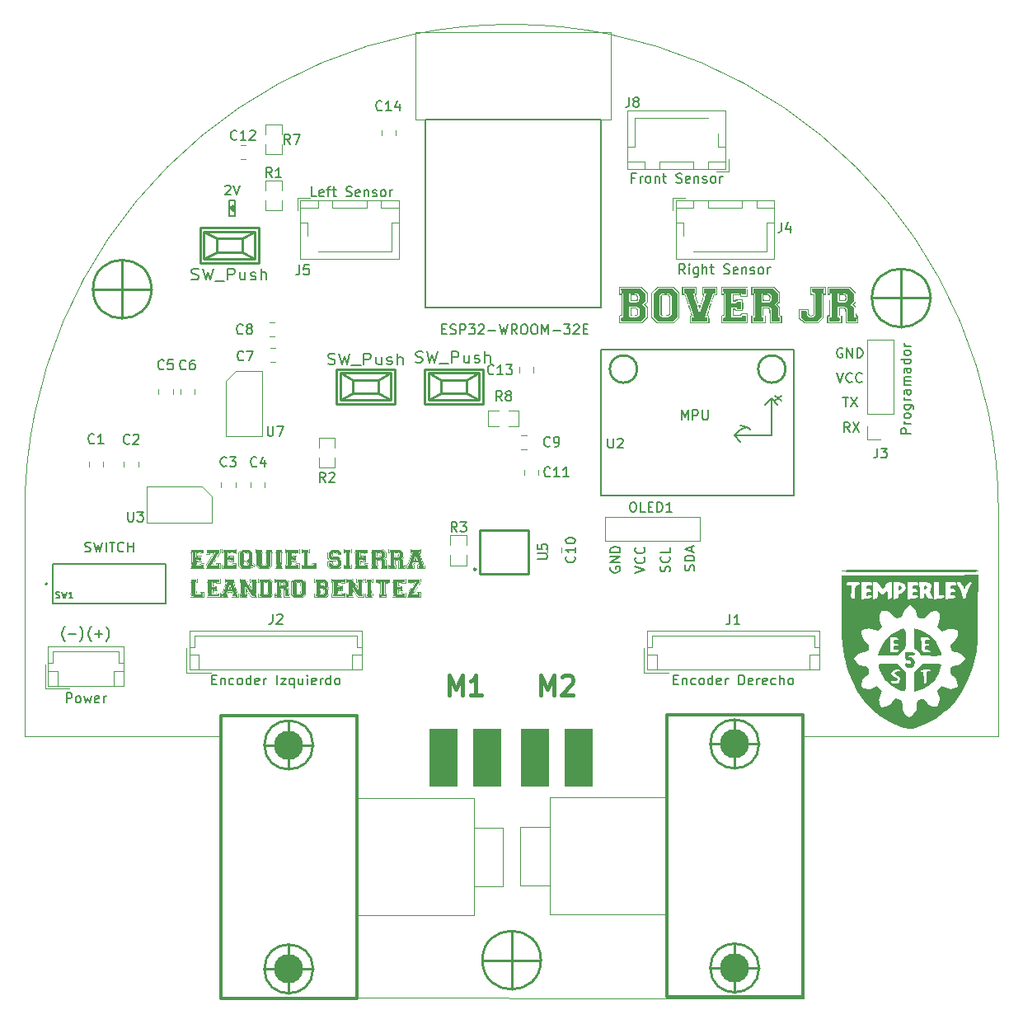
<source format=gbr>
%TF.GenerationSoftware,KiCad,Pcbnew,7.0.1*%
%TF.CreationDate,2023-08-29T23:28:33-03:00*%
%TF.ProjectId,BoverJr_PCBWAY,426f7665-724a-4725-9f50-43425741592e,rev?*%
%TF.SameCoordinates,Original*%
%TF.FileFunction,Legend,Top*%
%TF.FilePolarity,Positive*%
%FSLAX46Y46*%
G04 Gerber Fmt 4.6, Leading zero omitted, Abs format (unit mm)*
G04 Created by KiCad (PCBNEW 7.0.1) date 2023-08-29 23:28:33*
%MOMM*%
%LPD*%
G01*
G04 APERTURE LIST*
%ADD10C,0.150000*%
%ADD11C,0.200000*%
%ADD12C,0.400000*%
%ADD13C,0.152400*%
%ADD14C,0.099060*%
%ADD15C,0.120000*%
%ADD16C,0.304800*%
%ADD17C,0.254000*%
%ADD18C,0.100000*%
%ADD19C,0.127000*%
%ADD20C,3.000000*%
%ADD21R,3.000000X6.000000*%
%TA.AperFunction,Profile*%
%ADD22C,0.100000*%
%TD*%
G04 APERTURE END LIST*
D10*
X104123809Y-93158571D02*
X104076190Y-93110952D01*
X104076190Y-93110952D02*
X103980952Y-92968095D01*
X103980952Y-92968095D02*
X103933333Y-92872857D01*
X103933333Y-92872857D02*
X103885714Y-92730000D01*
X103885714Y-92730000D02*
X103838095Y-92491904D01*
X103838095Y-92491904D02*
X103838095Y-92301428D01*
X103838095Y-92301428D02*
X103885714Y-92063333D01*
X103885714Y-92063333D02*
X103933333Y-91920476D01*
X103933333Y-91920476D02*
X103980952Y-91825238D01*
X103980952Y-91825238D02*
X104076190Y-91682380D01*
X104076190Y-91682380D02*
X104123809Y-91634761D01*
X104504762Y-92396666D02*
X105266667Y-92396666D01*
X105647619Y-93158571D02*
X105695238Y-93110952D01*
X105695238Y-93110952D02*
X105790476Y-92968095D01*
X105790476Y-92968095D02*
X105838095Y-92872857D01*
X105838095Y-92872857D02*
X105885714Y-92730000D01*
X105885714Y-92730000D02*
X105933333Y-92491904D01*
X105933333Y-92491904D02*
X105933333Y-92301428D01*
X105933333Y-92301428D02*
X105885714Y-92063333D01*
X105885714Y-92063333D02*
X105838095Y-91920476D01*
X105838095Y-91920476D02*
X105790476Y-91825238D01*
X105790476Y-91825238D02*
X105695238Y-91682380D01*
X105695238Y-91682380D02*
X105647619Y-91634761D01*
D11*
X168730000Y-85909523D02*
X168777619Y-85766666D01*
X168777619Y-85766666D02*
X168777619Y-85528571D01*
X168777619Y-85528571D02*
X168730000Y-85433333D01*
X168730000Y-85433333D02*
X168682380Y-85385714D01*
X168682380Y-85385714D02*
X168587142Y-85338095D01*
X168587142Y-85338095D02*
X168491904Y-85338095D01*
X168491904Y-85338095D02*
X168396666Y-85385714D01*
X168396666Y-85385714D02*
X168349047Y-85433333D01*
X168349047Y-85433333D02*
X168301428Y-85528571D01*
X168301428Y-85528571D02*
X168253809Y-85719047D01*
X168253809Y-85719047D02*
X168206190Y-85814285D01*
X168206190Y-85814285D02*
X168158571Y-85861904D01*
X168158571Y-85861904D02*
X168063333Y-85909523D01*
X168063333Y-85909523D02*
X167968095Y-85909523D01*
X167968095Y-85909523D02*
X167872857Y-85861904D01*
X167872857Y-85861904D02*
X167825238Y-85814285D01*
X167825238Y-85814285D02*
X167777619Y-85719047D01*
X167777619Y-85719047D02*
X167777619Y-85480952D01*
X167777619Y-85480952D02*
X167825238Y-85338095D01*
X168777619Y-84909523D02*
X167777619Y-84909523D01*
X167777619Y-84909523D02*
X167777619Y-84671428D01*
X167777619Y-84671428D02*
X167825238Y-84528571D01*
X167825238Y-84528571D02*
X167920476Y-84433333D01*
X167920476Y-84433333D02*
X168015714Y-84385714D01*
X168015714Y-84385714D02*
X168206190Y-84338095D01*
X168206190Y-84338095D02*
X168349047Y-84338095D01*
X168349047Y-84338095D02*
X168539523Y-84385714D01*
X168539523Y-84385714D02*
X168634761Y-84433333D01*
X168634761Y-84433333D02*
X168730000Y-84528571D01*
X168730000Y-84528571D02*
X168777619Y-84671428D01*
X168777619Y-84671428D02*
X168777619Y-84909523D01*
X168491904Y-83957142D02*
X168491904Y-83480952D01*
X168777619Y-84052380D02*
X167777619Y-83719047D01*
X167777619Y-83719047D02*
X168777619Y-83385714D01*
X162671428Y-45553809D02*
X162338095Y-45553809D01*
X162338095Y-46077619D02*
X162338095Y-45077619D01*
X162338095Y-45077619D02*
X162814285Y-45077619D01*
X163195238Y-46077619D02*
X163195238Y-45410952D01*
X163195238Y-45601428D02*
X163242857Y-45506190D01*
X163242857Y-45506190D02*
X163290476Y-45458571D01*
X163290476Y-45458571D02*
X163385714Y-45410952D01*
X163385714Y-45410952D02*
X163480952Y-45410952D01*
X163957143Y-46077619D02*
X163861905Y-46030000D01*
X163861905Y-46030000D02*
X163814286Y-45982380D01*
X163814286Y-45982380D02*
X163766667Y-45887142D01*
X163766667Y-45887142D02*
X163766667Y-45601428D01*
X163766667Y-45601428D02*
X163814286Y-45506190D01*
X163814286Y-45506190D02*
X163861905Y-45458571D01*
X163861905Y-45458571D02*
X163957143Y-45410952D01*
X163957143Y-45410952D02*
X164100000Y-45410952D01*
X164100000Y-45410952D02*
X164195238Y-45458571D01*
X164195238Y-45458571D02*
X164242857Y-45506190D01*
X164242857Y-45506190D02*
X164290476Y-45601428D01*
X164290476Y-45601428D02*
X164290476Y-45887142D01*
X164290476Y-45887142D02*
X164242857Y-45982380D01*
X164242857Y-45982380D02*
X164195238Y-46030000D01*
X164195238Y-46030000D02*
X164100000Y-46077619D01*
X164100000Y-46077619D02*
X163957143Y-46077619D01*
X164719048Y-45410952D02*
X164719048Y-46077619D01*
X164719048Y-45506190D02*
X164766667Y-45458571D01*
X164766667Y-45458571D02*
X164861905Y-45410952D01*
X164861905Y-45410952D02*
X165004762Y-45410952D01*
X165004762Y-45410952D02*
X165100000Y-45458571D01*
X165100000Y-45458571D02*
X165147619Y-45553809D01*
X165147619Y-45553809D02*
X165147619Y-46077619D01*
X165480953Y-45410952D02*
X165861905Y-45410952D01*
X165623810Y-45077619D02*
X165623810Y-45934761D01*
X165623810Y-45934761D02*
X165671429Y-46030000D01*
X165671429Y-46030000D02*
X165766667Y-46077619D01*
X165766667Y-46077619D02*
X165861905Y-46077619D01*
X166909525Y-46030000D02*
X167052382Y-46077619D01*
X167052382Y-46077619D02*
X167290477Y-46077619D01*
X167290477Y-46077619D02*
X167385715Y-46030000D01*
X167385715Y-46030000D02*
X167433334Y-45982380D01*
X167433334Y-45982380D02*
X167480953Y-45887142D01*
X167480953Y-45887142D02*
X167480953Y-45791904D01*
X167480953Y-45791904D02*
X167433334Y-45696666D01*
X167433334Y-45696666D02*
X167385715Y-45649047D01*
X167385715Y-45649047D02*
X167290477Y-45601428D01*
X167290477Y-45601428D02*
X167100001Y-45553809D01*
X167100001Y-45553809D02*
X167004763Y-45506190D01*
X167004763Y-45506190D02*
X166957144Y-45458571D01*
X166957144Y-45458571D02*
X166909525Y-45363333D01*
X166909525Y-45363333D02*
X166909525Y-45268095D01*
X166909525Y-45268095D02*
X166957144Y-45172857D01*
X166957144Y-45172857D02*
X167004763Y-45125238D01*
X167004763Y-45125238D02*
X167100001Y-45077619D01*
X167100001Y-45077619D02*
X167338096Y-45077619D01*
X167338096Y-45077619D02*
X167480953Y-45125238D01*
X168290477Y-46030000D02*
X168195239Y-46077619D01*
X168195239Y-46077619D02*
X168004763Y-46077619D01*
X168004763Y-46077619D02*
X167909525Y-46030000D01*
X167909525Y-46030000D02*
X167861906Y-45934761D01*
X167861906Y-45934761D02*
X167861906Y-45553809D01*
X167861906Y-45553809D02*
X167909525Y-45458571D01*
X167909525Y-45458571D02*
X168004763Y-45410952D01*
X168004763Y-45410952D02*
X168195239Y-45410952D01*
X168195239Y-45410952D02*
X168290477Y-45458571D01*
X168290477Y-45458571D02*
X168338096Y-45553809D01*
X168338096Y-45553809D02*
X168338096Y-45649047D01*
X168338096Y-45649047D02*
X167861906Y-45744285D01*
X168766668Y-45410952D02*
X168766668Y-46077619D01*
X168766668Y-45506190D02*
X168814287Y-45458571D01*
X168814287Y-45458571D02*
X168909525Y-45410952D01*
X168909525Y-45410952D02*
X169052382Y-45410952D01*
X169052382Y-45410952D02*
X169147620Y-45458571D01*
X169147620Y-45458571D02*
X169195239Y-45553809D01*
X169195239Y-45553809D02*
X169195239Y-46077619D01*
X169623811Y-46030000D02*
X169719049Y-46077619D01*
X169719049Y-46077619D02*
X169909525Y-46077619D01*
X169909525Y-46077619D02*
X170004763Y-46030000D01*
X170004763Y-46030000D02*
X170052382Y-45934761D01*
X170052382Y-45934761D02*
X170052382Y-45887142D01*
X170052382Y-45887142D02*
X170004763Y-45791904D01*
X170004763Y-45791904D02*
X169909525Y-45744285D01*
X169909525Y-45744285D02*
X169766668Y-45744285D01*
X169766668Y-45744285D02*
X169671430Y-45696666D01*
X169671430Y-45696666D02*
X169623811Y-45601428D01*
X169623811Y-45601428D02*
X169623811Y-45553809D01*
X169623811Y-45553809D02*
X169671430Y-45458571D01*
X169671430Y-45458571D02*
X169766668Y-45410952D01*
X169766668Y-45410952D02*
X169909525Y-45410952D01*
X169909525Y-45410952D02*
X170004763Y-45458571D01*
X170623811Y-46077619D02*
X170528573Y-46030000D01*
X170528573Y-46030000D02*
X170480954Y-45982380D01*
X170480954Y-45982380D02*
X170433335Y-45887142D01*
X170433335Y-45887142D02*
X170433335Y-45601428D01*
X170433335Y-45601428D02*
X170480954Y-45506190D01*
X170480954Y-45506190D02*
X170528573Y-45458571D01*
X170528573Y-45458571D02*
X170623811Y-45410952D01*
X170623811Y-45410952D02*
X170766668Y-45410952D01*
X170766668Y-45410952D02*
X170861906Y-45458571D01*
X170861906Y-45458571D02*
X170909525Y-45506190D01*
X170909525Y-45506190D02*
X170957144Y-45601428D01*
X170957144Y-45601428D02*
X170957144Y-45887142D01*
X170957144Y-45887142D02*
X170909525Y-45982380D01*
X170909525Y-45982380D02*
X170861906Y-46030000D01*
X170861906Y-46030000D02*
X170766668Y-46077619D01*
X170766668Y-46077619D02*
X170623811Y-46077619D01*
X171385716Y-46077619D02*
X171385716Y-45410952D01*
X171385716Y-45601428D02*
X171433335Y-45506190D01*
X171433335Y-45506190D02*
X171480954Y-45458571D01*
X171480954Y-45458571D02*
X171576192Y-45410952D01*
X171576192Y-45410952D02*
X171671430Y-45410952D01*
X183995238Y-68077619D02*
X184566666Y-68077619D01*
X184280952Y-69077619D02*
X184280952Y-68077619D01*
X184804762Y-68077619D02*
X185471428Y-69077619D01*
X185471428Y-68077619D02*
X184804762Y-69077619D01*
X106823809Y-93158571D02*
X106776190Y-93110952D01*
X106776190Y-93110952D02*
X106680952Y-92968095D01*
X106680952Y-92968095D02*
X106633333Y-92872857D01*
X106633333Y-92872857D02*
X106585714Y-92730000D01*
X106585714Y-92730000D02*
X106538095Y-92491904D01*
X106538095Y-92491904D02*
X106538095Y-92301428D01*
X106538095Y-92301428D02*
X106585714Y-92063333D01*
X106585714Y-92063333D02*
X106633333Y-91920476D01*
X106633333Y-91920476D02*
X106680952Y-91825238D01*
X106680952Y-91825238D02*
X106776190Y-91682380D01*
X106776190Y-91682380D02*
X106823809Y-91634761D01*
X107204762Y-92396666D02*
X107966667Y-92396666D01*
X107585714Y-92777619D02*
X107585714Y-92015714D01*
X108347619Y-93158571D02*
X108395238Y-93110952D01*
X108395238Y-93110952D02*
X108490476Y-92968095D01*
X108490476Y-92968095D02*
X108538095Y-92872857D01*
X108538095Y-92872857D02*
X108585714Y-92730000D01*
X108585714Y-92730000D02*
X108633333Y-92491904D01*
X108633333Y-92491904D02*
X108633333Y-92301428D01*
X108633333Y-92301428D02*
X108585714Y-92063333D01*
X108585714Y-92063333D02*
X108538095Y-91920476D01*
X108538095Y-91920476D02*
X108490476Y-91825238D01*
X108490476Y-91825238D02*
X108395238Y-91682380D01*
X108395238Y-91682380D02*
X108347619Y-91634761D01*
X167809523Y-55427619D02*
X167476190Y-54951428D01*
X167238095Y-55427619D02*
X167238095Y-54427619D01*
X167238095Y-54427619D02*
X167619047Y-54427619D01*
X167619047Y-54427619D02*
X167714285Y-54475238D01*
X167714285Y-54475238D02*
X167761904Y-54522857D01*
X167761904Y-54522857D02*
X167809523Y-54618095D01*
X167809523Y-54618095D02*
X167809523Y-54760952D01*
X167809523Y-54760952D02*
X167761904Y-54856190D01*
X167761904Y-54856190D02*
X167714285Y-54903809D01*
X167714285Y-54903809D02*
X167619047Y-54951428D01*
X167619047Y-54951428D02*
X167238095Y-54951428D01*
X168238095Y-55427619D02*
X168238095Y-54760952D01*
X168238095Y-54427619D02*
X168190476Y-54475238D01*
X168190476Y-54475238D02*
X168238095Y-54522857D01*
X168238095Y-54522857D02*
X168285714Y-54475238D01*
X168285714Y-54475238D02*
X168238095Y-54427619D01*
X168238095Y-54427619D02*
X168238095Y-54522857D01*
X169142856Y-54760952D02*
X169142856Y-55570476D01*
X169142856Y-55570476D02*
X169095237Y-55665714D01*
X169095237Y-55665714D02*
X169047618Y-55713333D01*
X169047618Y-55713333D02*
X168952380Y-55760952D01*
X168952380Y-55760952D02*
X168809523Y-55760952D01*
X168809523Y-55760952D02*
X168714285Y-55713333D01*
X169142856Y-55380000D02*
X169047618Y-55427619D01*
X169047618Y-55427619D02*
X168857142Y-55427619D01*
X168857142Y-55427619D02*
X168761904Y-55380000D01*
X168761904Y-55380000D02*
X168714285Y-55332380D01*
X168714285Y-55332380D02*
X168666666Y-55237142D01*
X168666666Y-55237142D02*
X168666666Y-54951428D01*
X168666666Y-54951428D02*
X168714285Y-54856190D01*
X168714285Y-54856190D02*
X168761904Y-54808571D01*
X168761904Y-54808571D02*
X168857142Y-54760952D01*
X168857142Y-54760952D02*
X169047618Y-54760952D01*
X169047618Y-54760952D02*
X169142856Y-54808571D01*
X169619047Y-55427619D02*
X169619047Y-54427619D01*
X170047618Y-55427619D02*
X170047618Y-54903809D01*
X170047618Y-54903809D02*
X169999999Y-54808571D01*
X169999999Y-54808571D02*
X169904761Y-54760952D01*
X169904761Y-54760952D02*
X169761904Y-54760952D01*
X169761904Y-54760952D02*
X169666666Y-54808571D01*
X169666666Y-54808571D02*
X169619047Y-54856190D01*
X170380952Y-54760952D02*
X170761904Y-54760952D01*
X170523809Y-54427619D02*
X170523809Y-55284761D01*
X170523809Y-55284761D02*
X170571428Y-55380000D01*
X170571428Y-55380000D02*
X170666666Y-55427619D01*
X170666666Y-55427619D02*
X170761904Y-55427619D01*
X171809524Y-55380000D02*
X171952381Y-55427619D01*
X171952381Y-55427619D02*
X172190476Y-55427619D01*
X172190476Y-55427619D02*
X172285714Y-55380000D01*
X172285714Y-55380000D02*
X172333333Y-55332380D01*
X172333333Y-55332380D02*
X172380952Y-55237142D01*
X172380952Y-55237142D02*
X172380952Y-55141904D01*
X172380952Y-55141904D02*
X172333333Y-55046666D01*
X172333333Y-55046666D02*
X172285714Y-54999047D01*
X172285714Y-54999047D02*
X172190476Y-54951428D01*
X172190476Y-54951428D02*
X172000000Y-54903809D01*
X172000000Y-54903809D02*
X171904762Y-54856190D01*
X171904762Y-54856190D02*
X171857143Y-54808571D01*
X171857143Y-54808571D02*
X171809524Y-54713333D01*
X171809524Y-54713333D02*
X171809524Y-54618095D01*
X171809524Y-54618095D02*
X171857143Y-54522857D01*
X171857143Y-54522857D02*
X171904762Y-54475238D01*
X171904762Y-54475238D02*
X172000000Y-54427619D01*
X172000000Y-54427619D02*
X172238095Y-54427619D01*
X172238095Y-54427619D02*
X172380952Y-54475238D01*
X173190476Y-55380000D02*
X173095238Y-55427619D01*
X173095238Y-55427619D02*
X172904762Y-55427619D01*
X172904762Y-55427619D02*
X172809524Y-55380000D01*
X172809524Y-55380000D02*
X172761905Y-55284761D01*
X172761905Y-55284761D02*
X172761905Y-54903809D01*
X172761905Y-54903809D02*
X172809524Y-54808571D01*
X172809524Y-54808571D02*
X172904762Y-54760952D01*
X172904762Y-54760952D02*
X173095238Y-54760952D01*
X173095238Y-54760952D02*
X173190476Y-54808571D01*
X173190476Y-54808571D02*
X173238095Y-54903809D01*
X173238095Y-54903809D02*
X173238095Y-54999047D01*
X173238095Y-54999047D02*
X172761905Y-55094285D01*
X173666667Y-54760952D02*
X173666667Y-55427619D01*
X173666667Y-54856190D02*
X173714286Y-54808571D01*
X173714286Y-54808571D02*
X173809524Y-54760952D01*
X173809524Y-54760952D02*
X173952381Y-54760952D01*
X173952381Y-54760952D02*
X174047619Y-54808571D01*
X174047619Y-54808571D02*
X174095238Y-54903809D01*
X174095238Y-54903809D02*
X174095238Y-55427619D01*
X174523810Y-55380000D02*
X174619048Y-55427619D01*
X174619048Y-55427619D02*
X174809524Y-55427619D01*
X174809524Y-55427619D02*
X174904762Y-55380000D01*
X174904762Y-55380000D02*
X174952381Y-55284761D01*
X174952381Y-55284761D02*
X174952381Y-55237142D01*
X174952381Y-55237142D02*
X174904762Y-55141904D01*
X174904762Y-55141904D02*
X174809524Y-55094285D01*
X174809524Y-55094285D02*
X174666667Y-55094285D01*
X174666667Y-55094285D02*
X174571429Y-55046666D01*
X174571429Y-55046666D02*
X174523810Y-54951428D01*
X174523810Y-54951428D02*
X174523810Y-54903809D01*
X174523810Y-54903809D02*
X174571429Y-54808571D01*
X174571429Y-54808571D02*
X174666667Y-54760952D01*
X174666667Y-54760952D02*
X174809524Y-54760952D01*
X174809524Y-54760952D02*
X174904762Y-54808571D01*
X175523810Y-55427619D02*
X175428572Y-55380000D01*
X175428572Y-55380000D02*
X175380953Y-55332380D01*
X175380953Y-55332380D02*
X175333334Y-55237142D01*
X175333334Y-55237142D02*
X175333334Y-54951428D01*
X175333334Y-54951428D02*
X175380953Y-54856190D01*
X175380953Y-54856190D02*
X175428572Y-54808571D01*
X175428572Y-54808571D02*
X175523810Y-54760952D01*
X175523810Y-54760952D02*
X175666667Y-54760952D01*
X175666667Y-54760952D02*
X175761905Y-54808571D01*
X175761905Y-54808571D02*
X175809524Y-54856190D01*
X175809524Y-54856190D02*
X175857143Y-54951428D01*
X175857143Y-54951428D02*
X175857143Y-55237142D01*
X175857143Y-55237142D02*
X175809524Y-55332380D01*
X175809524Y-55332380D02*
X175761905Y-55380000D01*
X175761905Y-55380000D02*
X175666667Y-55427619D01*
X175666667Y-55427619D02*
X175523810Y-55427619D01*
X176285715Y-55427619D02*
X176285715Y-54760952D01*
X176285715Y-54951428D02*
X176333334Y-54856190D01*
X176333334Y-54856190D02*
X176380953Y-54808571D01*
X176380953Y-54808571D02*
X176476191Y-54760952D01*
X176476191Y-54760952D02*
X176571429Y-54760952D01*
X184709523Y-71677619D02*
X184376190Y-71201428D01*
X184138095Y-71677619D02*
X184138095Y-70677619D01*
X184138095Y-70677619D02*
X184519047Y-70677619D01*
X184519047Y-70677619D02*
X184614285Y-70725238D01*
X184614285Y-70725238D02*
X184661904Y-70772857D01*
X184661904Y-70772857D02*
X184709523Y-70868095D01*
X184709523Y-70868095D02*
X184709523Y-71010952D01*
X184709523Y-71010952D02*
X184661904Y-71106190D01*
X184661904Y-71106190D02*
X184614285Y-71153809D01*
X184614285Y-71153809D02*
X184519047Y-71201428D01*
X184519047Y-71201428D02*
X184138095Y-71201428D01*
X185042857Y-70677619D02*
X185709523Y-71677619D01*
X185709523Y-70677619D02*
X185042857Y-71677619D01*
X162677619Y-86104761D02*
X163677619Y-85771428D01*
X163677619Y-85771428D02*
X162677619Y-85438095D01*
X163582380Y-84533333D02*
X163630000Y-84580952D01*
X163630000Y-84580952D02*
X163677619Y-84723809D01*
X163677619Y-84723809D02*
X163677619Y-84819047D01*
X163677619Y-84819047D02*
X163630000Y-84961904D01*
X163630000Y-84961904D02*
X163534761Y-85057142D01*
X163534761Y-85057142D02*
X163439523Y-85104761D01*
X163439523Y-85104761D02*
X163249047Y-85152380D01*
X163249047Y-85152380D02*
X163106190Y-85152380D01*
X163106190Y-85152380D02*
X162915714Y-85104761D01*
X162915714Y-85104761D02*
X162820476Y-85057142D01*
X162820476Y-85057142D02*
X162725238Y-84961904D01*
X162725238Y-84961904D02*
X162677619Y-84819047D01*
X162677619Y-84819047D02*
X162677619Y-84723809D01*
X162677619Y-84723809D02*
X162725238Y-84580952D01*
X162725238Y-84580952D02*
X162772857Y-84533333D01*
X163582380Y-83533333D02*
X163630000Y-83580952D01*
X163630000Y-83580952D02*
X163677619Y-83723809D01*
X163677619Y-83723809D02*
X163677619Y-83819047D01*
X163677619Y-83819047D02*
X163630000Y-83961904D01*
X163630000Y-83961904D02*
X163534761Y-84057142D01*
X163534761Y-84057142D02*
X163439523Y-84104761D01*
X163439523Y-84104761D02*
X163249047Y-84152380D01*
X163249047Y-84152380D02*
X163106190Y-84152380D01*
X163106190Y-84152380D02*
X162915714Y-84104761D01*
X162915714Y-84104761D02*
X162820476Y-84057142D01*
X162820476Y-84057142D02*
X162725238Y-83961904D01*
X162725238Y-83961904D02*
X162677619Y-83819047D01*
X162677619Y-83819047D02*
X162677619Y-83723809D01*
X162677619Y-83723809D02*
X162725238Y-83580952D01*
X162725238Y-83580952D02*
X162772857Y-83533333D01*
D12*
X143576190Y-98655238D02*
X143576190Y-96655238D01*
X143576190Y-96655238D02*
X144242857Y-98083809D01*
X144242857Y-98083809D02*
X144909523Y-96655238D01*
X144909523Y-96655238D02*
X144909523Y-98655238D01*
X146909523Y-98655238D02*
X145766666Y-98655238D01*
X146338094Y-98655238D02*
X146338094Y-96655238D01*
X146338094Y-96655238D02*
X146147618Y-96940952D01*
X146147618Y-96940952D02*
X145957142Y-97131428D01*
X145957142Y-97131428D02*
X145766666Y-97226666D01*
D11*
X129964285Y-47477619D02*
X129488095Y-47477619D01*
X129488095Y-47477619D02*
X129488095Y-46477619D01*
X130678571Y-47430000D02*
X130583333Y-47477619D01*
X130583333Y-47477619D02*
X130392857Y-47477619D01*
X130392857Y-47477619D02*
X130297619Y-47430000D01*
X130297619Y-47430000D02*
X130250000Y-47334761D01*
X130250000Y-47334761D02*
X130250000Y-46953809D01*
X130250000Y-46953809D02*
X130297619Y-46858571D01*
X130297619Y-46858571D02*
X130392857Y-46810952D01*
X130392857Y-46810952D02*
X130583333Y-46810952D01*
X130583333Y-46810952D02*
X130678571Y-46858571D01*
X130678571Y-46858571D02*
X130726190Y-46953809D01*
X130726190Y-46953809D02*
X130726190Y-47049047D01*
X130726190Y-47049047D02*
X130250000Y-47144285D01*
X131011905Y-46810952D02*
X131392857Y-46810952D01*
X131154762Y-47477619D02*
X131154762Y-46620476D01*
X131154762Y-46620476D02*
X131202381Y-46525238D01*
X131202381Y-46525238D02*
X131297619Y-46477619D01*
X131297619Y-46477619D02*
X131392857Y-46477619D01*
X131583334Y-46810952D02*
X131964286Y-46810952D01*
X131726191Y-46477619D02*
X131726191Y-47334761D01*
X131726191Y-47334761D02*
X131773810Y-47430000D01*
X131773810Y-47430000D02*
X131869048Y-47477619D01*
X131869048Y-47477619D02*
X131964286Y-47477619D01*
X133011906Y-47430000D02*
X133154763Y-47477619D01*
X133154763Y-47477619D02*
X133392858Y-47477619D01*
X133392858Y-47477619D02*
X133488096Y-47430000D01*
X133488096Y-47430000D02*
X133535715Y-47382380D01*
X133535715Y-47382380D02*
X133583334Y-47287142D01*
X133583334Y-47287142D02*
X133583334Y-47191904D01*
X133583334Y-47191904D02*
X133535715Y-47096666D01*
X133535715Y-47096666D02*
X133488096Y-47049047D01*
X133488096Y-47049047D02*
X133392858Y-47001428D01*
X133392858Y-47001428D02*
X133202382Y-46953809D01*
X133202382Y-46953809D02*
X133107144Y-46906190D01*
X133107144Y-46906190D02*
X133059525Y-46858571D01*
X133059525Y-46858571D02*
X133011906Y-46763333D01*
X133011906Y-46763333D02*
X133011906Y-46668095D01*
X133011906Y-46668095D02*
X133059525Y-46572857D01*
X133059525Y-46572857D02*
X133107144Y-46525238D01*
X133107144Y-46525238D02*
X133202382Y-46477619D01*
X133202382Y-46477619D02*
X133440477Y-46477619D01*
X133440477Y-46477619D02*
X133583334Y-46525238D01*
X134392858Y-47430000D02*
X134297620Y-47477619D01*
X134297620Y-47477619D02*
X134107144Y-47477619D01*
X134107144Y-47477619D02*
X134011906Y-47430000D01*
X134011906Y-47430000D02*
X133964287Y-47334761D01*
X133964287Y-47334761D02*
X133964287Y-46953809D01*
X133964287Y-46953809D02*
X134011906Y-46858571D01*
X134011906Y-46858571D02*
X134107144Y-46810952D01*
X134107144Y-46810952D02*
X134297620Y-46810952D01*
X134297620Y-46810952D02*
X134392858Y-46858571D01*
X134392858Y-46858571D02*
X134440477Y-46953809D01*
X134440477Y-46953809D02*
X134440477Y-47049047D01*
X134440477Y-47049047D02*
X133964287Y-47144285D01*
X134869049Y-46810952D02*
X134869049Y-47477619D01*
X134869049Y-46906190D02*
X134916668Y-46858571D01*
X134916668Y-46858571D02*
X135011906Y-46810952D01*
X135011906Y-46810952D02*
X135154763Y-46810952D01*
X135154763Y-46810952D02*
X135250001Y-46858571D01*
X135250001Y-46858571D02*
X135297620Y-46953809D01*
X135297620Y-46953809D02*
X135297620Y-47477619D01*
X135726192Y-47430000D02*
X135821430Y-47477619D01*
X135821430Y-47477619D02*
X136011906Y-47477619D01*
X136011906Y-47477619D02*
X136107144Y-47430000D01*
X136107144Y-47430000D02*
X136154763Y-47334761D01*
X136154763Y-47334761D02*
X136154763Y-47287142D01*
X136154763Y-47287142D02*
X136107144Y-47191904D01*
X136107144Y-47191904D02*
X136011906Y-47144285D01*
X136011906Y-47144285D02*
X135869049Y-47144285D01*
X135869049Y-47144285D02*
X135773811Y-47096666D01*
X135773811Y-47096666D02*
X135726192Y-47001428D01*
X135726192Y-47001428D02*
X135726192Y-46953809D01*
X135726192Y-46953809D02*
X135773811Y-46858571D01*
X135773811Y-46858571D02*
X135869049Y-46810952D01*
X135869049Y-46810952D02*
X136011906Y-46810952D01*
X136011906Y-46810952D02*
X136107144Y-46858571D01*
X136726192Y-47477619D02*
X136630954Y-47430000D01*
X136630954Y-47430000D02*
X136583335Y-47382380D01*
X136583335Y-47382380D02*
X136535716Y-47287142D01*
X136535716Y-47287142D02*
X136535716Y-47001428D01*
X136535716Y-47001428D02*
X136583335Y-46906190D01*
X136583335Y-46906190D02*
X136630954Y-46858571D01*
X136630954Y-46858571D02*
X136726192Y-46810952D01*
X136726192Y-46810952D02*
X136869049Y-46810952D01*
X136869049Y-46810952D02*
X136964287Y-46858571D01*
X136964287Y-46858571D02*
X137011906Y-46906190D01*
X137011906Y-46906190D02*
X137059525Y-47001428D01*
X137059525Y-47001428D02*
X137059525Y-47287142D01*
X137059525Y-47287142D02*
X137011906Y-47382380D01*
X137011906Y-47382380D02*
X136964287Y-47430000D01*
X136964287Y-47430000D02*
X136869049Y-47477619D01*
X136869049Y-47477619D02*
X136726192Y-47477619D01*
X137488097Y-47477619D02*
X137488097Y-46810952D01*
X137488097Y-47001428D02*
X137535716Y-46906190D01*
X137535716Y-46906190D02*
X137583335Y-46858571D01*
X137583335Y-46858571D02*
X137678573Y-46810952D01*
X137678573Y-46810952D02*
X137773811Y-46810952D01*
X166230000Y-86009523D02*
X166277619Y-85866666D01*
X166277619Y-85866666D02*
X166277619Y-85628571D01*
X166277619Y-85628571D02*
X166230000Y-85533333D01*
X166230000Y-85533333D02*
X166182380Y-85485714D01*
X166182380Y-85485714D02*
X166087142Y-85438095D01*
X166087142Y-85438095D02*
X165991904Y-85438095D01*
X165991904Y-85438095D02*
X165896666Y-85485714D01*
X165896666Y-85485714D02*
X165849047Y-85533333D01*
X165849047Y-85533333D02*
X165801428Y-85628571D01*
X165801428Y-85628571D02*
X165753809Y-85819047D01*
X165753809Y-85819047D02*
X165706190Y-85914285D01*
X165706190Y-85914285D02*
X165658571Y-85961904D01*
X165658571Y-85961904D02*
X165563333Y-86009523D01*
X165563333Y-86009523D02*
X165468095Y-86009523D01*
X165468095Y-86009523D02*
X165372857Y-85961904D01*
X165372857Y-85961904D02*
X165325238Y-85914285D01*
X165325238Y-85914285D02*
X165277619Y-85819047D01*
X165277619Y-85819047D02*
X165277619Y-85580952D01*
X165277619Y-85580952D02*
X165325238Y-85438095D01*
X166182380Y-84438095D02*
X166230000Y-84485714D01*
X166230000Y-84485714D02*
X166277619Y-84628571D01*
X166277619Y-84628571D02*
X166277619Y-84723809D01*
X166277619Y-84723809D02*
X166230000Y-84866666D01*
X166230000Y-84866666D02*
X166134761Y-84961904D01*
X166134761Y-84961904D02*
X166039523Y-85009523D01*
X166039523Y-85009523D02*
X165849047Y-85057142D01*
X165849047Y-85057142D02*
X165706190Y-85057142D01*
X165706190Y-85057142D02*
X165515714Y-85009523D01*
X165515714Y-85009523D02*
X165420476Y-84961904D01*
X165420476Y-84961904D02*
X165325238Y-84866666D01*
X165325238Y-84866666D02*
X165277619Y-84723809D01*
X165277619Y-84723809D02*
X165277619Y-84628571D01*
X165277619Y-84628571D02*
X165325238Y-84485714D01*
X165325238Y-84485714D02*
X165372857Y-84438095D01*
X166277619Y-83533333D02*
X166277619Y-84009523D01*
X166277619Y-84009523D02*
X165277619Y-84009523D01*
X160185238Y-85538095D02*
X160137619Y-85633333D01*
X160137619Y-85633333D02*
X160137619Y-85776190D01*
X160137619Y-85776190D02*
X160185238Y-85919047D01*
X160185238Y-85919047D02*
X160280476Y-86014285D01*
X160280476Y-86014285D02*
X160375714Y-86061904D01*
X160375714Y-86061904D02*
X160566190Y-86109523D01*
X160566190Y-86109523D02*
X160709047Y-86109523D01*
X160709047Y-86109523D02*
X160899523Y-86061904D01*
X160899523Y-86061904D02*
X160994761Y-86014285D01*
X160994761Y-86014285D02*
X161090000Y-85919047D01*
X161090000Y-85919047D02*
X161137619Y-85776190D01*
X161137619Y-85776190D02*
X161137619Y-85680952D01*
X161137619Y-85680952D02*
X161090000Y-85538095D01*
X161090000Y-85538095D02*
X161042380Y-85490476D01*
X161042380Y-85490476D02*
X160709047Y-85490476D01*
X160709047Y-85490476D02*
X160709047Y-85680952D01*
X161137619Y-85061904D02*
X160137619Y-85061904D01*
X160137619Y-85061904D02*
X161137619Y-84490476D01*
X161137619Y-84490476D02*
X160137619Y-84490476D01*
X161137619Y-84014285D02*
X160137619Y-84014285D01*
X160137619Y-84014285D02*
X160137619Y-83776190D01*
X160137619Y-83776190D02*
X160185238Y-83633333D01*
X160185238Y-83633333D02*
X160280476Y-83538095D01*
X160280476Y-83538095D02*
X160375714Y-83490476D01*
X160375714Y-83490476D02*
X160566190Y-83442857D01*
X160566190Y-83442857D02*
X160709047Y-83442857D01*
X160709047Y-83442857D02*
X160899523Y-83490476D01*
X160899523Y-83490476D02*
X160994761Y-83538095D01*
X160994761Y-83538095D02*
X161090000Y-83633333D01*
X161090000Y-83633333D02*
X161137619Y-83776190D01*
X161137619Y-83776190D02*
X161137619Y-84014285D01*
X183395238Y-65577619D02*
X183728571Y-66577619D01*
X183728571Y-66577619D02*
X184061904Y-65577619D01*
X184966666Y-66482380D02*
X184919047Y-66530000D01*
X184919047Y-66530000D02*
X184776190Y-66577619D01*
X184776190Y-66577619D02*
X184680952Y-66577619D01*
X184680952Y-66577619D02*
X184538095Y-66530000D01*
X184538095Y-66530000D02*
X184442857Y-66434761D01*
X184442857Y-66434761D02*
X184395238Y-66339523D01*
X184395238Y-66339523D02*
X184347619Y-66149047D01*
X184347619Y-66149047D02*
X184347619Y-66006190D01*
X184347619Y-66006190D02*
X184395238Y-65815714D01*
X184395238Y-65815714D02*
X184442857Y-65720476D01*
X184442857Y-65720476D02*
X184538095Y-65625238D01*
X184538095Y-65625238D02*
X184680952Y-65577619D01*
X184680952Y-65577619D02*
X184776190Y-65577619D01*
X184776190Y-65577619D02*
X184919047Y-65625238D01*
X184919047Y-65625238D02*
X184966666Y-65672857D01*
X185966666Y-66482380D02*
X185919047Y-66530000D01*
X185919047Y-66530000D02*
X185776190Y-66577619D01*
X185776190Y-66577619D02*
X185680952Y-66577619D01*
X185680952Y-66577619D02*
X185538095Y-66530000D01*
X185538095Y-66530000D02*
X185442857Y-66434761D01*
X185442857Y-66434761D02*
X185395238Y-66339523D01*
X185395238Y-66339523D02*
X185347619Y-66149047D01*
X185347619Y-66149047D02*
X185347619Y-66006190D01*
X185347619Y-66006190D02*
X185395238Y-65815714D01*
X185395238Y-65815714D02*
X185442857Y-65720476D01*
X185442857Y-65720476D02*
X185538095Y-65625238D01*
X185538095Y-65625238D02*
X185680952Y-65577619D01*
X185680952Y-65577619D02*
X185776190Y-65577619D01*
X185776190Y-65577619D02*
X185919047Y-65625238D01*
X185919047Y-65625238D02*
X185966666Y-65672857D01*
X106190476Y-83930000D02*
X106333333Y-83977619D01*
X106333333Y-83977619D02*
X106571428Y-83977619D01*
X106571428Y-83977619D02*
X106666666Y-83930000D01*
X106666666Y-83930000D02*
X106714285Y-83882380D01*
X106714285Y-83882380D02*
X106761904Y-83787142D01*
X106761904Y-83787142D02*
X106761904Y-83691904D01*
X106761904Y-83691904D02*
X106714285Y-83596666D01*
X106714285Y-83596666D02*
X106666666Y-83549047D01*
X106666666Y-83549047D02*
X106571428Y-83501428D01*
X106571428Y-83501428D02*
X106380952Y-83453809D01*
X106380952Y-83453809D02*
X106285714Y-83406190D01*
X106285714Y-83406190D02*
X106238095Y-83358571D01*
X106238095Y-83358571D02*
X106190476Y-83263333D01*
X106190476Y-83263333D02*
X106190476Y-83168095D01*
X106190476Y-83168095D02*
X106238095Y-83072857D01*
X106238095Y-83072857D02*
X106285714Y-83025238D01*
X106285714Y-83025238D02*
X106380952Y-82977619D01*
X106380952Y-82977619D02*
X106619047Y-82977619D01*
X106619047Y-82977619D02*
X106761904Y-83025238D01*
X107095238Y-82977619D02*
X107333333Y-83977619D01*
X107333333Y-83977619D02*
X107523809Y-83263333D01*
X107523809Y-83263333D02*
X107714285Y-83977619D01*
X107714285Y-83977619D02*
X107952381Y-82977619D01*
X108333333Y-83977619D02*
X108333333Y-82977619D01*
X108666666Y-82977619D02*
X109238094Y-82977619D01*
X108952380Y-83977619D02*
X108952380Y-82977619D01*
X110142856Y-83882380D02*
X110095237Y-83930000D01*
X110095237Y-83930000D02*
X109952380Y-83977619D01*
X109952380Y-83977619D02*
X109857142Y-83977619D01*
X109857142Y-83977619D02*
X109714285Y-83930000D01*
X109714285Y-83930000D02*
X109619047Y-83834761D01*
X109619047Y-83834761D02*
X109571428Y-83739523D01*
X109571428Y-83739523D02*
X109523809Y-83549047D01*
X109523809Y-83549047D02*
X109523809Y-83406190D01*
X109523809Y-83406190D02*
X109571428Y-83215714D01*
X109571428Y-83215714D02*
X109619047Y-83120476D01*
X109619047Y-83120476D02*
X109714285Y-83025238D01*
X109714285Y-83025238D02*
X109857142Y-82977619D01*
X109857142Y-82977619D02*
X109952380Y-82977619D01*
X109952380Y-82977619D02*
X110095237Y-83025238D01*
X110095237Y-83025238D02*
X110142856Y-83072857D01*
X110571428Y-83977619D02*
X110571428Y-82977619D01*
X110571428Y-83453809D02*
X111142856Y-83453809D01*
X111142856Y-83977619D02*
X111142856Y-82977619D01*
D12*
X152976190Y-98655238D02*
X152976190Y-96655238D01*
X152976190Y-96655238D02*
X153642857Y-98083809D01*
X153642857Y-98083809D02*
X154309523Y-96655238D01*
X154309523Y-96655238D02*
X154309523Y-98655238D01*
X155166666Y-96845714D02*
X155261904Y-96750476D01*
X155261904Y-96750476D02*
X155452380Y-96655238D01*
X155452380Y-96655238D02*
X155928571Y-96655238D01*
X155928571Y-96655238D02*
X156119047Y-96750476D01*
X156119047Y-96750476D02*
X156214285Y-96845714D01*
X156214285Y-96845714D02*
X156309523Y-97036190D01*
X156309523Y-97036190D02*
X156309523Y-97226666D01*
X156309523Y-97226666D02*
X156214285Y-97512380D01*
X156214285Y-97512380D02*
X155071428Y-98655238D01*
X155071428Y-98655238D02*
X156309523Y-98655238D01*
D11*
X183961904Y-63085238D02*
X183866666Y-63037619D01*
X183866666Y-63037619D02*
X183723809Y-63037619D01*
X183723809Y-63037619D02*
X183580952Y-63085238D01*
X183580952Y-63085238D02*
X183485714Y-63180476D01*
X183485714Y-63180476D02*
X183438095Y-63275714D01*
X183438095Y-63275714D02*
X183390476Y-63466190D01*
X183390476Y-63466190D02*
X183390476Y-63609047D01*
X183390476Y-63609047D02*
X183438095Y-63799523D01*
X183438095Y-63799523D02*
X183485714Y-63894761D01*
X183485714Y-63894761D02*
X183580952Y-63990000D01*
X183580952Y-63990000D02*
X183723809Y-64037619D01*
X183723809Y-64037619D02*
X183819047Y-64037619D01*
X183819047Y-64037619D02*
X183961904Y-63990000D01*
X183961904Y-63990000D02*
X184009523Y-63942380D01*
X184009523Y-63942380D02*
X184009523Y-63609047D01*
X184009523Y-63609047D02*
X183819047Y-63609047D01*
X184438095Y-64037619D02*
X184438095Y-63037619D01*
X184438095Y-63037619D02*
X185009523Y-64037619D01*
X185009523Y-64037619D02*
X185009523Y-63037619D01*
X185485714Y-64037619D02*
X185485714Y-63037619D01*
X185485714Y-63037619D02*
X185723809Y-63037619D01*
X185723809Y-63037619D02*
X185866666Y-63085238D01*
X185866666Y-63085238D02*
X185961904Y-63180476D01*
X185961904Y-63180476D02*
X186009523Y-63275714D01*
X186009523Y-63275714D02*
X186057142Y-63466190D01*
X186057142Y-63466190D02*
X186057142Y-63609047D01*
X186057142Y-63609047D02*
X186009523Y-63799523D01*
X186009523Y-63799523D02*
X185961904Y-63894761D01*
X185961904Y-63894761D02*
X185866666Y-63990000D01*
X185866666Y-63990000D02*
X185723809Y-64037619D01*
X185723809Y-64037619D02*
X185485714Y-64037619D01*
%TO.C,R8*%
X149008333Y-68462619D02*
X148675000Y-67986428D01*
X148436905Y-68462619D02*
X148436905Y-67462619D01*
X148436905Y-67462619D02*
X148817857Y-67462619D01*
X148817857Y-67462619D02*
X148913095Y-67510238D01*
X148913095Y-67510238D02*
X148960714Y-67557857D01*
X148960714Y-67557857D02*
X149008333Y-67653095D01*
X149008333Y-67653095D02*
X149008333Y-67795952D01*
X149008333Y-67795952D02*
X148960714Y-67891190D01*
X148960714Y-67891190D02*
X148913095Y-67938809D01*
X148913095Y-67938809D02*
X148817857Y-67986428D01*
X148817857Y-67986428D02*
X148436905Y-67986428D01*
X149579762Y-67891190D02*
X149484524Y-67843571D01*
X149484524Y-67843571D02*
X149436905Y-67795952D01*
X149436905Y-67795952D02*
X149389286Y-67700714D01*
X149389286Y-67700714D02*
X149389286Y-67653095D01*
X149389286Y-67653095D02*
X149436905Y-67557857D01*
X149436905Y-67557857D02*
X149484524Y-67510238D01*
X149484524Y-67510238D02*
X149579762Y-67462619D01*
X149579762Y-67462619D02*
X149770238Y-67462619D01*
X149770238Y-67462619D02*
X149865476Y-67510238D01*
X149865476Y-67510238D02*
X149913095Y-67557857D01*
X149913095Y-67557857D02*
X149960714Y-67653095D01*
X149960714Y-67653095D02*
X149960714Y-67700714D01*
X149960714Y-67700714D02*
X149913095Y-67795952D01*
X149913095Y-67795952D02*
X149865476Y-67843571D01*
X149865476Y-67843571D02*
X149770238Y-67891190D01*
X149770238Y-67891190D02*
X149579762Y-67891190D01*
X149579762Y-67891190D02*
X149484524Y-67938809D01*
X149484524Y-67938809D02*
X149436905Y-67986428D01*
X149436905Y-67986428D02*
X149389286Y-68081666D01*
X149389286Y-68081666D02*
X149389286Y-68272142D01*
X149389286Y-68272142D02*
X149436905Y-68367380D01*
X149436905Y-68367380D02*
X149484524Y-68415000D01*
X149484524Y-68415000D02*
X149579762Y-68462619D01*
X149579762Y-68462619D02*
X149770238Y-68462619D01*
X149770238Y-68462619D02*
X149865476Y-68415000D01*
X149865476Y-68415000D02*
X149913095Y-68367380D01*
X149913095Y-68367380D02*
X149960714Y-68272142D01*
X149960714Y-68272142D02*
X149960714Y-68081666D01*
X149960714Y-68081666D02*
X149913095Y-67986428D01*
X149913095Y-67986428D02*
X149865476Y-67938809D01*
X149865476Y-67938809D02*
X149770238Y-67891190D01*
%TO.C,R2*%
X130858333Y-76812619D02*
X130525000Y-76336428D01*
X130286905Y-76812619D02*
X130286905Y-75812619D01*
X130286905Y-75812619D02*
X130667857Y-75812619D01*
X130667857Y-75812619D02*
X130763095Y-75860238D01*
X130763095Y-75860238D02*
X130810714Y-75907857D01*
X130810714Y-75907857D02*
X130858333Y-76003095D01*
X130858333Y-76003095D02*
X130858333Y-76145952D01*
X130858333Y-76145952D02*
X130810714Y-76241190D01*
X130810714Y-76241190D02*
X130763095Y-76288809D01*
X130763095Y-76288809D02*
X130667857Y-76336428D01*
X130667857Y-76336428D02*
X130286905Y-76336428D01*
X131239286Y-75907857D02*
X131286905Y-75860238D01*
X131286905Y-75860238D02*
X131382143Y-75812619D01*
X131382143Y-75812619D02*
X131620238Y-75812619D01*
X131620238Y-75812619D02*
X131715476Y-75860238D01*
X131715476Y-75860238D02*
X131763095Y-75907857D01*
X131763095Y-75907857D02*
X131810714Y-76003095D01*
X131810714Y-76003095D02*
X131810714Y-76098333D01*
X131810714Y-76098333D02*
X131763095Y-76241190D01*
X131763095Y-76241190D02*
X131191667Y-76812619D01*
X131191667Y-76812619D02*
X131810714Y-76812619D01*
%TO.C,C14*%
X136682142Y-38567380D02*
X136634523Y-38615000D01*
X136634523Y-38615000D02*
X136491666Y-38662619D01*
X136491666Y-38662619D02*
X136396428Y-38662619D01*
X136396428Y-38662619D02*
X136253571Y-38615000D01*
X136253571Y-38615000D02*
X136158333Y-38519761D01*
X136158333Y-38519761D02*
X136110714Y-38424523D01*
X136110714Y-38424523D02*
X136063095Y-38234047D01*
X136063095Y-38234047D02*
X136063095Y-38091190D01*
X136063095Y-38091190D02*
X136110714Y-37900714D01*
X136110714Y-37900714D02*
X136158333Y-37805476D01*
X136158333Y-37805476D02*
X136253571Y-37710238D01*
X136253571Y-37710238D02*
X136396428Y-37662619D01*
X136396428Y-37662619D02*
X136491666Y-37662619D01*
X136491666Y-37662619D02*
X136634523Y-37710238D01*
X136634523Y-37710238D02*
X136682142Y-37757857D01*
X137634523Y-38662619D02*
X137063095Y-38662619D01*
X137348809Y-38662619D02*
X137348809Y-37662619D01*
X137348809Y-37662619D02*
X137253571Y-37805476D01*
X137253571Y-37805476D02*
X137158333Y-37900714D01*
X137158333Y-37900714D02*
X137063095Y-37948333D01*
X138491666Y-37995952D02*
X138491666Y-38662619D01*
X138253571Y-37615000D02*
X138015476Y-38329285D01*
X138015476Y-38329285D02*
X138634523Y-38329285D01*
%TO.C,C7*%
X122458333Y-64242380D02*
X122410714Y-64290000D01*
X122410714Y-64290000D02*
X122267857Y-64337619D01*
X122267857Y-64337619D02*
X122172619Y-64337619D01*
X122172619Y-64337619D02*
X122029762Y-64290000D01*
X122029762Y-64290000D02*
X121934524Y-64194761D01*
X121934524Y-64194761D02*
X121886905Y-64099523D01*
X121886905Y-64099523D02*
X121839286Y-63909047D01*
X121839286Y-63909047D02*
X121839286Y-63766190D01*
X121839286Y-63766190D02*
X121886905Y-63575714D01*
X121886905Y-63575714D02*
X121934524Y-63480476D01*
X121934524Y-63480476D02*
X122029762Y-63385238D01*
X122029762Y-63385238D02*
X122172619Y-63337619D01*
X122172619Y-63337619D02*
X122267857Y-63337619D01*
X122267857Y-63337619D02*
X122410714Y-63385238D01*
X122410714Y-63385238D02*
X122458333Y-63432857D01*
X122791667Y-63337619D02*
X123458333Y-63337619D01*
X123458333Y-63337619D02*
X123029762Y-64337619D01*
%TO.C,J1*%
X172416666Y-90412619D02*
X172416666Y-91126904D01*
X172416666Y-91126904D02*
X172369047Y-91269761D01*
X172369047Y-91269761D02*
X172273809Y-91365000D01*
X172273809Y-91365000D02*
X172130952Y-91412619D01*
X172130952Y-91412619D02*
X172035714Y-91412619D01*
X173416666Y-91412619D02*
X172845238Y-91412619D01*
X173130952Y-91412619D02*
X173130952Y-90412619D01*
X173130952Y-90412619D02*
X173035714Y-90555476D01*
X173035714Y-90555476D02*
X172940476Y-90650714D01*
X172940476Y-90650714D02*
X172845238Y-90698333D01*
X166630951Y-97088809D02*
X166964284Y-97088809D01*
X167107141Y-97612619D02*
X166630951Y-97612619D01*
X166630951Y-97612619D02*
X166630951Y-96612619D01*
X166630951Y-96612619D02*
X167107141Y-96612619D01*
X167535713Y-96945952D02*
X167535713Y-97612619D01*
X167535713Y-97041190D02*
X167583332Y-96993571D01*
X167583332Y-96993571D02*
X167678570Y-96945952D01*
X167678570Y-96945952D02*
X167821427Y-96945952D01*
X167821427Y-96945952D02*
X167916665Y-96993571D01*
X167916665Y-96993571D02*
X167964284Y-97088809D01*
X167964284Y-97088809D02*
X167964284Y-97612619D01*
X168869046Y-97565000D02*
X168773808Y-97612619D01*
X168773808Y-97612619D02*
X168583332Y-97612619D01*
X168583332Y-97612619D02*
X168488094Y-97565000D01*
X168488094Y-97565000D02*
X168440475Y-97517380D01*
X168440475Y-97517380D02*
X168392856Y-97422142D01*
X168392856Y-97422142D02*
X168392856Y-97136428D01*
X168392856Y-97136428D02*
X168440475Y-97041190D01*
X168440475Y-97041190D02*
X168488094Y-96993571D01*
X168488094Y-96993571D02*
X168583332Y-96945952D01*
X168583332Y-96945952D02*
X168773808Y-96945952D01*
X168773808Y-96945952D02*
X168869046Y-96993571D01*
X169440475Y-97612619D02*
X169345237Y-97565000D01*
X169345237Y-97565000D02*
X169297618Y-97517380D01*
X169297618Y-97517380D02*
X169249999Y-97422142D01*
X169249999Y-97422142D02*
X169249999Y-97136428D01*
X169249999Y-97136428D02*
X169297618Y-97041190D01*
X169297618Y-97041190D02*
X169345237Y-96993571D01*
X169345237Y-96993571D02*
X169440475Y-96945952D01*
X169440475Y-96945952D02*
X169583332Y-96945952D01*
X169583332Y-96945952D02*
X169678570Y-96993571D01*
X169678570Y-96993571D02*
X169726189Y-97041190D01*
X169726189Y-97041190D02*
X169773808Y-97136428D01*
X169773808Y-97136428D02*
X169773808Y-97422142D01*
X169773808Y-97422142D02*
X169726189Y-97517380D01*
X169726189Y-97517380D02*
X169678570Y-97565000D01*
X169678570Y-97565000D02*
X169583332Y-97612619D01*
X169583332Y-97612619D02*
X169440475Y-97612619D01*
X170630951Y-97612619D02*
X170630951Y-96612619D01*
X170630951Y-97565000D02*
X170535713Y-97612619D01*
X170535713Y-97612619D02*
X170345237Y-97612619D01*
X170345237Y-97612619D02*
X170249999Y-97565000D01*
X170249999Y-97565000D02*
X170202380Y-97517380D01*
X170202380Y-97517380D02*
X170154761Y-97422142D01*
X170154761Y-97422142D02*
X170154761Y-97136428D01*
X170154761Y-97136428D02*
X170202380Y-97041190D01*
X170202380Y-97041190D02*
X170249999Y-96993571D01*
X170249999Y-96993571D02*
X170345237Y-96945952D01*
X170345237Y-96945952D02*
X170535713Y-96945952D01*
X170535713Y-96945952D02*
X170630951Y-96993571D01*
X171488094Y-97565000D02*
X171392856Y-97612619D01*
X171392856Y-97612619D02*
X171202380Y-97612619D01*
X171202380Y-97612619D02*
X171107142Y-97565000D01*
X171107142Y-97565000D02*
X171059523Y-97469761D01*
X171059523Y-97469761D02*
X171059523Y-97088809D01*
X171059523Y-97088809D02*
X171107142Y-96993571D01*
X171107142Y-96993571D02*
X171202380Y-96945952D01*
X171202380Y-96945952D02*
X171392856Y-96945952D01*
X171392856Y-96945952D02*
X171488094Y-96993571D01*
X171488094Y-96993571D02*
X171535713Y-97088809D01*
X171535713Y-97088809D02*
X171535713Y-97184047D01*
X171535713Y-97184047D02*
X171059523Y-97279285D01*
X171964285Y-97612619D02*
X171964285Y-96945952D01*
X171964285Y-97136428D02*
X172011904Y-97041190D01*
X172011904Y-97041190D02*
X172059523Y-96993571D01*
X172059523Y-96993571D02*
X172154761Y-96945952D01*
X172154761Y-96945952D02*
X172249999Y-96945952D01*
X173345238Y-97612619D02*
X173345238Y-96612619D01*
X173345238Y-96612619D02*
X173583333Y-96612619D01*
X173583333Y-96612619D02*
X173726190Y-96660238D01*
X173726190Y-96660238D02*
X173821428Y-96755476D01*
X173821428Y-96755476D02*
X173869047Y-96850714D01*
X173869047Y-96850714D02*
X173916666Y-97041190D01*
X173916666Y-97041190D02*
X173916666Y-97184047D01*
X173916666Y-97184047D02*
X173869047Y-97374523D01*
X173869047Y-97374523D02*
X173821428Y-97469761D01*
X173821428Y-97469761D02*
X173726190Y-97565000D01*
X173726190Y-97565000D02*
X173583333Y-97612619D01*
X173583333Y-97612619D02*
X173345238Y-97612619D01*
X174726190Y-97565000D02*
X174630952Y-97612619D01*
X174630952Y-97612619D02*
X174440476Y-97612619D01*
X174440476Y-97612619D02*
X174345238Y-97565000D01*
X174345238Y-97565000D02*
X174297619Y-97469761D01*
X174297619Y-97469761D02*
X174297619Y-97088809D01*
X174297619Y-97088809D02*
X174345238Y-96993571D01*
X174345238Y-96993571D02*
X174440476Y-96945952D01*
X174440476Y-96945952D02*
X174630952Y-96945952D01*
X174630952Y-96945952D02*
X174726190Y-96993571D01*
X174726190Y-96993571D02*
X174773809Y-97088809D01*
X174773809Y-97088809D02*
X174773809Y-97184047D01*
X174773809Y-97184047D02*
X174297619Y-97279285D01*
X175202381Y-97612619D02*
X175202381Y-96945952D01*
X175202381Y-97136428D02*
X175250000Y-97041190D01*
X175250000Y-97041190D02*
X175297619Y-96993571D01*
X175297619Y-96993571D02*
X175392857Y-96945952D01*
X175392857Y-96945952D02*
X175488095Y-96945952D01*
X176202381Y-97565000D02*
X176107143Y-97612619D01*
X176107143Y-97612619D02*
X175916667Y-97612619D01*
X175916667Y-97612619D02*
X175821429Y-97565000D01*
X175821429Y-97565000D02*
X175773810Y-97469761D01*
X175773810Y-97469761D02*
X175773810Y-97088809D01*
X175773810Y-97088809D02*
X175821429Y-96993571D01*
X175821429Y-96993571D02*
X175916667Y-96945952D01*
X175916667Y-96945952D02*
X176107143Y-96945952D01*
X176107143Y-96945952D02*
X176202381Y-96993571D01*
X176202381Y-96993571D02*
X176250000Y-97088809D01*
X176250000Y-97088809D02*
X176250000Y-97184047D01*
X176250000Y-97184047D02*
X175773810Y-97279285D01*
X177107143Y-97565000D02*
X177011905Y-97612619D01*
X177011905Y-97612619D02*
X176821429Y-97612619D01*
X176821429Y-97612619D02*
X176726191Y-97565000D01*
X176726191Y-97565000D02*
X176678572Y-97517380D01*
X176678572Y-97517380D02*
X176630953Y-97422142D01*
X176630953Y-97422142D02*
X176630953Y-97136428D01*
X176630953Y-97136428D02*
X176678572Y-97041190D01*
X176678572Y-97041190D02*
X176726191Y-96993571D01*
X176726191Y-96993571D02*
X176821429Y-96945952D01*
X176821429Y-96945952D02*
X177011905Y-96945952D01*
X177011905Y-96945952D02*
X177107143Y-96993571D01*
X177535715Y-97612619D02*
X177535715Y-96612619D01*
X177964286Y-97612619D02*
X177964286Y-97088809D01*
X177964286Y-97088809D02*
X177916667Y-96993571D01*
X177916667Y-96993571D02*
X177821429Y-96945952D01*
X177821429Y-96945952D02*
X177678572Y-96945952D01*
X177678572Y-96945952D02*
X177583334Y-96993571D01*
X177583334Y-96993571D02*
X177535715Y-97041190D01*
X178583334Y-97612619D02*
X178488096Y-97565000D01*
X178488096Y-97565000D02*
X178440477Y-97517380D01*
X178440477Y-97517380D02*
X178392858Y-97422142D01*
X178392858Y-97422142D02*
X178392858Y-97136428D01*
X178392858Y-97136428D02*
X178440477Y-97041190D01*
X178440477Y-97041190D02*
X178488096Y-96993571D01*
X178488096Y-96993571D02*
X178583334Y-96945952D01*
X178583334Y-96945952D02*
X178726191Y-96945952D01*
X178726191Y-96945952D02*
X178821429Y-96993571D01*
X178821429Y-96993571D02*
X178869048Y-97041190D01*
X178869048Y-97041190D02*
X178916667Y-97136428D01*
X178916667Y-97136428D02*
X178916667Y-97422142D01*
X178916667Y-97422142D02*
X178869048Y-97517380D01*
X178869048Y-97517380D02*
X178821429Y-97565000D01*
X178821429Y-97565000D02*
X178726191Y-97612619D01*
X178726191Y-97612619D02*
X178583334Y-97612619D01*
%TO.C,J10*%
X104263809Y-99462619D02*
X104263809Y-98462619D01*
X104263809Y-98462619D02*
X104644761Y-98462619D01*
X104644761Y-98462619D02*
X104739999Y-98510238D01*
X104739999Y-98510238D02*
X104787618Y-98557857D01*
X104787618Y-98557857D02*
X104835237Y-98653095D01*
X104835237Y-98653095D02*
X104835237Y-98795952D01*
X104835237Y-98795952D02*
X104787618Y-98891190D01*
X104787618Y-98891190D02*
X104739999Y-98938809D01*
X104739999Y-98938809D02*
X104644761Y-98986428D01*
X104644761Y-98986428D02*
X104263809Y-98986428D01*
X105406666Y-99462619D02*
X105311428Y-99415000D01*
X105311428Y-99415000D02*
X105263809Y-99367380D01*
X105263809Y-99367380D02*
X105216190Y-99272142D01*
X105216190Y-99272142D02*
X105216190Y-98986428D01*
X105216190Y-98986428D02*
X105263809Y-98891190D01*
X105263809Y-98891190D02*
X105311428Y-98843571D01*
X105311428Y-98843571D02*
X105406666Y-98795952D01*
X105406666Y-98795952D02*
X105549523Y-98795952D01*
X105549523Y-98795952D02*
X105644761Y-98843571D01*
X105644761Y-98843571D02*
X105692380Y-98891190D01*
X105692380Y-98891190D02*
X105739999Y-98986428D01*
X105739999Y-98986428D02*
X105739999Y-99272142D01*
X105739999Y-99272142D02*
X105692380Y-99367380D01*
X105692380Y-99367380D02*
X105644761Y-99415000D01*
X105644761Y-99415000D02*
X105549523Y-99462619D01*
X105549523Y-99462619D02*
X105406666Y-99462619D01*
X106073333Y-98795952D02*
X106263809Y-99462619D01*
X106263809Y-99462619D02*
X106454285Y-98986428D01*
X106454285Y-98986428D02*
X106644761Y-99462619D01*
X106644761Y-99462619D02*
X106835237Y-98795952D01*
X107597142Y-99415000D02*
X107501904Y-99462619D01*
X107501904Y-99462619D02*
X107311428Y-99462619D01*
X107311428Y-99462619D02*
X107216190Y-99415000D01*
X107216190Y-99415000D02*
X107168571Y-99319761D01*
X107168571Y-99319761D02*
X107168571Y-98938809D01*
X107168571Y-98938809D02*
X107216190Y-98843571D01*
X107216190Y-98843571D02*
X107311428Y-98795952D01*
X107311428Y-98795952D02*
X107501904Y-98795952D01*
X107501904Y-98795952D02*
X107597142Y-98843571D01*
X107597142Y-98843571D02*
X107644761Y-98938809D01*
X107644761Y-98938809D02*
X107644761Y-99034047D01*
X107644761Y-99034047D02*
X107168571Y-99129285D01*
X108073333Y-99462619D02*
X108073333Y-98795952D01*
X108073333Y-98986428D02*
X108120952Y-98891190D01*
X108120952Y-98891190D02*
X108168571Y-98843571D01*
X108168571Y-98843571D02*
X108263809Y-98795952D01*
X108263809Y-98795952D02*
X108359047Y-98795952D01*
%TO.C,LED_ESP32*%
X120585714Y-46406997D02*
X120633333Y-46359378D01*
X120633333Y-46359378D02*
X120728571Y-46311759D01*
X120728571Y-46311759D02*
X120966666Y-46311759D01*
X120966666Y-46311759D02*
X121061904Y-46359378D01*
X121061904Y-46359378D02*
X121109523Y-46406997D01*
X121109523Y-46406997D02*
X121157142Y-46502235D01*
X121157142Y-46502235D02*
X121157142Y-46597473D01*
X121157142Y-46597473D02*
X121109523Y-46740330D01*
X121109523Y-46740330D02*
X120538095Y-47311759D01*
X120538095Y-47311759D02*
X121157142Y-47311759D01*
X121442857Y-46311759D02*
X121776190Y-47311759D01*
X121776190Y-47311759D02*
X122109523Y-46311759D01*
%TO.C,C3*%
X120708333Y-75117380D02*
X120660714Y-75165000D01*
X120660714Y-75165000D02*
X120517857Y-75212619D01*
X120517857Y-75212619D02*
X120422619Y-75212619D01*
X120422619Y-75212619D02*
X120279762Y-75165000D01*
X120279762Y-75165000D02*
X120184524Y-75069761D01*
X120184524Y-75069761D02*
X120136905Y-74974523D01*
X120136905Y-74974523D02*
X120089286Y-74784047D01*
X120089286Y-74784047D02*
X120089286Y-74641190D01*
X120089286Y-74641190D02*
X120136905Y-74450714D01*
X120136905Y-74450714D02*
X120184524Y-74355476D01*
X120184524Y-74355476D02*
X120279762Y-74260238D01*
X120279762Y-74260238D02*
X120422619Y-74212619D01*
X120422619Y-74212619D02*
X120517857Y-74212619D01*
X120517857Y-74212619D02*
X120660714Y-74260238D01*
X120660714Y-74260238D02*
X120708333Y-74307857D01*
X121041667Y-74212619D02*
X121660714Y-74212619D01*
X121660714Y-74212619D02*
X121327381Y-74593571D01*
X121327381Y-74593571D02*
X121470238Y-74593571D01*
X121470238Y-74593571D02*
X121565476Y-74641190D01*
X121565476Y-74641190D02*
X121613095Y-74688809D01*
X121613095Y-74688809D02*
X121660714Y-74784047D01*
X121660714Y-74784047D02*
X121660714Y-75022142D01*
X121660714Y-75022142D02*
X121613095Y-75117380D01*
X121613095Y-75117380D02*
X121565476Y-75165000D01*
X121565476Y-75165000D02*
X121470238Y-75212619D01*
X121470238Y-75212619D02*
X121184524Y-75212619D01*
X121184524Y-75212619D02*
X121089286Y-75165000D01*
X121089286Y-75165000D02*
X121041667Y-75117380D01*
%TO.C,J3*%
X187541666Y-73332619D02*
X187541666Y-74046904D01*
X187541666Y-74046904D02*
X187494047Y-74189761D01*
X187494047Y-74189761D02*
X187398809Y-74285000D01*
X187398809Y-74285000D02*
X187255952Y-74332619D01*
X187255952Y-74332619D02*
X187160714Y-74332619D01*
X187922619Y-73332619D02*
X188541666Y-73332619D01*
X188541666Y-73332619D02*
X188208333Y-73713571D01*
X188208333Y-73713571D02*
X188351190Y-73713571D01*
X188351190Y-73713571D02*
X188446428Y-73761190D01*
X188446428Y-73761190D02*
X188494047Y-73808809D01*
X188494047Y-73808809D02*
X188541666Y-73904047D01*
X188541666Y-73904047D02*
X188541666Y-74142142D01*
X188541666Y-74142142D02*
X188494047Y-74237380D01*
X188494047Y-74237380D02*
X188446428Y-74285000D01*
X188446428Y-74285000D02*
X188351190Y-74332619D01*
X188351190Y-74332619D02*
X188065476Y-74332619D01*
X188065476Y-74332619D02*
X187970238Y-74285000D01*
X187970238Y-74285000D02*
X187922619Y-74237380D01*
X190962619Y-71821428D02*
X189962619Y-71821428D01*
X189962619Y-71821428D02*
X189962619Y-71440476D01*
X189962619Y-71440476D02*
X190010238Y-71345238D01*
X190010238Y-71345238D02*
X190057857Y-71297619D01*
X190057857Y-71297619D02*
X190153095Y-71250000D01*
X190153095Y-71250000D02*
X190295952Y-71250000D01*
X190295952Y-71250000D02*
X190391190Y-71297619D01*
X190391190Y-71297619D02*
X190438809Y-71345238D01*
X190438809Y-71345238D02*
X190486428Y-71440476D01*
X190486428Y-71440476D02*
X190486428Y-71821428D01*
X190962619Y-70821428D02*
X190295952Y-70821428D01*
X190486428Y-70821428D02*
X190391190Y-70773809D01*
X190391190Y-70773809D02*
X190343571Y-70726190D01*
X190343571Y-70726190D02*
X190295952Y-70630952D01*
X190295952Y-70630952D02*
X190295952Y-70535714D01*
X190962619Y-70059523D02*
X190915000Y-70154761D01*
X190915000Y-70154761D02*
X190867380Y-70202380D01*
X190867380Y-70202380D02*
X190772142Y-70249999D01*
X190772142Y-70249999D02*
X190486428Y-70249999D01*
X190486428Y-70249999D02*
X190391190Y-70202380D01*
X190391190Y-70202380D02*
X190343571Y-70154761D01*
X190343571Y-70154761D02*
X190295952Y-70059523D01*
X190295952Y-70059523D02*
X190295952Y-69916666D01*
X190295952Y-69916666D02*
X190343571Y-69821428D01*
X190343571Y-69821428D02*
X190391190Y-69773809D01*
X190391190Y-69773809D02*
X190486428Y-69726190D01*
X190486428Y-69726190D02*
X190772142Y-69726190D01*
X190772142Y-69726190D02*
X190867380Y-69773809D01*
X190867380Y-69773809D02*
X190915000Y-69821428D01*
X190915000Y-69821428D02*
X190962619Y-69916666D01*
X190962619Y-69916666D02*
X190962619Y-70059523D01*
X190295952Y-68869047D02*
X191105476Y-68869047D01*
X191105476Y-68869047D02*
X191200714Y-68916666D01*
X191200714Y-68916666D02*
X191248333Y-68964285D01*
X191248333Y-68964285D02*
X191295952Y-69059523D01*
X191295952Y-69059523D02*
X191295952Y-69202380D01*
X191295952Y-69202380D02*
X191248333Y-69297618D01*
X190915000Y-68869047D02*
X190962619Y-68964285D01*
X190962619Y-68964285D02*
X190962619Y-69154761D01*
X190962619Y-69154761D02*
X190915000Y-69249999D01*
X190915000Y-69249999D02*
X190867380Y-69297618D01*
X190867380Y-69297618D02*
X190772142Y-69345237D01*
X190772142Y-69345237D02*
X190486428Y-69345237D01*
X190486428Y-69345237D02*
X190391190Y-69297618D01*
X190391190Y-69297618D02*
X190343571Y-69249999D01*
X190343571Y-69249999D02*
X190295952Y-69154761D01*
X190295952Y-69154761D02*
X190295952Y-68964285D01*
X190295952Y-68964285D02*
X190343571Y-68869047D01*
X190962619Y-68392856D02*
X190295952Y-68392856D01*
X190486428Y-68392856D02*
X190391190Y-68345237D01*
X190391190Y-68345237D02*
X190343571Y-68297618D01*
X190343571Y-68297618D02*
X190295952Y-68202380D01*
X190295952Y-68202380D02*
X190295952Y-68107142D01*
X190962619Y-67345237D02*
X190438809Y-67345237D01*
X190438809Y-67345237D02*
X190343571Y-67392856D01*
X190343571Y-67392856D02*
X190295952Y-67488094D01*
X190295952Y-67488094D02*
X190295952Y-67678570D01*
X190295952Y-67678570D02*
X190343571Y-67773808D01*
X190915000Y-67345237D02*
X190962619Y-67440475D01*
X190962619Y-67440475D02*
X190962619Y-67678570D01*
X190962619Y-67678570D02*
X190915000Y-67773808D01*
X190915000Y-67773808D02*
X190819761Y-67821427D01*
X190819761Y-67821427D02*
X190724523Y-67821427D01*
X190724523Y-67821427D02*
X190629285Y-67773808D01*
X190629285Y-67773808D02*
X190581666Y-67678570D01*
X190581666Y-67678570D02*
X190581666Y-67440475D01*
X190581666Y-67440475D02*
X190534047Y-67345237D01*
X190962619Y-66869046D02*
X190295952Y-66869046D01*
X190391190Y-66869046D02*
X190343571Y-66821427D01*
X190343571Y-66821427D02*
X190295952Y-66726189D01*
X190295952Y-66726189D02*
X190295952Y-66583332D01*
X190295952Y-66583332D02*
X190343571Y-66488094D01*
X190343571Y-66488094D02*
X190438809Y-66440475D01*
X190438809Y-66440475D02*
X190962619Y-66440475D01*
X190438809Y-66440475D02*
X190343571Y-66392856D01*
X190343571Y-66392856D02*
X190295952Y-66297618D01*
X190295952Y-66297618D02*
X190295952Y-66154761D01*
X190295952Y-66154761D02*
X190343571Y-66059522D01*
X190343571Y-66059522D02*
X190438809Y-66011903D01*
X190438809Y-66011903D02*
X190962619Y-66011903D01*
X190962619Y-65107142D02*
X190438809Y-65107142D01*
X190438809Y-65107142D02*
X190343571Y-65154761D01*
X190343571Y-65154761D02*
X190295952Y-65249999D01*
X190295952Y-65249999D02*
X190295952Y-65440475D01*
X190295952Y-65440475D02*
X190343571Y-65535713D01*
X190915000Y-65107142D02*
X190962619Y-65202380D01*
X190962619Y-65202380D02*
X190962619Y-65440475D01*
X190962619Y-65440475D02*
X190915000Y-65535713D01*
X190915000Y-65535713D02*
X190819761Y-65583332D01*
X190819761Y-65583332D02*
X190724523Y-65583332D01*
X190724523Y-65583332D02*
X190629285Y-65535713D01*
X190629285Y-65535713D02*
X190581666Y-65440475D01*
X190581666Y-65440475D02*
X190581666Y-65202380D01*
X190581666Y-65202380D02*
X190534047Y-65107142D01*
X190962619Y-64202380D02*
X189962619Y-64202380D01*
X190915000Y-64202380D02*
X190962619Y-64297618D01*
X190962619Y-64297618D02*
X190962619Y-64488094D01*
X190962619Y-64488094D02*
X190915000Y-64583332D01*
X190915000Y-64583332D02*
X190867380Y-64630951D01*
X190867380Y-64630951D02*
X190772142Y-64678570D01*
X190772142Y-64678570D02*
X190486428Y-64678570D01*
X190486428Y-64678570D02*
X190391190Y-64630951D01*
X190391190Y-64630951D02*
X190343571Y-64583332D01*
X190343571Y-64583332D02*
X190295952Y-64488094D01*
X190295952Y-64488094D02*
X190295952Y-64297618D01*
X190295952Y-64297618D02*
X190343571Y-64202380D01*
X190962619Y-63583332D02*
X190915000Y-63678570D01*
X190915000Y-63678570D02*
X190867380Y-63726189D01*
X190867380Y-63726189D02*
X190772142Y-63773808D01*
X190772142Y-63773808D02*
X190486428Y-63773808D01*
X190486428Y-63773808D02*
X190391190Y-63726189D01*
X190391190Y-63726189D02*
X190343571Y-63678570D01*
X190343571Y-63678570D02*
X190295952Y-63583332D01*
X190295952Y-63583332D02*
X190295952Y-63440475D01*
X190295952Y-63440475D02*
X190343571Y-63345237D01*
X190343571Y-63345237D02*
X190391190Y-63297618D01*
X190391190Y-63297618D02*
X190486428Y-63249999D01*
X190486428Y-63249999D02*
X190772142Y-63249999D01*
X190772142Y-63249999D02*
X190867380Y-63297618D01*
X190867380Y-63297618D02*
X190915000Y-63345237D01*
X190915000Y-63345237D02*
X190962619Y-63440475D01*
X190962619Y-63440475D02*
X190962619Y-63583332D01*
X190962619Y-62821427D02*
X190295952Y-62821427D01*
X190486428Y-62821427D02*
X190391190Y-62773808D01*
X190391190Y-62773808D02*
X190343571Y-62726189D01*
X190343571Y-62726189D02*
X190295952Y-62630951D01*
X190295952Y-62630951D02*
X190295952Y-62535713D01*
%TO.C,C6*%
X116533333Y-65167380D02*
X116485714Y-65215000D01*
X116485714Y-65215000D02*
X116342857Y-65262619D01*
X116342857Y-65262619D02*
X116247619Y-65262619D01*
X116247619Y-65262619D02*
X116104762Y-65215000D01*
X116104762Y-65215000D02*
X116009524Y-65119761D01*
X116009524Y-65119761D02*
X115961905Y-65024523D01*
X115961905Y-65024523D02*
X115914286Y-64834047D01*
X115914286Y-64834047D02*
X115914286Y-64691190D01*
X115914286Y-64691190D02*
X115961905Y-64500714D01*
X115961905Y-64500714D02*
X116009524Y-64405476D01*
X116009524Y-64405476D02*
X116104762Y-64310238D01*
X116104762Y-64310238D02*
X116247619Y-64262619D01*
X116247619Y-64262619D02*
X116342857Y-64262619D01*
X116342857Y-64262619D02*
X116485714Y-64310238D01*
X116485714Y-64310238D02*
X116533333Y-64357857D01*
X117390476Y-64262619D02*
X117200000Y-64262619D01*
X117200000Y-64262619D02*
X117104762Y-64310238D01*
X117104762Y-64310238D02*
X117057143Y-64357857D01*
X117057143Y-64357857D02*
X116961905Y-64500714D01*
X116961905Y-64500714D02*
X116914286Y-64691190D01*
X116914286Y-64691190D02*
X116914286Y-65072142D01*
X116914286Y-65072142D02*
X116961905Y-65167380D01*
X116961905Y-65167380D02*
X117009524Y-65215000D01*
X117009524Y-65215000D02*
X117104762Y-65262619D01*
X117104762Y-65262619D02*
X117295238Y-65262619D01*
X117295238Y-65262619D02*
X117390476Y-65215000D01*
X117390476Y-65215000D02*
X117438095Y-65167380D01*
X117438095Y-65167380D02*
X117485714Y-65072142D01*
X117485714Y-65072142D02*
X117485714Y-64834047D01*
X117485714Y-64834047D02*
X117438095Y-64738809D01*
X117438095Y-64738809D02*
X117390476Y-64691190D01*
X117390476Y-64691190D02*
X117295238Y-64643571D01*
X117295238Y-64643571D02*
X117104762Y-64643571D01*
X117104762Y-64643571D02*
X117009524Y-64691190D01*
X117009524Y-64691190D02*
X116961905Y-64738809D01*
X116961905Y-64738809D02*
X116914286Y-64834047D01*
D13*
%TO.C,SW_START1*%
X131129523Y-64675265D02*
X131310952Y-64729693D01*
X131310952Y-64729693D02*
X131613333Y-64729693D01*
X131613333Y-64729693D02*
X131734285Y-64675265D01*
X131734285Y-64675265D02*
X131794761Y-64620836D01*
X131794761Y-64620836D02*
X131855238Y-64511979D01*
X131855238Y-64511979D02*
X131855238Y-64403122D01*
X131855238Y-64403122D02*
X131794761Y-64294265D01*
X131794761Y-64294265D02*
X131734285Y-64239836D01*
X131734285Y-64239836D02*
X131613333Y-64185407D01*
X131613333Y-64185407D02*
X131371428Y-64130979D01*
X131371428Y-64130979D02*
X131250476Y-64076550D01*
X131250476Y-64076550D02*
X131189999Y-64022122D01*
X131189999Y-64022122D02*
X131129523Y-63913265D01*
X131129523Y-63913265D02*
X131129523Y-63804407D01*
X131129523Y-63804407D02*
X131189999Y-63695550D01*
X131189999Y-63695550D02*
X131250476Y-63641122D01*
X131250476Y-63641122D02*
X131371428Y-63586693D01*
X131371428Y-63586693D02*
X131673809Y-63586693D01*
X131673809Y-63586693D02*
X131855238Y-63641122D01*
X132278571Y-63586693D02*
X132580952Y-64729693D01*
X132580952Y-64729693D02*
X132822857Y-63913265D01*
X132822857Y-63913265D02*
X133064762Y-64729693D01*
X133064762Y-64729693D02*
X133367143Y-63586693D01*
X133548572Y-64838550D02*
X134516191Y-64838550D01*
X134818571Y-64729693D02*
X134818571Y-63586693D01*
X134818571Y-63586693D02*
X135302381Y-63586693D01*
X135302381Y-63586693D02*
X135423333Y-63641122D01*
X135423333Y-63641122D02*
X135483810Y-63695550D01*
X135483810Y-63695550D02*
X135544286Y-63804407D01*
X135544286Y-63804407D02*
X135544286Y-63967693D01*
X135544286Y-63967693D02*
X135483810Y-64076550D01*
X135483810Y-64076550D02*
X135423333Y-64130979D01*
X135423333Y-64130979D02*
X135302381Y-64185407D01*
X135302381Y-64185407D02*
X134818571Y-64185407D01*
X136632857Y-63967693D02*
X136632857Y-64729693D01*
X136088571Y-63967693D02*
X136088571Y-64566407D01*
X136088571Y-64566407D02*
X136149048Y-64675265D01*
X136149048Y-64675265D02*
X136270000Y-64729693D01*
X136270000Y-64729693D02*
X136451429Y-64729693D01*
X136451429Y-64729693D02*
X136572381Y-64675265D01*
X136572381Y-64675265D02*
X136632857Y-64620836D01*
X137177143Y-64675265D02*
X137298096Y-64729693D01*
X137298096Y-64729693D02*
X137540000Y-64729693D01*
X137540000Y-64729693D02*
X137660953Y-64675265D01*
X137660953Y-64675265D02*
X137721429Y-64566407D01*
X137721429Y-64566407D02*
X137721429Y-64511979D01*
X137721429Y-64511979D02*
X137660953Y-64403122D01*
X137660953Y-64403122D02*
X137540000Y-64348693D01*
X137540000Y-64348693D02*
X137358572Y-64348693D01*
X137358572Y-64348693D02*
X137237619Y-64294265D01*
X137237619Y-64294265D02*
X137177143Y-64185407D01*
X137177143Y-64185407D02*
X137177143Y-64130979D01*
X137177143Y-64130979D02*
X137237619Y-64022122D01*
X137237619Y-64022122D02*
X137358572Y-63967693D01*
X137358572Y-63967693D02*
X137540000Y-63967693D01*
X137540000Y-63967693D02*
X137660953Y-64022122D01*
X138265714Y-64729693D02*
X138265714Y-63586693D01*
X138810000Y-64729693D02*
X138810000Y-64130979D01*
X138810000Y-64130979D02*
X138749524Y-64022122D01*
X138749524Y-64022122D02*
X138628572Y-63967693D01*
X138628572Y-63967693D02*
X138447143Y-63967693D01*
X138447143Y-63967693D02*
X138326191Y-64022122D01*
X138326191Y-64022122D02*
X138265714Y-64076550D01*
%TO.C,SW_BOOT1*%
X140129523Y-64474345D02*
X140310952Y-64528773D01*
X140310952Y-64528773D02*
X140613333Y-64528773D01*
X140613333Y-64528773D02*
X140734285Y-64474345D01*
X140734285Y-64474345D02*
X140794761Y-64419916D01*
X140794761Y-64419916D02*
X140855238Y-64311059D01*
X140855238Y-64311059D02*
X140855238Y-64202202D01*
X140855238Y-64202202D02*
X140794761Y-64093345D01*
X140794761Y-64093345D02*
X140734285Y-64038916D01*
X140734285Y-64038916D02*
X140613333Y-63984487D01*
X140613333Y-63984487D02*
X140371428Y-63930059D01*
X140371428Y-63930059D02*
X140250476Y-63875630D01*
X140250476Y-63875630D02*
X140189999Y-63821202D01*
X140189999Y-63821202D02*
X140129523Y-63712345D01*
X140129523Y-63712345D02*
X140129523Y-63603487D01*
X140129523Y-63603487D02*
X140189999Y-63494630D01*
X140189999Y-63494630D02*
X140250476Y-63440202D01*
X140250476Y-63440202D02*
X140371428Y-63385773D01*
X140371428Y-63385773D02*
X140673809Y-63385773D01*
X140673809Y-63385773D02*
X140855238Y-63440202D01*
X141278571Y-63385773D02*
X141580952Y-64528773D01*
X141580952Y-64528773D02*
X141822857Y-63712345D01*
X141822857Y-63712345D02*
X142064762Y-64528773D01*
X142064762Y-64528773D02*
X142367143Y-63385773D01*
X142548572Y-64637630D02*
X143516191Y-64637630D01*
X143818571Y-64528773D02*
X143818571Y-63385773D01*
X143818571Y-63385773D02*
X144302381Y-63385773D01*
X144302381Y-63385773D02*
X144423333Y-63440202D01*
X144423333Y-63440202D02*
X144483810Y-63494630D01*
X144483810Y-63494630D02*
X144544286Y-63603487D01*
X144544286Y-63603487D02*
X144544286Y-63766773D01*
X144544286Y-63766773D02*
X144483810Y-63875630D01*
X144483810Y-63875630D02*
X144423333Y-63930059D01*
X144423333Y-63930059D02*
X144302381Y-63984487D01*
X144302381Y-63984487D02*
X143818571Y-63984487D01*
X145632857Y-63766773D02*
X145632857Y-64528773D01*
X145088571Y-63766773D02*
X145088571Y-64365487D01*
X145088571Y-64365487D02*
X145149048Y-64474345D01*
X145149048Y-64474345D02*
X145270000Y-64528773D01*
X145270000Y-64528773D02*
X145451429Y-64528773D01*
X145451429Y-64528773D02*
X145572381Y-64474345D01*
X145572381Y-64474345D02*
X145632857Y-64419916D01*
X146177143Y-64474345D02*
X146298096Y-64528773D01*
X146298096Y-64528773D02*
X146540000Y-64528773D01*
X146540000Y-64528773D02*
X146660953Y-64474345D01*
X146660953Y-64474345D02*
X146721429Y-64365487D01*
X146721429Y-64365487D02*
X146721429Y-64311059D01*
X146721429Y-64311059D02*
X146660953Y-64202202D01*
X146660953Y-64202202D02*
X146540000Y-64147773D01*
X146540000Y-64147773D02*
X146358572Y-64147773D01*
X146358572Y-64147773D02*
X146237619Y-64093345D01*
X146237619Y-64093345D02*
X146177143Y-63984487D01*
X146177143Y-63984487D02*
X146177143Y-63930059D01*
X146177143Y-63930059D02*
X146237619Y-63821202D01*
X146237619Y-63821202D02*
X146358572Y-63766773D01*
X146358572Y-63766773D02*
X146540000Y-63766773D01*
X146540000Y-63766773D02*
X146660953Y-63821202D01*
X147265714Y-64528773D02*
X147265714Y-63385773D01*
X147810000Y-64528773D02*
X147810000Y-63930059D01*
X147810000Y-63930059D02*
X147749524Y-63821202D01*
X147749524Y-63821202D02*
X147628572Y-63766773D01*
X147628572Y-63766773D02*
X147447143Y-63766773D01*
X147447143Y-63766773D02*
X147326191Y-63821202D01*
X147326191Y-63821202D02*
X147265714Y-63875630D01*
D11*
%TO.C,C8*%
X122383333Y-61517380D02*
X122335714Y-61565000D01*
X122335714Y-61565000D02*
X122192857Y-61612619D01*
X122192857Y-61612619D02*
X122097619Y-61612619D01*
X122097619Y-61612619D02*
X121954762Y-61565000D01*
X121954762Y-61565000D02*
X121859524Y-61469761D01*
X121859524Y-61469761D02*
X121811905Y-61374523D01*
X121811905Y-61374523D02*
X121764286Y-61184047D01*
X121764286Y-61184047D02*
X121764286Y-61041190D01*
X121764286Y-61041190D02*
X121811905Y-60850714D01*
X121811905Y-60850714D02*
X121859524Y-60755476D01*
X121859524Y-60755476D02*
X121954762Y-60660238D01*
X121954762Y-60660238D02*
X122097619Y-60612619D01*
X122097619Y-60612619D02*
X122192857Y-60612619D01*
X122192857Y-60612619D02*
X122335714Y-60660238D01*
X122335714Y-60660238D02*
X122383333Y-60707857D01*
X122954762Y-61041190D02*
X122859524Y-60993571D01*
X122859524Y-60993571D02*
X122811905Y-60945952D01*
X122811905Y-60945952D02*
X122764286Y-60850714D01*
X122764286Y-60850714D02*
X122764286Y-60803095D01*
X122764286Y-60803095D02*
X122811905Y-60707857D01*
X122811905Y-60707857D02*
X122859524Y-60660238D01*
X122859524Y-60660238D02*
X122954762Y-60612619D01*
X122954762Y-60612619D02*
X123145238Y-60612619D01*
X123145238Y-60612619D02*
X123240476Y-60660238D01*
X123240476Y-60660238D02*
X123288095Y-60707857D01*
X123288095Y-60707857D02*
X123335714Y-60803095D01*
X123335714Y-60803095D02*
X123335714Y-60850714D01*
X123335714Y-60850714D02*
X123288095Y-60945952D01*
X123288095Y-60945952D02*
X123240476Y-60993571D01*
X123240476Y-60993571D02*
X123145238Y-61041190D01*
X123145238Y-61041190D02*
X122954762Y-61041190D01*
X122954762Y-61041190D02*
X122859524Y-61088809D01*
X122859524Y-61088809D02*
X122811905Y-61136428D01*
X122811905Y-61136428D02*
X122764286Y-61231666D01*
X122764286Y-61231666D02*
X122764286Y-61422142D01*
X122764286Y-61422142D02*
X122811905Y-61517380D01*
X122811905Y-61517380D02*
X122859524Y-61565000D01*
X122859524Y-61565000D02*
X122954762Y-61612619D01*
X122954762Y-61612619D02*
X123145238Y-61612619D01*
X123145238Y-61612619D02*
X123240476Y-61565000D01*
X123240476Y-61565000D02*
X123288095Y-61517380D01*
X123288095Y-61517380D02*
X123335714Y-61422142D01*
X123335714Y-61422142D02*
X123335714Y-61231666D01*
X123335714Y-61231666D02*
X123288095Y-61136428D01*
X123288095Y-61136428D02*
X123240476Y-61088809D01*
X123240476Y-61088809D02*
X123145238Y-61041190D01*
D10*
%TO.C,J8*%
X162066666Y-37312619D02*
X162066666Y-38026904D01*
X162066666Y-38026904D02*
X162019047Y-38169761D01*
X162019047Y-38169761D02*
X161923809Y-38265000D01*
X161923809Y-38265000D02*
X161780952Y-38312619D01*
X161780952Y-38312619D02*
X161685714Y-38312619D01*
X162685714Y-37741190D02*
X162590476Y-37693571D01*
X162590476Y-37693571D02*
X162542857Y-37645952D01*
X162542857Y-37645952D02*
X162495238Y-37550714D01*
X162495238Y-37550714D02*
X162495238Y-37503095D01*
X162495238Y-37503095D02*
X162542857Y-37407857D01*
X162542857Y-37407857D02*
X162590476Y-37360238D01*
X162590476Y-37360238D02*
X162685714Y-37312619D01*
X162685714Y-37312619D02*
X162876190Y-37312619D01*
X162876190Y-37312619D02*
X162971428Y-37360238D01*
X162971428Y-37360238D02*
X163019047Y-37407857D01*
X163019047Y-37407857D02*
X163066666Y-37503095D01*
X163066666Y-37503095D02*
X163066666Y-37550714D01*
X163066666Y-37550714D02*
X163019047Y-37645952D01*
X163019047Y-37645952D02*
X162971428Y-37693571D01*
X162971428Y-37693571D02*
X162876190Y-37741190D01*
X162876190Y-37741190D02*
X162685714Y-37741190D01*
X162685714Y-37741190D02*
X162590476Y-37788809D01*
X162590476Y-37788809D02*
X162542857Y-37836428D01*
X162542857Y-37836428D02*
X162495238Y-37931666D01*
X162495238Y-37931666D02*
X162495238Y-38122142D01*
X162495238Y-38122142D02*
X162542857Y-38217380D01*
X162542857Y-38217380D02*
X162590476Y-38265000D01*
X162590476Y-38265000D02*
X162685714Y-38312619D01*
X162685714Y-38312619D02*
X162876190Y-38312619D01*
X162876190Y-38312619D02*
X162971428Y-38265000D01*
X162971428Y-38265000D02*
X163019047Y-38217380D01*
X163019047Y-38217380D02*
X163066666Y-38122142D01*
X163066666Y-38122142D02*
X163066666Y-37931666D01*
X163066666Y-37931666D02*
X163019047Y-37836428D01*
X163019047Y-37836428D02*
X162971428Y-37788809D01*
X162971428Y-37788809D02*
X162876190Y-37741190D01*
%TO.C,J4*%
X177716666Y-50162619D02*
X177716666Y-50876904D01*
X177716666Y-50876904D02*
X177669047Y-51019761D01*
X177669047Y-51019761D02*
X177573809Y-51115000D01*
X177573809Y-51115000D02*
X177430952Y-51162619D01*
X177430952Y-51162619D02*
X177335714Y-51162619D01*
X178621428Y-50495952D02*
X178621428Y-51162619D01*
X178383333Y-50115000D02*
X178145238Y-50829285D01*
X178145238Y-50829285D02*
X178764285Y-50829285D01*
D11*
%TO.C,OLED1*%
X162371428Y-78862619D02*
X162561904Y-78862619D01*
X162561904Y-78862619D02*
X162657142Y-78910238D01*
X162657142Y-78910238D02*
X162752380Y-79005476D01*
X162752380Y-79005476D02*
X162799999Y-79195952D01*
X162799999Y-79195952D02*
X162799999Y-79529285D01*
X162799999Y-79529285D02*
X162752380Y-79719761D01*
X162752380Y-79719761D02*
X162657142Y-79815000D01*
X162657142Y-79815000D02*
X162561904Y-79862619D01*
X162561904Y-79862619D02*
X162371428Y-79862619D01*
X162371428Y-79862619D02*
X162276190Y-79815000D01*
X162276190Y-79815000D02*
X162180952Y-79719761D01*
X162180952Y-79719761D02*
X162133333Y-79529285D01*
X162133333Y-79529285D02*
X162133333Y-79195952D01*
X162133333Y-79195952D02*
X162180952Y-79005476D01*
X162180952Y-79005476D02*
X162276190Y-78910238D01*
X162276190Y-78910238D02*
X162371428Y-78862619D01*
X163704761Y-79862619D02*
X163228571Y-79862619D01*
X163228571Y-79862619D02*
X163228571Y-78862619D01*
X164038095Y-79338809D02*
X164371428Y-79338809D01*
X164514285Y-79862619D02*
X164038095Y-79862619D01*
X164038095Y-79862619D02*
X164038095Y-78862619D01*
X164038095Y-78862619D02*
X164514285Y-78862619D01*
X164942857Y-79862619D02*
X164942857Y-78862619D01*
X164942857Y-78862619D02*
X165180952Y-78862619D01*
X165180952Y-78862619D02*
X165323809Y-78910238D01*
X165323809Y-78910238D02*
X165419047Y-79005476D01*
X165419047Y-79005476D02*
X165466666Y-79100714D01*
X165466666Y-79100714D02*
X165514285Y-79291190D01*
X165514285Y-79291190D02*
X165514285Y-79434047D01*
X165514285Y-79434047D02*
X165466666Y-79624523D01*
X165466666Y-79624523D02*
X165419047Y-79719761D01*
X165419047Y-79719761D02*
X165323809Y-79815000D01*
X165323809Y-79815000D02*
X165180952Y-79862619D01*
X165180952Y-79862619D02*
X164942857Y-79862619D01*
X166466666Y-79862619D02*
X165895238Y-79862619D01*
X166180952Y-79862619D02*
X166180952Y-78862619D01*
X166180952Y-78862619D02*
X166085714Y-79005476D01*
X166085714Y-79005476D02*
X165990476Y-79100714D01*
X165990476Y-79100714D02*
X165895238Y-79148333D01*
D10*
%TO.C,U7*%
X124938095Y-71087619D02*
X124938095Y-71897142D01*
X124938095Y-71897142D02*
X124985714Y-71992380D01*
X124985714Y-71992380D02*
X125033333Y-72040000D01*
X125033333Y-72040000D02*
X125128571Y-72087619D01*
X125128571Y-72087619D02*
X125319047Y-72087619D01*
X125319047Y-72087619D02*
X125414285Y-72040000D01*
X125414285Y-72040000D02*
X125461904Y-71992380D01*
X125461904Y-71992380D02*
X125509523Y-71897142D01*
X125509523Y-71897142D02*
X125509523Y-71087619D01*
X125890476Y-71087619D02*
X126557142Y-71087619D01*
X126557142Y-71087619D02*
X126128571Y-72087619D01*
%TO.C,J5*%
X128216666Y-54512619D02*
X128216666Y-55226904D01*
X128216666Y-55226904D02*
X128169047Y-55369761D01*
X128169047Y-55369761D02*
X128073809Y-55465000D01*
X128073809Y-55465000D02*
X127930952Y-55512619D01*
X127930952Y-55512619D02*
X127835714Y-55512619D01*
X129169047Y-54512619D02*
X128692857Y-54512619D01*
X128692857Y-54512619D02*
X128645238Y-54988809D01*
X128645238Y-54988809D02*
X128692857Y-54941190D01*
X128692857Y-54941190D02*
X128788095Y-54893571D01*
X128788095Y-54893571D02*
X129026190Y-54893571D01*
X129026190Y-54893571D02*
X129121428Y-54941190D01*
X129121428Y-54941190D02*
X129169047Y-54988809D01*
X129169047Y-54988809D02*
X129216666Y-55084047D01*
X129216666Y-55084047D02*
X129216666Y-55322142D01*
X129216666Y-55322142D02*
X129169047Y-55417380D01*
X129169047Y-55417380D02*
X129121428Y-55465000D01*
X129121428Y-55465000D02*
X129026190Y-55512619D01*
X129026190Y-55512619D02*
X128788095Y-55512619D01*
X128788095Y-55512619D02*
X128692857Y-55465000D01*
X128692857Y-55465000D02*
X128645238Y-55417380D01*
D11*
%TO.C,C13*%
X148157142Y-65667380D02*
X148109523Y-65715000D01*
X148109523Y-65715000D02*
X147966666Y-65762619D01*
X147966666Y-65762619D02*
X147871428Y-65762619D01*
X147871428Y-65762619D02*
X147728571Y-65715000D01*
X147728571Y-65715000D02*
X147633333Y-65619761D01*
X147633333Y-65619761D02*
X147585714Y-65524523D01*
X147585714Y-65524523D02*
X147538095Y-65334047D01*
X147538095Y-65334047D02*
X147538095Y-65191190D01*
X147538095Y-65191190D02*
X147585714Y-65000714D01*
X147585714Y-65000714D02*
X147633333Y-64905476D01*
X147633333Y-64905476D02*
X147728571Y-64810238D01*
X147728571Y-64810238D02*
X147871428Y-64762619D01*
X147871428Y-64762619D02*
X147966666Y-64762619D01*
X147966666Y-64762619D02*
X148109523Y-64810238D01*
X148109523Y-64810238D02*
X148157142Y-64857857D01*
X149109523Y-65762619D02*
X148538095Y-65762619D01*
X148823809Y-65762619D02*
X148823809Y-64762619D01*
X148823809Y-64762619D02*
X148728571Y-64905476D01*
X148728571Y-64905476D02*
X148633333Y-65000714D01*
X148633333Y-65000714D02*
X148538095Y-65048333D01*
X149442857Y-64762619D02*
X150061904Y-64762619D01*
X150061904Y-64762619D02*
X149728571Y-65143571D01*
X149728571Y-65143571D02*
X149871428Y-65143571D01*
X149871428Y-65143571D02*
X149966666Y-65191190D01*
X149966666Y-65191190D02*
X150014285Y-65238809D01*
X150014285Y-65238809D02*
X150061904Y-65334047D01*
X150061904Y-65334047D02*
X150061904Y-65572142D01*
X150061904Y-65572142D02*
X150014285Y-65667380D01*
X150014285Y-65667380D02*
X149966666Y-65715000D01*
X149966666Y-65715000D02*
X149871428Y-65762619D01*
X149871428Y-65762619D02*
X149585714Y-65762619D01*
X149585714Y-65762619D02*
X149490476Y-65715000D01*
X149490476Y-65715000D02*
X149442857Y-65667380D01*
%TO.C,C9*%
X153933333Y-73067380D02*
X153885714Y-73115000D01*
X153885714Y-73115000D02*
X153742857Y-73162619D01*
X153742857Y-73162619D02*
X153647619Y-73162619D01*
X153647619Y-73162619D02*
X153504762Y-73115000D01*
X153504762Y-73115000D02*
X153409524Y-73019761D01*
X153409524Y-73019761D02*
X153361905Y-72924523D01*
X153361905Y-72924523D02*
X153314286Y-72734047D01*
X153314286Y-72734047D02*
X153314286Y-72591190D01*
X153314286Y-72591190D02*
X153361905Y-72400714D01*
X153361905Y-72400714D02*
X153409524Y-72305476D01*
X153409524Y-72305476D02*
X153504762Y-72210238D01*
X153504762Y-72210238D02*
X153647619Y-72162619D01*
X153647619Y-72162619D02*
X153742857Y-72162619D01*
X153742857Y-72162619D02*
X153885714Y-72210238D01*
X153885714Y-72210238D02*
X153933333Y-72257857D01*
X154409524Y-73162619D02*
X154600000Y-73162619D01*
X154600000Y-73162619D02*
X154695238Y-73115000D01*
X154695238Y-73115000D02*
X154742857Y-73067380D01*
X154742857Y-73067380D02*
X154838095Y-72924523D01*
X154838095Y-72924523D02*
X154885714Y-72734047D01*
X154885714Y-72734047D02*
X154885714Y-72353095D01*
X154885714Y-72353095D02*
X154838095Y-72257857D01*
X154838095Y-72257857D02*
X154790476Y-72210238D01*
X154790476Y-72210238D02*
X154695238Y-72162619D01*
X154695238Y-72162619D02*
X154504762Y-72162619D01*
X154504762Y-72162619D02*
X154409524Y-72210238D01*
X154409524Y-72210238D02*
X154361905Y-72257857D01*
X154361905Y-72257857D02*
X154314286Y-72353095D01*
X154314286Y-72353095D02*
X154314286Y-72591190D01*
X154314286Y-72591190D02*
X154361905Y-72686428D01*
X154361905Y-72686428D02*
X154409524Y-72734047D01*
X154409524Y-72734047D02*
X154504762Y-72781666D01*
X154504762Y-72781666D02*
X154695238Y-72781666D01*
X154695238Y-72781666D02*
X154790476Y-72734047D01*
X154790476Y-72734047D02*
X154838095Y-72686428D01*
X154838095Y-72686428D02*
X154885714Y-72591190D01*
%TO.C,U5*%
X152662619Y-84714904D02*
X153472142Y-84714904D01*
X153472142Y-84714904D02*
X153567380Y-84667285D01*
X153567380Y-84667285D02*
X153615000Y-84619666D01*
X153615000Y-84619666D02*
X153662619Y-84524428D01*
X153662619Y-84524428D02*
X153662619Y-84333952D01*
X153662619Y-84333952D02*
X153615000Y-84238714D01*
X153615000Y-84238714D02*
X153567380Y-84191095D01*
X153567380Y-84191095D02*
X153472142Y-84143476D01*
X153472142Y-84143476D02*
X152662619Y-84143476D01*
X152662619Y-83191095D02*
X152662619Y-83667285D01*
X152662619Y-83667285D02*
X153138809Y-83714904D01*
X153138809Y-83714904D02*
X153091190Y-83667285D01*
X153091190Y-83667285D02*
X153043571Y-83572047D01*
X153043571Y-83572047D02*
X153043571Y-83333952D01*
X153043571Y-83333952D02*
X153091190Y-83238714D01*
X153091190Y-83238714D02*
X153138809Y-83191095D01*
X153138809Y-83191095D02*
X153234047Y-83143476D01*
X153234047Y-83143476D02*
X153472142Y-83143476D01*
X153472142Y-83143476D02*
X153567380Y-83191095D01*
X153567380Y-83191095D02*
X153615000Y-83238714D01*
X153615000Y-83238714D02*
X153662619Y-83333952D01*
X153662619Y-83333952D02*
X153662619Y-83572047D01*
X153662619Y-83572047D02*
X153615000Y-83667285D01*
X153615000Y-83667285D02*
X153567380Y-83714904D01*
%TO.C,C10*%
X156447380Y-84442857D02*
X156495000Y-84490476D01*
X156495000Y-84490476D02*
X156542619Y-84633333D01*
X156542619Y-84633333D02*
X156542619Y-84728571D01*
X156542619Y-84728571D02*
X156495000Y-84871428D01*
X156495000Y-84871428D02*
X156399761Y-84966666D01*
X156399761Y-84966666D02*
X156304523Y-85014285D01*
X156304523Y-85014285D02*
X156114047Y-85061904D01*
X156114047Y-85061904D02*
X155971190Y-85061904D01*
X155971190Y-85061904D02*
X155780714Y-85014285D01*
X155780714Y-85014285D02*
X155685476Y-84966666D01*
X155685476Y-84966666D02*
X155590238Y-84871428D01*
X155590238Y-84871428D02*
X155542619Y-84728571D01*
X155542619Y-84728571D02*
X155542619Y-84633333D01*
X155542619Y-84633333D02*
X155590238Y-84490476D01*
X155590238Y-84490476D02*
X155637857Y-84442857D01*
X156542619Y-83490476D02*
X156542619Y-84061904D01*
X156542619Y-83776190D02*
X155542619Y-83776190D01*
X155542619Y-83776190D02*
X155685476Y-83871428D01*
X155685476Y-83871428D02*
X155780714Y-83966666D01*
X155780714Y-83966666D02*
X155828333Y-84061904D01*
X155542619Y-82871428D02*
X155542619Y-82776190D01*
X155542619Y-82776190D02*
X155590238Y-82680952D01*
X155590238Y-82680952D02*
X155637857Y-82633333D01*
X155637857Y-82633333D02*
X155733095Y-82585714D01*
X155733095Y-82585714D02*
X155923571Y-82538095D01*
X155923571Y-82538095D02*
X156161666Y-82538095D01*
X156161666Y-82538095D02*
X156352142Y-82585714D01*
X156352142Y-82585714D02*
X156447380Y-82633333D01*
X156447380Y-82633333D02*
X156495000Y-82680952D01*
X156495000Y-82680952D02*
X156542619Y-82776190D01*
X156542619Y-82776190D02*
X156542619Y-82871428D01*
X156542619Y-82871428D02*
X156495000Y-82966666D01*
X156495000Y-82966666D02*
X156447380Y-83014285D01*
X156447380Y-83014285D02*
X156352142Y-83061904D01*
X156352142Y-83061904D02*
X156161666Y-83109523D01*
X156161666Y-83109523D02*
X155923571Y-83109523D01*
X155923571Y-83109523D02*
X155733095Y-83061904D01*
X155733095Y-83061904D02*
X155637857Y-83014285D01*
X155637857Y-83014285D02*
X155590238Y-82966666D01*
X155590238Y-82966666D02*
X155542619Y-82871428D01*
%TO.C,R7*%
X127233333Y-42112619D02*
X126900000Y-41636428D01*
X126661905Y-42112619D02*
X126661905Y-41112619D01*
X126661905Y-41112619D02*
X127042857Y-41112619D01*
X127042857Y-41112619D02*
X127138095Y-41160238D01*
X127138095Y-41160238D02*
X127185714Y-41207857D01*
X127185714Y-41207857D02*
X127233333Y-41303095D01*
X127233333Y-41303095D02*
X127233333Y-41445952D01*
X127233333Y-41445952D02*
X127185714Y-41541190D01*
X127185714Y-41541190D02*
X127138095Y-41588809D01*
X127138095Y-41588809D02*
X127042857Y-41636428D01*
X127042857Y-41636428D02*
X126661905Y-41636428D01*
X127566667Y-41112619D02*
X128233333Y-41112619D01*
X128233333Y-41112619D02*
X127804762Y-42112619D01*
D10*
%TO.C,SW1*%
X103196666Y-88665600D02*
X103288095Y-88696076D01*
X103288095Y-88696076D02*
X103440476Y-88696076D01*
X103440476Y-88696076D02*
X103501428Y-88665600D01*
X103501428Y-88665600D02*
X103531904Y-88635123D01*
X103531904Y-88635123D02*
X103562381Y-88574171D01*
X103562381Y-88574171D02*
X103562381Y-88513219D01*
X103562381Y-88513219D02*
X103531904Y-88452266D01*
X103531904Y-88452266D02*
X103501428Y-88421790D01*
X103501428Y-88421790D02*
X103440476Y-88391314D01*
X103440476Y-88391314D02*
X103318571Y-88360838D01*
X103318571Y-88360838D02*
X103257619Y-88330361D01*
X103257619Y-88330361D02*
X103227142Y-88299885D01*
X103227142Y-88299885D02*
X103196666Y-88238933D01*
X103196666Y-88238933D02*
X103196666Y-88177980D01*
X103196666Y-88177980D02*
X103227142Y-88117028D01*
X103227142Y-88117028D02*
X103257619Y-88086552D01*
X103257619Y-88086552D02*
X103318571Y-88056076D01*
X103318571Y-88056076D02*
X103470952Y-88056076D01*
X103470952Y-88056076D02*
X103562381Y-88086552D01*
X103775714Y-88056076D02*
X103928095Y-88696076D01*
X103928095Y-88696076D02*
X104050000Y-88238933D01*
X104050000Y-88238933D02*
X104171905Y-88696076D01*
X104171905Y-88696076D02*
X104324286Y-88056076D01*
X104903334Y-88696076D02*
X104537619Y-88696076D01*
X104720476Y-88696076D02*
X104720476Y-88056076D01*
X104720476Y-88056076D02*
X104659524Y-88147504D01*
X104659524Y-88147504D02*
X104598572Y-88208457D01*
X104598572Y-88208457D02*
X104537619Y-88238933D01*
D11*
%TO.C,C11*%
X153957142Y-76167380D02*
X153909523Y-76215000D01*
X153909523Y-76215000D02*
X153766666Y-76262619D01*
X153766666Y-76262619D02*
X153671428Y-76262619D01*
X153671428Y-76262619D02*
X153528571Y-76215000D01*
X153528571Y-76215000D02*
X153433333Y-76119761D01*
X153433333Y-76119761D02*
X153385714Y-76024523D01*
X153385714Y-76024523D02*
X153338095Y-75834047D01*
X153338095Y-75834047D02*
X153338095Y-75691190D01*
X153338095Y-75691190D02*
X153385714Y-75500714D01*
X153385714Y-75500714D02*
X153433333Y-75405476D01*
X153433333Y-75405476D02*
X153528571Y-75310238D01*
X153528571Y-75310238D02*
X153671428Y-75262619D01*
X153671428Y-75262619D02*
X153766666Y-75262619D01*
X153766666Y-75262619D02*
X153909523Y-75310238D01*
X153909523Y-75310238D02*
X153957142Y-75357857D01*
X154909523Y-76262619D02*
X154338095Y-76262619D01*
X154623809Y-76262619D02*
X154623809Y-75262619D01*
X154623809Y-75262619D02*
X154528571Y-75405476D01*
X154528571Y-75405476D02*
X154433333Y-75500714D01*
X154433333Y-75500714D02*
X154338095Y-75548333D01*
X155861904Y-76262619D02*
X155290476Y-76262619D01*
X155576190Y-76262619D02*
X155576190Y-75262619D01*
X155576190Y-75262619D02*
X155480952Y-75405476D01*
X155480952Y-75405476D02*
X155385714Y-75500714D01*
X155385714Y-75500714D02*
X155290476Y-75548333D01*
D13*
%TO.C,SW_EN1*%
X117129523Y-55974345D02*
X117310952Y-56028773D01*
X117310952Y-56028773D02*
X117613333Y-56028773D01*
X117613333Y-56028773D02*
X117734285Y-55974345D01*
X117734285Y-55974345D02*
X117794761Y-55919916D01*
X117794761Y-55919916D02*
X117855238Y-55811059D01*
X117855238Y-55811059D02*
X117855238Y-55702202D01*
X117855238Y-55702202D02*
X117794761Y-55593345D01*
X117794761Y-55593345D02*
X117734285Y-55538916D01*
X117734285Y-55538916D02*
X117613333Y-55484487D01*
X117613333Y-55484487D02*
X117371428Y-55430059D01*
X117371428Y-55430059D02*
X117250476Y-55375630D01*
X117250476Y-55375630D02*
X117189999Y-55321202D01*
X117189999Y-55321202D02*
X117129523Y-55212345D01*
X117129523Y-55212345D02*
X117129523Y-55103487D01*
X117129523Y-55103487D02*
X117189999Y-54994630D01*
X117189999Y-54994630D02*
X117250476Y-54940202D01*
X117250476Y-54940202D02*
X117371428Y-54885773D01*
X117371428Y-54885773D02*
X117673809Y-54885773D01*
X117673809Y-54885773D02*
X117855238Y-54940202D01*
X118278571Y-54885773D02*
X118580952Y-56028773D01*
X118580952Y-56028773D02*
X118822857Y-55212345D01*
X118822857Y-55212345D02*
X119064762Y-56028773D01*
X119064762Y-56028773D02*
X119367143Y-54885773D01*
X119548572Y-56137630D02*
X120516191Y-56137630D01*
X120818571Y-56028773D02*
X120818571Y-54885773D01*
X120818571Y-54885773D02*
X121302381Y-54885773D01*
X121302381Y-54885773D02*
X121423333Y-54940202D01*
X121423333Y-54940202D02*
X121483810Y-54994630D01*
X121483810Y-54994630D02*
X121544286Y-55103487D01*
X121544286Y-55103487D02*
X121544286Y-55266773D01*
X121544286Y-55266773D02*
X121483810Y-55375630D01*
X121483810Y-55375630D02*
X121423333Y-55430059D01*
X121423333Y-55430059D02*
X121302381Y-55484487D01*
X121302381Y-55484487D02*
X120818571Y-55484487D01*
X122632857Y-55266773D02*
X122632857Y-56028773D01*
X122088571Y-55266773D02*
X122088571Y-55865487D01*
X122088571Y-55865487D02*
X122149048Y-55974345D01*
X122149048Y-55974345D02*
X122270000Y-56028773D01*
X122270000Y-56028773D02*
X122451429Y-56028773D01*
X122451429Y-56028773D02*
X122572381Y-55974345D01*
X122572381Y-55974345D02*
X122632857Y-55919916D01*
X123177143Y-55974345D02*
X123298096Y-56028773D01*
X123298096Y-56028773D02*
X123540000Y-56028773D01*
X123540000Y-56028773D02*
X123660953Y-55974345D01*
X123660953Y-55974345D02*
X123721429Y-55865487D01*
X123721429Y-55865487D02*
X123721429Y-55811059D01*
X123721429Y-55811059D02*
X123660953Y-55702202D01*
X123660953Y-55702202D02*
X123540000Y-55647773D01*
X123540000Y-55647773D02*
X123358572Y-55647773D01*
X123358572Y-55647773D02*
X123237619Y-55593345D01*
X123237619Y-55593345D02*
X123177143Y-55484487D01*
X123177143Y-55484487D02*
X123177143Y-55430059D01*
X123177143Y-55430059D02*
X123237619Y-55321202D01*
X123237619Y-55321202D02*
X123358572Y-55266773D01*
X123358572Y-55266773D02*
X123540000Y-55266773D01*
X123540000Y-55266773D02*
X123660953Y-55321202D01*
X124265714Y-56028773D02*
X124265714Y-54885773D01*
X124810000Y-56028773D02*
X124810000Y-55430059D01*
X124810000Y-55430059D02*
X124749524Y-55321202D01*
X124749524Y-55321202D02*
X124628572Y-55266773D01*
X124628572Y-55266773D02*
X124447143Y-55266773D01*
X124447143Y-55266773D02*
X124326191Y-55321202D01*
X124326191Y-55321202D02*
X124265714Y-55375630D01*
D11*
%TO.C,U2*%
X159888095Y-72312619D02*
X159888095Y-73122142D01*
X159888095Y-73122142D02*
X159935714Y-73217380D01*
X159935714Y-73217380D02*
X159983333Y-73265000D01*
X159983333Y-73265000D02*
X160078571Y-73312619D01*
X160078571Y-73312619D02*
X160269047Y-73312619D01*
X160269047Y-73312619D02*
X160364285Y-73265000D01*
X160364285Y-73265000D02*
X160411904Y-73217380D01*
X160411904Y-73217380D02*
X160459523Y-73122142D01*
X160459523Y-73122142D02*
X160459523Y-72312619D01*
X160888095Y-72407857D02*
X160935714Y-72360238D01*
X160935714Y-72360238D02*
X161030952Y-72312619D01*
X161030952Y-72312619D02*
X161269047Y-72312619D01*
X161269047Y-72312619D02*
X161364285Y-72360238D01*
X161364285Y-72360238D02*
X161411904Y-72407857D01*
X161411904Y-72407857D02*
X161459523Y-72503095D01*
X161459523Y-72503095D02*
X161459523Y-72598333D01*
X161459523Y-72598333D02*
X161411904Y-72741190D01*
X161411904Y-72741190D02*
X160840476Y-73312619D01*
X160840476Y-73312619D02*
X161459523Y-73312619D01*
X167442857Y-70412619D02*
X167442857Y-69412619D01*
X167442857Y-69412619D02*
X167776190Y-70126904D01*
X167776190Y-70126904D02*
X168109523Y-69412619D01*
X168109523Y-69412619D02*
X168109523Y-70412619D01*
X168585714Y-70412619D02*
X168585714Y-69412619D01*
X168585714Y-69412619D02*
X168966666Y-69412619D01*
X168966666Y-69412619D02*
X169061904Y-69460238D01*
X169061904Y-69460238D02*
X169109523Y-69507857D01*
X169109523Y-69507857D02*
X169157142Y-69603095D01*
X169157142Y-69603095D02*
X169157142Y-69745952D01*
X169157142Y-69745952D02*
X169109523Y-69841190D01*
X169109523Y-69841190D02*
X169061904Y-69888809D01*
X169061904Y-69888809D02*
X168966666Y-69936428D01*
X168966666Y-69936428D02*
X168585714Y-69936428D01*
X169585714Y-69412619D02*
X169585714Y-70222142D01*
X169585714Y-70222142D02*
X169633333Y-70317380D01*
X169633333Y-70317380D02*
X169680952Y-70365000D01*
X169680952Y-70365000D02*
X169776190Y-70412619D01*
X169776190Y-70412619D02*
X169966666Y-70412619D01*
X169966666Y-70412619D02*
X170061904Y-70365000D01*
X170061904Y-70365000D02*
X170109523Y-70317380D01*
X170109523Y-70317380D02*
X170157142Y-70222142D01*
X170157142Y-70222142D02*
X170157142Y-69412619D01*
D10*
X173505952Y-71438094D02*
X174172619Y-71199999D01*
X173505952Y-70961904D02*
X174172619Y-71199999D01*
X174172619Y-71199999D02*
X174410714Y-71295237D01*
X174410714Y-71295237D02*
X174458333Y-71342856D01*
X174458333Y-71342856D02*
X174505952Y-71438094D01*
X177672619Y-68461904D02*
X177005952Y-67938095D01*
X177005952Y-68461904D02*
X177672619Y-67938095D01*
D11*
%TO.C,R3*%
X144383333Y-81912619D02*
X144050000Y-81436428D01*
X143811905Y-81912619D02*
X143811905Y-80912619D01*
X143811905Y-80912619D02*
X144192857Y-80912619D01*
X144192857Y-80912619D02*
X144288095Y-80960238D01*
X144288095Y-80960238D02*
X144335714Y-81007857D01*
X144335714Y-81007857D02*
X144383333Y-81103095D01*
X144383333Y-81103095D02*
X144383333Y-81245952D01*
X144383333Y-81245952D02*
X144335714Y-81341190D01*
X144335714Y-81341190D02*
X144288095Y-81388809D01*
X144288095Y-81388809D02*
X144192857Y-81436428D01*
X144192857Y-81436428D02*
X143811905Y-81436428D01*
X144716667Y-80912619D02*
X145335714Y-80912619D01*
X145335714Y-80912619D02*
X145002381Y-81293571D01*
X145002381Y-81293571D02*
X145145238Y-81293571D01*
X145145238Y-81293571D02*
X145240476Y-81341190D01*
X145240476Y-81341190D02*
X145288095Y-81388809D01*
X145288095Y-81388809D02*
X145335714Y-81484047D01*
X145335714Y-81484047D02*
X145335714Y-81722142D01*
X145335714Y-81722142D02*
X145288095Y-81817380D01*
X145288095Y-81817380D02*
X145240476Y-81865000D01*
X145240476Y-81865000D02*
X145145238Y-81912619D01*
X145145238Y-81912619D02*
X144859524Y-81912619D01*
X144859524Y-81912619D02*
X144764286Y-81865000D01*
X144764286Y-81865000D02*
X144716667Y-81817380D01*
%TO.C,U3*%
X110588095Y-79862619D02*
X110588095Y-80672142D01*
X110588095Y-80672142D02*
X110635714Y-80767380D01*
X110635714Y-80767380D02*
X110683333Y-80815000D01*
X110683333Y-80815000D02*
X110778571Y-80862619D01*
X110778571Y-80862619D02*
X110969047Y-80862619D01*
X110969047Y-80862619D02*
X111064285Y-80815000D01*
X111064285Y-80815000D02*
X111111904Y-80767380D01*
X111111904Y-80767380D02*
X111159523Y-80672142D01*
X111159523Y-80672142D02*
X111159523Y-79862619D01*
X111540476Y-79862619D02*
X112159523Y-79862619D01*
X112159523Y-79862619D02*
X111826190Y-80243571D01*
X111826190Y-80243571D02*
X111969047Y-80243571D01*
X111969047Y-80243571D02*
X112064285Y-80291190D01*
X112064285Y-80291190D02*
X112111904Y-80338809D01*
X112111904Y-80338809D02*
X112159523Y-80434047D01*
X112159523Y-80434047D02*
X112159523Y-80672142D01*
X112159523Y-80672142D02*
X112111904Y-80767380D01*
X112111904Y-80767380D02*
X112064285Y-80815000D01*
X112064285Y-80815000D02*
X111969047Y-80862619D01*
X111969047Y-80862619D02*
X111683333Y-80862619D01*
X111683333Y-80862619D02*
X111588095Y-80815000D01*
X111588095Y-80815000D02*
X111540476Y-80767380D01*
%TO.C,R1*%
X125383333Y-45512619D02*
X125050000Y-45036428D01*
X124811905Y-45512619D02*
X124811905Y-44512619D01*
X124811905Y-44512619D02*
X125192857Y-44512619D01*
X125192857Y-44512619D02*
X125288095Y-44560238D01*
X125288095Y-44560238D02*
X125335714Y-44607857D01*
X125335714Y-44607857D02*
X125383333Y-44703095D01*
X125383333Y-44703095D02*
X125383333Y-44845952D01*
X125383333Y-44845952D02*
X125335714Y-44941190D01*
X125335714Y-44941190D02*
X125288095Y-44988809D01*
X125288095Y-44988809D02*
X125192857Y-45036428D01*
X125192857Y-45036428D02*
X124811905Y-45036428D01*
X126335714Y-45512619D02*
X125764286Y-45512619D01*
X126050000Y-45512619D02*
X126050000Y-44512619D01*
X126050000Y-44512619D02*
X125954762Y-44655476D01*
X125954762Y-44655476D02*
X125859524Y-44750714D01*
X125859524Y-44750714D02*
X125764286Y-44798333D01*
%TO.C,C1*%
X107133333Y-72767380D02*
X107085714Y-72815000D01*
X107085714Y-72815000D02*
X106942857Y-72862619D01*
X106942857Y-72862619D02*
X106847619Y-72862619D01*
X106847619Y-72862619D02*
X106704762Y-72815000D01*
X106704762Y-72815000D02*
X106609524Y-72719761D01*
X106609524Y-72719761D02*
X106561905Y-72624523D01*
X106561905Y-72624523D02*
X106514286Y-72434047D01*
X106514286Y-72434047D02*
X106514286Y-72291190D01*
X106514286Y-72291190D02*
X106561905Y-72100714D01*
X106561905Y-72100714D02*
X106609524Y-72005476D01*
X106609524Y-72005476D02*
X106704762Y-71910238D01*
X106704762Y-71910238D02*
X106847619Y-71862619D01*
X106847619Y-71862619D02*
X106942857Y-71862619D01*
X106942857Y-71862619D02*
X107085714Y-71910238D01*
X107085714Y-71910238D02*
X107133333Y-71957857D01*
X108085714Y-72862619D02*
X107514286Y-72862619D01*
X107800000Y-72862619D02*
X107800000Y-71862619D01*
X107800000Y-71862619D02*
X107704762Y-72005476D01*
X107704762Y-72005476D02*
X107609524Y-72100714D01*
X107609524Y-72100714D02*
X107514286Y-72148333D01*
%TO.C,C5*%
X114293333Y-65157380D02*
X114245714Y-65205000D01*
X114245714Y-65205000D02*
X114102857Y-65252619D01*
X114102857Y-65252619D02*
X114007619Y-65252619D01*
X114007619Y-65252619D02*
X113864762Y-65205000D01*
X113864762Y-65205000D02*
X113769524Y-65109761D01*
X113769524Y-65109761D02*
X113721905Y-65014523D01*
X113721905Y-65014523D02*
X113674286Y-64824047D01*
X113674286Y-64824047D02*
X113674286Y-64681190D01*
X113674286Y-64681190D02*
X113721905Y-64490714D01*
X113721905Y-64490714D02*
X113769524Y-64395476D01*
X113769524Y-64395476D02*
X113864762Y-64300238D01*
X113864762Y-64300238D02*
X114007619Y-64252619D01*
X114007619Y-64252619D02*
X114102857Y-64252619D01*
X114102857Y-64252619D02*
X114245714Y-64300238D01*
X114245714Y-64300238D02*
X114293333Y-64347857D01*
X115198095Y-64252619D02*
X114721905Y-64252619D01*
X114721905Y-64252619D02*
X114674286Y-64728809D01*
X114674286Y-64728809D02*
X114721905Y-64681190D01*
X114721905Y-64681190D02*
X114817143Y-64633571D01*
X114817143Y-64633571D02*
X115055238Y-64633571D01*
X115055238Y-64633571D02*
X115150476Y-64681190D01*
X115150476Y-64681190D02*
X115198095Y-64728809D01*
X115198095Y-64728809D02*
X115245714Y-64824047D01*
X115245714Y-64824047D02*
X115245714Y-65062142D01*
X115245714Y-65062142D02*
X115198095Y-65157380D01*
X115198095Y-65157380D02*
X115150476Y-65205000D01*
X115150476Y-65205000D02*
X115055238Y-65252619D01*
X115055238Y-65252619D02*
X114817143Y-65252619D01*
X114817143Y-65252619D02*
X114721905Y-65205000D01*
X114721905Y-65205000D02*
X114674286Y-65157380D01*
%TO.C,U1*%
X142848810Y-61088809D02*
X143182143Y-61088809D01*
X143325000Y-61612619D02*
X142848810Y-61612619D01*
X142848810Y-61612619D02*
X142848810Y-60612619D01*
X142848810Y-60612619D02*
X143325000Y-60612619D01*
X143705953Y-61565000D02*
X143848810Y-61612619D01*
X143848810Y-61612619D02*
X144086905Y-61612619D01*
X144086905Y-61612619D02*
X144182143Y-61565000D01*
X144182143Y-61565000D02*
X144229762Y-61517380D01*
X144229762Y-61517380D02*
X144277381Y-61422142D01*
X144277381Y-61422142D02*
X144277381Y-61326904D01*
X144277381Y-61326904D02*
X144229762Y-61231666D01*
X144229762Y-61231666D02*
X144182143Y-61184047D01*
X144182143Y-61184047D02*
X144086905Y-61136428D01*
X144086905Y-61136428D02*
X143896429Y-61088809D01*
X143896429Y-61088809D02*
X143801191Y-61041190D01*
X143801191Y-61041190D02*
X143753572Y-60993571D01*
X143753572Y-60993571D02*
X143705953Y-60898333D01*
X143705953Y-60898333D02*
X143705953Y-60803095D01*
X143705953Y-60803095D02*
X143753572Y-60707857D01*
X143753572Y-60707857D02*
X143801191Y-60660238D01*
X143801191Y-60660238D02*
X143896429Y-60612619D01*
X143896429Y-60612619D02*
X144134524Y-60612619D01*
X144134524Y-60612619D02*
X144277381Y-60660238D01*
X144705953Y-61612619D02*
X144705953Y-60612619D01*
X144705953Y-60612619D02*
X145086905Y-60612619D01*
X145086905Y-60612619D02*
X145182143Y-60660238D01*
X145182143Y-60660238D02*
X145229762Y-60707857D01*
X145229762Y-60707857D02*
X145277381Y-60803095D01*
X145277381Y-60803095D02*
X145277381Y-60945952D01*
X145277381Y-60945952D02*
X145229762Y-61041190D01*
X145229762Y-61041190D02*
X145182143Y-61088809D01*
X145182143Y-61088809D02*
X145086905Y-61136428D01*
X145086905Y-61136428D02*
X144705953Y-61136428D01*
X145610715Y-60612619D02*
X146229762Y-60612619D01*
X146229762Y-60612619D02*
X145896429Y-60993571D01*
X145896429Y-60993571D02*
X146039286Y-60993571D01*
X146039286Y-60993571D02*
X146134524Y-61041190D01*
X146134524Y-61041190D02*
X146182143Y-61088809D01*
X146182143Y-61088809D02*
X146229762Y-61184047D01*
X146229762Y-61184047D02*
X146229762Y-61422142D01*
X146229762Y-61422142D02*
X146182143Y-61517380D01*
X146182143Y-61517380D02*
X146134524Y-61565000D01*
X146134524Y-61565000D02*
X146039286Y-61612619D01*
X146039286Y-61612619D02*
X145753572Y-61612619D01*
X145753572Y-61612619D02*
X145658334Y-61565000D01*
X145658334Y-61565000D02*
X145610715Y-61517380D01*
X146610715Y-60707857D02*
X146658334Y-60660238D01*
X146658334Y-60660238D02*
X146753572Y-60612619D01*
X146753572Y-60612619D02*
X146991667Y-60612619D01*
X146991667Y-60612619D02*
X147086905Y-60660238D01*
X147086905Y-60660238D02*
X147134524Y-60707857D01*
X147134524Y-60707857D02*
X147182143Y-60803095D01*
X147182143Y-60803095D02*
X147182143Y-60898333D01*
X147182143Y-60898333D02*
X147134524Y-61041190D01*
X147134524Y-61041190D02*
X146563096Y-61612619D01*
X146563096Y-61612619D02*
X147182143Y-61612619D01*
X147610715Y-61231666D02*
X148372620Y-61231666D01*
X148753572Y-60612619D02*
X148991667Y-61612619D01*
X148991667Y-61612619D02*
X149182143Y-60898333D01*
X149182143Y-60898333D02*
X149372619Y-61612619D01*
X149372619Y-61612619D02*
X149610715Y-60612619D01*
X150563095Y-61612619D02*
X150229762Y-61136428D01*
X149991667Y-61612619D02*
X149991667Y-60612619D01*
X149991667Y-60612619D02*
X150372619Y-60612619D01*
X150372619Y-60612619D02*
X150467857Y-60660238D01*
X150467857Y-60660238D02*
X150515476Y-60707857D01*
X150515476Y-60707857D02*
X150563095Y-60803095D01*
X150563095Y-60803095D02*
X150563095Y-60945952D01*
X150563095Y-60945952D02*
X150515476Y-61041190D01*
X150515476Y-61041190D02*
X150467857Y-61088809D01*
X150467857Y-61088809D02*
X150372619Y-61136428D01*
X150372619Y-61136428D02*
X149991667Y-61136428D01*
X151182143Y-60612619D02*
X151372619Y-60612619D01*
X151372619Y-60612619D02*
X151467857Y-60660238D01*
X151467857Y-60660238D02*
X151563095Y-60755476D01*
X151563095Y-60755476D02*
X151610714Y-60945952D01*
X151610714Y-60945952D02*
X151610714Y-61279285D01*
X151610714Y-61279285D02*
X151563095Y-61469761D01*
X151563095Y-61469761D02*
X151467857Y-61565000D01*
X151467857Y-61565000D02*
X151372619Y-61612619D01*
X151372619Y-61612619D02*
X151182143Y-61612619D01*
X151182143Y-61612619D02*
X151086905Y-61565000D01*
X151086905Y-61565000D02*
X150991667Y-61469761D01*
X150991667Y-61469761D02*
X150944048Y-61279285D01*
X150944048Y-61279285D02*
X150944048Y-60945952D01*
X150944048Y-60945952D02*
X150991667Y-60755476D01*
X150991667Y-60755476D02*
X151086905Y-60660238D01*
X151086905Y-60660238D02*
X151182143Y-60612619D01*
X152229762Y-60612619D02*
X152420238Y-60612619D01*
X152420238Y-60612619D02*
X152515476Y-60660238D01*
X152515476Y-60660238D02*
X152610714Y-60755476D01*
X152610714Y-60755476D02*
X152658333Y-60945952D01*
X152658333Y-60945952D02*
X152658333Y-61279285D01*
X152658333Y-61279285D02*
X152610714Y-61469761D01*
X152610714Y-61469761D02*
X152515476Y-61565000D01*
X152515476Y-61565000D02*
X152420238Y-61612619D01*
X152420238Y-61612619D02*
X152229762Y-61612619D01*
X152229762Y-61612619D02*
X152134524Y-61565000D01*
X152134524Y-61565000D02*
X152039286Y-61469761D01*
X152039286Y-61469761D02*
X151991667Y-61279285D01*
X151991667Y-61279285D02*
X151991667Y-60945952D01*
X151991667Y-60945952D02*
X152039286Y-60755476D01*
X152039286Y-60755476D02*
X152134524Y-60660238D01*
X152134524Y-60660238D02*
X152229762Y-60612619D01*
X153086905Y-61612619D02*
X153086905Y-60612619D01*
X153086905Y-60612619D02*
X153420238Y-61326904D01*
X153420238Y-61326904D02*
X153753571Y-60612619D01*
X153753571Y-60612619D02*
X153753571Y-61612619D01*
X154229762Y-61231666D02*
X154991667Y-61231666D01*
X155372619Y-60612619D02*
X155991666Y-60612619D01*
X155991666Y-60612619D02*
X155658333Y-60993571D01*
X155658333Y-60993571D02*
X155801190Y-60993571D01*
X155801190Y-60993571D02*
X155896428Y-61041190D01*
X155896428Y-61041190D02*
X155944047Y-61088809D01*
X155944047Y-61088809D02*
X155991666Y-61184047D01*
X155991666Y-61184047D02*
X155991666Y-61422142D01*
X155991666Y-61422142D02*
X155944047Y-61517380D01*
X155944047Y-61517380D02*
X155896428Y-61565000D01*
X155896428Y-61565000D02*
X155801190Y-61612619D01*
X155801190Y-61612619D02*
X155515476Y-61612619D01*
X155515476Y-61612619D02*
X155420238Y-61565000D01*
X155420238Y-61565000D02*
X155372619Y-61517380D01*
X156372619Y-60707857D02*
X156420238Y-60660238D01*
X156420238Y-60660238D02*
X156515476Y-60612619D01*
X156515476Y-60612619D02*
X156753571Y-60612619D01*
X156753571Y-60612619D02*
X156848809Y-60660238D01*
X156848809Y-60660238D02*
X156896428Y-60707857D01*
X156896428Y-60707857D02*
X156944047Y-60803095D01*
X156944047Y-60803095D02*
X156944047Y-60898333D01*
X156944047Y-60898333D02*
X156896428Y-61041190D01*
X156896428Y-61041190D02*
X156325000Y-61612619D01*
X156325000Y-61612619D02*
X156944047Y-61612619D01*
X157372619Y-61088809D02*
X157705952Y-61088809D01*
X157848809Y-61612619D02*
X157372619Y-61612619D01*
X157372619Y-61612619D02*
X157372619Y-60612619D01*
X157372619Y-60612619D02*
X157848809Y-60612619D01*
%TO.C,C4*%
X123808333Y-75142380D02*
X123760714Y-75190000D01*
X123760714Y-75190000D02*
X123617857Y-75237619D01*
X123617857Y-75237619D02*
X123522619Y-75237619D01*
X123522619Y-75237619D02*
X123379762Y-75190000D01*
X123379762Y-75190000D02*
X123284524Y-75094761D01*
X123284524Y-75094761D02*
X123236905Y-74999523D01*
X123236905Y-74999523D02*
X123189286Y-74809047D01*
X123189286Y-74809047D02*
X123189286Y-74666190D01*
X123189286Y-74666190D02*
X123236905Y-74475714D01*
X123236905Y-74475714D02*
X123284524Y-74380476D01*
X123284524Y-74380476D02*
X123379762Y-74285238D01*
X123379762Y-74285238D02*
X123522619Y-74237619D01*
X123522619Y-74237619D02*
X123617857Y-74237619D01*
X123617857Y-74237619D02*
X123760714Y-74285238D01*
X123760714Y-74285238D02*
X123808333Y-74332857D01*
X124665476Y-74570952D02*
X124665476Y-75237619D01*
X124427381Y-74190000D02*
X124189286Y-74904285D01*
X124189286Y-74904285D02*
X124808333Y-74904285D01*
%TO.C,C2*%
X110758333Y-72817380D02*
X110710714Y-72865000D01*
X110710714Y-72865000D02*
X110567857Y-72912619D01*
X110567857Y-72912619D02*
X110472619Y-72912619D01*
X110472619Y-72912619D02*
X110329762Y-72865000D01*
X110329762Y-72865000D02*
X110234524Y-72769761D01*
X110234524Y-72769761D02*
X110186905Y-72674523D01*
X110186905Y-72674523D02*
X110139286Y-72484047D01*
X110139286Y-72484047D02*
X110139286Y-72341190D01*
X110139286Y-72341190D02*
X110186905Y-72150714D01*
X110186905Y-72150714D02*
X110234524Y-72055476D01*
X110234524Y-72055476D02*
X110329762Y-71960238D01*
X110329762Y-71960238D02*
X110472619Y-71912619D01*
X110472619Y-71912619D02*
X110567857Y-71912619D01*
X110567857Y-71912619D02*
X110710714Y-71960238D01*
X110710714Y-71960238D02*
X110758333Y-72007857D01*
X111139286Y-72007857D02*
X111186905Y-71960238D01*
X111186905Y-71960238D02*
X111282143Y-71912619D01*
X111282143Y-71912619D02*
X111520238Y-71912619D01*
X111520238Y-71912619D02*
X111615476Y-71960238D01*
X111615476Y-71960238D02*
X111663095Y-72007857D01*
X111663095Y-72007857D02*
X111710714Y-72103095D01*
X111710714Y-72103095D02*
X111710714Y-72198333D01*
X111710714Y-72198333D02*
X111663095Y-72341190D01*
X111663095Y-72341190D02*
X111091667Y-72912619D01*
X111091667Y-72912619D02*
X111710714Y-72912619D01*
%TO.C,J2*%
X125466666Y-90362619D02*
X125466666Y-91076904D01*
X125466666Y-91076904D02*
X125419047Y-91219761D01*
X125419047Y-91219761D02*
X125323809Y-91315000D01*
X125323809Y-91315000D02*
X125180952Y-91362619D01*
X125180952Y-91362619D02*
X125085714Y-91362619D01*
X125895238Y-90457857D02*
X125942857Y-90410238D01*
X125942857Y-90410238D02*
X126038095Y-90362619D01*
X126038095Y-90362619D02*
X126276190Y-90362619D01*
X126276190Y-90362619D02*
X126371428Y-90410238D01*
X126371428Y-90410238D02*
X126419047Y-90457857D01*
X126419047Y-90457857D02*
X126466666Y-90553095D01*
X126466666Y-90553095D02*
X126466666Y-90648333D01*
X126466666Y-90648333D02*
X126419047Y-90791190D01*
X126419047Y-90791190D02*
X125847619Y-91362619D01*
X125847619Y-91362619D02*
X126466666Y-91362619D01*
X119202380Y-97088809D02*
X119535713Y-97088809D01*
X119678570Y-97612619D02*
X119202380Y-97612619D01*
X119202380Y-97612619D02*
X119202380Y-96612619D01*
X119202380Y-96612619D02*
X119678570Y-96612619D01*
X120107142Y-96945952D02*
X120107142Y-97612619D01*
X120107142Y-97041190D02*
X120154761Y-96993571D01*
X120154761Y-96993571D02*
X120249999Y-96945952D01*
X120249999Y-96945952D02*
X120392856Y-96945952D01*
X120392856Y-96945952D02*
X120488094Y-96993571D01*
X120488094Y-96993571D02*
X120535713Y-97088809D01*
X120535713Y-97088809D02*
X120535713Y-97612619D01*
X121440475Y-97565000D02*
X121345237Y-97612619D01*
X121345237Y-97612619D02*
X121154761Y-97612619D01*
X121154761Y-97612619D02*
X121059523Y-97565000D01*
X121059523Y-97565000D02*
X121011904Y-97517380D01*
X121011904Y-97517380D02*
X120964285Y-97422142D01*
X120964285Y-97422142D02*
X120964285Y-97136428D01*
X120964285Y-97136428D02*
X121011904Y-97041190D01*
X121011904Y-97041190D02*
X121059523Y-96993571D01*
X121059523Y-96993571D02*
X121154761Y-96945952D01*
X121154761Y-96945952D02*
X121345237Y-96945952D01*
X121345237Y-96945952D02*
X121440475Y-96993571D01*
X122011904Y-97612619D02*
X121916666Y-97565000D01*
X121916666Y-97565000D02*
X121869047Y-97517380D01*
X121869047Y-97517380D02*
X121821428Y-97422142D01*
X121821428Y-97422142D02*
X121821428Y-97136428D01*
X121821428Y-97136428D02*
X121869047Y-97041190D01*
X121869047Y-97041190D02*
X121916666Y-96993571D01*
X121916666Y-96993571D02*
X122011904Y-96945952D01*
X122011904Y-96945952D02*
X122154761Y-96945952D01*
X122154761Y-96945952D02*
X122249999Y-96993571D01*
X122249999Y-96993571D02*
X122297618Y-97041190D01*
X122297618Y-97041190D02*
X122345237Y-97136428D01*
X122345237Y-97136428D02*
X122345237Y-97422142D01*
X122345237Y-97422142D02*
X122297618Y-97517380D01*
X122297618Y-97517380D02*
X122249999Y-97565000D01*
X122249999Y-97565000D02*
X122154761Y-97612619D01*
X122154761Y-97612619D02*
X122011904Y-97612619D01*
X123202380Y-97612619D02*
X123202380Y-96612619D01*
X123202380Y-97565000D02*
X123107142Y-97612619D01*
X123107142Y-97612619D02*
X122916666Y-97612619D01*
X122916666Y-97612619D02*
X122821428Y-97565000D01*
X122821428Y-97565000D02*
X122773809Y-97517380D01*
X122773809Y-97517380D02*
X122726190Y-97422142D01*
X122726190Y-97422142D02*
X122726190Y-97136428D01*
X122726190Y-97136428D02*
X122773809Y-97041190D01*
X122773809Y-97041190D02*
X122821428Y-96993571D01*
X122821428Y-96993571D02*
X122916666Y-96945952D01*
X122916666Y-96945952D02*
X123107142Y-96945952D01*
X123107142Y-96945952D02*
X123202380Y-96993571D01*
X124059523Y-97565000D02*
X123964285Y-97612619D01*
X123964285Y-97612619D02*
X123773809Y-97612619D01*
X123773809Y-97612619D02*
X123678571Y-97565000D01*
X123678571Y-97565000D02*
X123630952Y-97469761D01*
X123630952Y-97469761D02*
X123630952Y-97088809D01*
X123630952Y-97088809D02*
X123678571Y-96993571D01*
X123678571Y-96993571D02*
X123773809Y-96945952D01*
X123773809Y-96945952D02*
X123964285Y-96945952D01*
X123964285Y-96945952D02*
X124059523Y-96993571D01*
X124059523Y-96993571D02*
X124107142Y-97088809D01*
X124107142Y-97088809D02*
X124107142Y-97184047D01*
X124107142Y-97184047D02*
X123630952Y-97279285D01*
X124535714Y-97612619D02*
X124535714Y-96945952D01*
X124535714Y-97136428D02*
X124583333Y-97041190D01*
X124583333Y-97041190D02*
X124630952Y-96993571D01*
X124630952Y-96993571D02*
X124726190Y-96945952D01*
X124726190Y-96945952D02*
X124821428Y-96945952D01*
X125916667Y-97612619D02*
X125916667Y-96612619D01*
X126297619Y-96945952D02*
X126821428Y-96945952D01*
X126821428Y-96945952D02*
X126297619Y-97612619D01*
X126297619Y-97612619D02*
X126821428Y-97612619D01*
X127630952Y-96945952D02*
X127630952Y-97945952D01*
X127630952Y-97565000D02*
X127535714Y-97612619D01*
X127535714Y-97612619D02*
X127345238Y-97612619D01*
X127345238Y-97612619D02*
X127250000Y-97565000D01*
X127250000Y-97565000D02*
X127202381Y-97517380D01*
X127202381Y-97517380D02*
X127154762Y-97422142D01*
X127154762Y-97422142D02*
X127154762Y-97136428D01*
X127154762Y-97136428D02*
X127202381Y-97041190D01*
X127202381Y-97041190D02*
X127250000Y-96993571D01*
X127250000Y-96993571D02*
X127345238Y-96945952D01*
X127345238Y-96945952D02*
X127535714Y-96945952D01*
X127535714Y-96945952D02*
X127630952Y-96993571D01*
X128535714Y-96945952D02*
X128535714Y-97612619D01*
X128107143Y-96945952D02*
X128107143Y-97469761D01*
X128107143Y-97469761D02*
X128154762Y-97565000D01*
X128154762Y-97565000D02*
X128250000Y-97612619D01*
X128250000Y-97612619D02*
X128392857Y-97612619D01*
X128392857Y-97612619D02*
X128488095Y-97565000D01*
X128488095Y-97565000D02*
X128535714Y-97517380D01*
X129011905Y-97612619D02*
X129011905Y-96945952D01*
X129011905Y-96612619D02*
X128964286Y-96660238D01*
X128964286Y-96660238D02*
X129011905Y-96707857D01*
X129011905Y-96707857D02*
X129059524Y-96660238D01*
X129059524Y-96660238D02*
X129011905Y-96612619D01*
X129011905Y-96612619D02*
X129011905Y-96707857D01*
X129869047Y-97565000D02*
X129773809Y-97612619D01*
X129773809Y-97612619D02*
X129583333Y-97612619D01*
X129583333Y-97612619D02*
X129488095Y-97565000D01*
X129488095Y-97565000D02*
X129440476Y-97469761D01*
X129440476Y-97469761D02*
X129440476Y-97088809D01*
X129440476Y-97088809D02*
X129488095Y-96993571D01*
X129488095Y-96993571D02*
X129583333Y-96945952D01*
X129583333Y-96945952D02*
X129773809Y-96945952D01*
X129773809Y-96945952D02*
X129869047Y-96993571D01*
X129869047Y-96993571D02*
X129916666Y-97088809D01*
X129916666Y-97088809D02*
X129916666Y-97184047D01*
X129916666Y-97184047D02*
X129440476Y-97279285D01*
X130345238Y-97612619D02*
X130345238Y-96945952D01*
X130345238Y-97136428D02*
X130392857Y-97041190D01*
X130392857Y-97041190D02*
X130440476Y-96993571D01*
X130440476Y-96993571D02*
X130535714Y-96945952D01*
X130535714Y-96945952D02*
X130630952Y-96945952D01*
X131392857Y-97612619D02*
X131392857Y-96612619D01*
X131392857Y-97565000D02*
X131297619Y-97612619D01*
X131297619Y-97612619D02*
X131107143Y-97612619D01*
X131107143Y-97612619D02*
X131011905Y-97565000D01*
X131011905Y-97565000D02*
X130964286Y-97517380D01*
X130964286Y-97517380D02*
X130916667Y-97422142D01*
X130916667Y-97422142D02*
X130916667Y-97136428D01*
X130916667Y-97136428D02*
X130964286Y-97041190D01*
X130964286Y-97041190D02*
X131011905Y-96993571D01*
X131011905Y-96993571D02*
X131107143Y-96945952D01*
X131107143Y-96945952D02*
X131297619Y-96945952D01*
X131297619Y-96945952D02*
X131392857Y-96993571D01*
X132011905Y-97612619D02*
X131916667Y-97565000D01*
X131916667Y-97565000D02*
X131869048Y-97517380D01*
X131869048Y-97517380D02*
X131821429Y-97422142D01*
X131821429Y-97422142D02*
X131821429Y-97136428D01*
X131821429Y-97136428D02*
X131869048Y-97041190D01*
X131869048Y-97041190D02*
X131916667Y-96993571D01*
X131916667Y-96993571D02*
X132011905Y-96945952D01*
X132011905Y-96945952D02*
X132154762Y-96945952D01*
X132154762Y-96945952D02*
X132250000Y-96993571D01*
X132250000Y-96993571D02*
X132297619Y-97041190D01*
X132297619Y-97041190D02*
X132345238Y-97136428D01*
X132345238Y-97136428D02*
X132345238Y-97422142D01*
X132345238Y-97422142D02*
X132297619Y-97517380D01*
X132297619Y-97517380D02*
X132250000Y-97565000D01*
X132250000Y-97565000D02*
X132154762Y-97612619D01*
X132154762Y-97612619D02*
X132011905Y-97612619D01*
%TO.C,C12*%
X121757142Y-41587380D02*
X121709523Y-41635000D01*
X121709523Y-41635000D02*
X121566666Y-41682619D01*
X121566666Y-41682619D02*
X121471428Y-41682619D01*
X121471428Y-41682619D02*
X121328571Y-41635000D01*
X121328571Y-41635000D02*
X121233333Y-41539761D01*
X121233333Y-41539761D02*
X121185714Y-41444523D01*
X121185714Y-41444523D02*
X121138095Y-41254047D01*
X121138095Y-41254047D02*
X121138095Y-41111190D01*
X121138095Y-41111190D02*
X121185714Y-40920714D01*
X121185714Y-40920714D02*
X121233333Y-40825476D01*
X121233333Y-40825476D02*
X121328571Y-40730238D01*
X121328571Y-40730238D02*
X121471428Y-40682619D01*
X121471428Y-40682619D02*
X121566666Y-40682619D01*
X121566666Y-40682619D02*
X121709523Y-40730238D01*
X121709523Y-40730238D02*
X121757142Y-40777857D01*
X122709523Y-41682619D02*
X122138095Y-41682619D01*
X122423809Y-41682619D02*
X122423809Y-40682619D01*
X122423809Y-40682619D02*
X122328571Y-40825476D01*
X122328571Y-40825476D02*
X122233333Y-40920714D01*
X122233333Y-40920714D02*
X122138095Y-40968333D01*
X123090476Y-40777857D02*
X123138095Y-40730238D01*
X123138095Y-40730238D02*
X123233333Y-40682619D01*
X123233333Y-40682619D02*
X123471428Y-40682619D01*
X123471428Y-40682619D02*
X123566666Y-40730238D01*
X123566666Y-40730238D02*
X123614285Y-40777857D01*
X123614285Y-40777857D02*
X123661904Y-40873095D01*
X123661904Y-40873095D02*
X123661904Y-40968333D01*
X123661904Y-40968333D02*
X123614285Y-41111190D01*
X123614285Y-41111190D02*
X123042857Y-41682619D01*
X123042857Y-41682619D02*
X123661904Y-41682619D01*
D14*
%TO.C,R8*%
X150699000Y-71075500D02*
X149683000Y-71075500D01*
X150699000Y-69424500D02*
X150699000Y-71075500D01*
X149683000Y-69424500D02*
X150699000Y-69424500D01*
X148667000Y-71075500D02*
X147587500Y-71075500D01*
X147587500Y-71075500D02*
X147587500Y-69424500D01*
X147587500Y-69424500D02*
X148667000Y-69424500D01*
%TO.C,R2*%
X131825500Y-72226000D02*
X131825500Y-73242000D01*
X130174500Y-72226000D02*
X131825500Y-72226000D01*
X130174500Y-73242000D02*
X130174500Y-72226000D01*
X131825500Y-74258000D02*
X131825500Y-75337500D01*
X131825500Y-75337500D02*
X130174500Y-75337500D01*
X130174500Y-75337500D02*
X130174500Y-74258000D01*
D15*
%TO.C,C14*%
X136615000Y-41211252D02*
X136615000Y-40688748D01*
X138085000Y-41211252D02*
X138085000Y-40688748D01*
%TO.C,C7*%
X125761252Y-64485000D02*
X125238748Y-64485000D01*
X125761252Y-63015000D02*
X125238748Y-63015000D01*
%TO.C,J1*%
X163590000Y-93860000D02*
X163590000Y-96360000D01*
X163590000Y-96360000D02*
X166090000Y-96360000D01*
X163890000Y-92040000D02*
X163890000Y-96060000D01*
X163890000Y-93750000D02*
X164390000Y-93750000D01*
X163890000Y-94560000D02*
X164890000Y-94560000D01*
X163890000Y-96060000D02*
X181610000Y-96060000D01*
X164390000Y-92540000D02*
X181110000Y-92540000D01*
X164390000Y-93750000D02*
X164390000Y-92540000D01*
X164890000Y-94560000D02*
X164890000Y-96060000D01*
X180610000Y-94560000D02*
X180610000Y-96060000D01*
X181110000Y-92540000D02*
X181110000Y-93750000D01*
X181110000Y-93750000D02*
X181610000Y-93750000D01*
X181610000Y-92040000D02*
X163890000Y-92040000D01*
X181610000Y-94560000D02*
X180610000Y-94560000D01*
X181610000Y-96060000D02*
X181610000Y-92040000D01*
%TO.C,J10*%
X102090000Y-95510000D02*
X102090000Y-98010000D01*
X102090000Y-98010000D02*
X104590000Y-98010000D01*
X102390000Y-93690000D02*
X102390000Y-97710000D01*
X102390000Y-95400000D02*
X102890000Y-95400000D01*
X102390000Y-96210000D02*
X103390000Y-96210000D01*
X102390000Y-97710000D02*
X110110000Y-97710000D01*
X102890000Y-94190000D02*
X109610000Y-94190000D01*
X102890000Y-95400000D02*
X102890000Y-94190000D01*
X103390000Y-96210000D02*
X103390000Y-97710000D01*
X109110000Y-96210000D02*
X109110000Y-97710000D01*
X109610000Y-94190000D02*
X109610000Y-95400000D01*
X109610000Y-95400000D02*
X110110000Y-95400000D01*
X110110000Y-93690000D02*
X102390000Y-93690000D01*
X110110000Y-96210000D02*
X109110000Y-96210000D01*
X110110000Y-97710000D02*
X110110000Y-93690000D01*
D16*
%TO.C,H2*%
X134100000Y-100800000D02*
X120100000Y-100800000D01*
X120100000Y-100800000D02*
X120100000Y-129800000D01*
D17*
X127100000Y-101300000D02*
X127100000Y-106300000D01*
X129600000Y-103800000D02*
X124600000Y-103800000D01*
X127100000Y-124300000D02*
X127100000Y-129300000D01*
X129600000Y-126800000D02*
X124600000Y-126800000D01*
D16*
X134100000Y-129800000D02*
X134100000Y-100800000D01*
X120100000Y-129800000D02*
X134100000Y-129800000D01*
D18*
X146100000Y-109300000D02*
X134100000Y-109300000D01*
X134100000Y-109300000D02*
X134100000Y-121300000D01*
X134100000Y-121300000D02*
X146100000Y-121300000D01*
X146100000Y-121300000D02*
X146100000Y-109300000D01*
X149100000Y-112300000D02*
X146100000Y-112300000D01*
X146100000Y-112300000D02*
X146100000Y-118300000D01*
X146100000Y-118300000D02*
X149100000Y-118300000D01*
X149100000Y-118300000D02*
X149100000Y-112300000D01*
D17*
X129600000Y-103800000D02*
G75*
G03*
X129600000Y-103800000I-2500000J0D01*
G01*
X129600000Y-126800000D02*
G75*
G03*
X129600000Y-126800000I-2500000J0D01*
G01*
%TO.C,G1*%
G36*
X189861861Y-87446597D02*
G01*
X189996223Y-87539869D01*
X190041958Y-87699405D01*
X189980887Y-87844519D01*
X189955831Y-87863725D01*
X189804138Y-87930308D01*
X189731655Y-87865571D01*
X189714667Y-87678458D01*
X189736798Y-87495412D01*
X189818314Y-87441944D01*
X189861861Y-87446597D01*
G37*
G36*
X192646116Y-87471301D02*
G01*
X192662842Y-87619459D01*
X192662722Y-87620302D01*
X192590991Y-87787345D01*
X192476057Y-87844632D01*
X192374026Y-87787262D01*
X192339334Y-87648541D01*
X192375705Y-87480475D01*
X192505802Y-87430749D01*
X192514555Y-87430667D01*
X192646116Y-87471301D01*
G37*
G36*
X191180659Y-94294735D02*
G01*
X191335385Y-94321435D01*
X191398115Y-94381510D01*
X191408000Y-94458000D01*
X191379600Y-94568784D01*
X191264811Y-94617746D01*
X191069334Y-94627333D01*
X190857260Y-94646111D01*
X190739303Y-94693021D01*
X190730667Y-94712000D01*
X190803831Y-94773029D01*
X190967734Y-94796667D01*
X191214538Y-94842349D01*
X191354886Y-94994324D01*
X191406688Y-95274981D01*
X191408000Y-95347000D01*
X191373950Y-95650261D01*
X191254731Y-95822747D01*
X191024743Y-95892191D01*
X190900000Y-95897333D01*
X190668001Y-95870658D01*
X190504723Y-95805460D01*
X190493600Y-95795733D01*
X190398110Y-95627950D01*
X190413639Y-95473255D01*
X190530191Y-95391635D01*
X190561334Y-95389333D01*
X190698894Y-95426022D01*
X190730667Y-95476979D01*
X190788984Y-95517897D01*
X190905145Y-95471246D01*
X191037381Y-95353280D01*
X191011213Y-95242386D01*
X190837118Y-95157986D01*
X190723937Y-95135333D01*
X190548253Y-95098718D01*
X190459226Y-95023182D01*
X190421564Y-94858989D01*
X190408528Y-94690833D01*
X190382722Y-94288667D01*
X190895361Y-94288667D01*
X191180659Y-94294735D01*
G37*
G36*
X195708858Y-85795662D02*
G01*
X196275758Y-85798101D01*
X196737470Y-85802521D01*
X197104685Y-85809106D01*
X197388093Y-85818041D01*
X197598386Y-85829511D01*
X197746253Y-85843701D01*
X197842386Y-85860796D01*
X197897474Y-85880980D01*
X197922209Y-85904439D01*
X197927356Y-85927833D01*
X197920260Y-85954387D01*
X197891842Y-85977575D01*
X197831396Y-85997622D01*
X197728215Y-86014756D01*
X197571594Y-86029205D01*
X197350825Y-86041196D01*
X197055203Y-86050956D01*
X196674021Y-86058713D01*
X196196572Y-86064693D01*
X195612150Y-86069124D01*
X194910049Y-86072233D01*
X194079562Y-86074247D01*
X193109983Y-86075395D01*
X191990605Y-86075902D01*
X190947330Y-86076000D01*
X189545200Y-86075131D01*
X188308554Y-86072491D01*
X187233549Y-86068032D01*
X186316346Y-86061703D01*
X185553103Y-86053455D01*
X184939978Y-86043240D01*
X184473131Y-86031007D01*
X184148721Y-86016708D01*
X183962906Y-86000293D01*
X183911519Y-85985700D01*
X183879281Y-85881214D01*
X183886541Y-85864570D01*
X183973934Y-85859527D01*
X184218124Y-85854099D01*
X184606577Y-85848389D01*
X185126758Y-85842500D01*
X185766131Y-85836534D01*
X186512162Y-85830596D01*
X187352315Y-85824787D01*
X188274056Y-85819212D01*
X189264849Y-85813974D01*
X190312159Y-85809175D01*
X190922375Y-85806703D01*
X192175572Y-85802013D01*
X193270128Y-85798379D01*
X194216734Y-85795986D01*
X195026080Y-85795018D01*
X195708858Y-85795662D01*
G37*
G36*
X191388680Y-96263384D02*
G01*
X191975328Y-96263384D01*
X192080191Y-96285501D01*
X192108279Y-96284865D01*
X192197534Y-96284608D01*
X192255076Y-96311966D01*
X192289194Y-96397933D01*
X192308180Y-96573502D01*
X192320324Y-96869666D01*
X192327347Y-97103833D01*
X192351506Y-97365501D01*
X192410155Y-97487803D01*
X192466334Y-97506000D01*
X192533323Y-97472736D01*
X192572644Y-97352531D01*
X192590424Y-97114761D01*
X192593334Y-96871000D01*
X192596105Y-96547947D01*
X192612155Y-96358571D01*
X192653085Y-96267226D01*
X192730496Y-96238263D01*
X192800003Y-96236000D01*
X192979276Y-96204782D01*
X193059000Y-96151333D01*
X193022775Y-96099525D01*
X192867684Y-96070869D01*
X192642421Y-96064076D01*
X192395681Y-96077856D01*
X192176157Y-96110921D01*
X192032545Y-96161982D01*
X192012813Y-96179031D01*
X191975328Y-96263384D01*
X191388680Y-96263384D01*
X191750699Y-95901365D01*
X192178064Y-95474000D01*
X193133587Y-95474000D01*
X193519545Y-95478357D01*
X193840520Y-95490179D01*
X194060281Y-95507596D01*
X194141168Y-95526057D01*
X194144481Y-95634279D01*
X194085162Y-95851753D01*
X193979604Y-96137968D01*
X193844198Y-96452414D01*
X193695336Y-96754578D01*
X193549409Y-97003950D01*
X193533883Y-97026938D01*
X193199366Y-97401764D01*
X192745232Y-97752538D01*
X192220877Y-98044746D01*
X191881579Y-98181567D01*
X191616687Y-98270729D01*
X191424610Y-98332623D01*
X191352412Y-98352667D01*
X191341166Y-98273466D01*
X191331942Y-98057722D01*
X191325684Y-97738220D01*
X191323334Y-97347747D01*
X191323334Y-97340698D01*
X191323334Y-96328730D01*
X191388680Y-96263384D01*
G37*
G36*
X190362386Y-91865077D02*
G01*
X190437769Y-91974205D01*
X190469871Y-92200637D01*
X190476907Y-92563934D01*
X190476667Y-92885961D01*
X190474802Y-93325781D01*
X190466245Y-93625324D01*
X190446548Y-93813633D01*
X190411265Y-93919748D01*
X190355951Y-93972712D01*
X190307277Y-93992351D01*
X190149377Y-94092066D01*
X189967146Y-94273191D01*
X189921838Y-94329368D01*
X189763752Y-94513385D01*
X189632230Y-94627778D01*
X189604394Y-94641145D01*
X189482756Y-94649029D01*
X189230859Y-94648516D01*
X188887545Y-94640117D01*
X188556729Y-94627333D01*
X187610458Y-94585000D01*
X187769867Y-94133079D01*
X188094572Y-93418410D01*
X188520506Y-92836796D01*
X188604966Y-92764667D01*
X188868000Y-92764667D01*
X188868000Y-93526667D01*
X188868000Y-94288667D01*
X189238633Y-94288667D01*
X189525422Y-94257306D01*
X189704690Y-94172518D01*
X189714667Y-94161667D01*
X189760948Y-94078138D01*
X189692678Y-94041884D01*
X189513367Y-94034667D01*
X189308520Y-94020084D01*
X189222767Y-93953653D01*
X189206667Y-93823000D01*
X189234004Y-93671728D01*
X189350212Y-93616388D01*
X189460667Y-93611333D01*
X189632675Y-93581734D01*
X189715975Y-93517263D01*
X189684812Y-93454408D01*
X189587667Y-93431417D01*
X189399757Y-93414609D01*
X189354834Y-93410250D01*
X189261380Y-93329058D01*
X189221945Y-93209167D01*
X189228629Y-93074966D01*
X189331910Y-93024244D01*
X189454778Y-93018667D01*
X189658989Y-92982536D01*
X189714667Y-92891667D01*
X189669347Y-92811801D01*
X189512440Y-92772793D01*
X189291334Y-92764667D01*
X188868000Y-92764667D01*
X188604966Y-92764667D01*
X189054784Y-92380521D01*
X189694391Y-92045916D01*
X190008912Y-91920494D01*
X190225505Y-91853694D01*
X190362386Y-91865077D01*
G37*
G36*
X187979415Y-96459799D02*
G01*
X188996578Y-96459799D01*
X189060629Y-96596946D01*
X189157203Y-96702233D01*
X189335146Y-96845318D01*
X189487441Y-96912593D01*
X189499152Y-96913333D01*
X189606816Y-96984106D01*
X189630000Y-97082667D01*
X189596130Y-97202837D01*
X189472203Y-97258384D01*
X189224748Y-97261191D01*
X189143517Y-97255358D01*
X189006937Y-97272804D01*
X189004255Y-97372586D01*
X189004408Y-97372986D01*
X189131631Y-97475468D01*
X189383107Y-97506000D01*
X189633302Y-97477137D01*
X189794097Y-97367688D01*
X189855055Y-97285783D01*
X189941737Y-97071773D01*
X189884531Y-96887646D01*
X189673117Y-96709726D01*
X189580161Y-96655173D01*
X189383815Y-96505089D01*
X189345071Y-96373658D01*
X189462512Y-96280823D01*
X189608834Y-96251802D01*
X189815222Y-96204994D01*
X189878484Y-96131221D01*
X189787848Y-96051096D01*
X189725850Y-96027882D01*
X189477837Y-96025066D01*
X189222535Y-96131151D01*
X189042356Y-96311414D01*
X189039199Y-96317180D01*
X188996578Y-96459799D01*
X187979415Y-96459799D01*
X187962950Y-96428370D01*
X187812144Y-96096727D01*
X187711317Y-95819260D01*
X187682667Y-95666888D01*
X187689015Y-95584035D01*
X187727310Y-95529123D01*
X187826426Y-95496408D01*
X188015239Y-95480145D01*
X188322622Y-95474592D01*
X188652302Y-95474000D01*
X189621937Y-95474000D01*
X190049302Y-95901365D01*
X190476667Y-96328730D01*
X190476667Y-97298365D01*
X190475379Y-97714835D01*
X190467736Y-97990702D01*
X190448066Y-98154695D01*
X190410697Y-98235543D01*
X190349959Y-98261975D01*
X190286167Y-98263383D01*
X190099530Y-98229475D01*
X189833395Y-98148003D01*
X189672334Y-98087489D01*
X189028761Y-97740911D01*
X188476641Y-97267375D01*
X188319059Y-97061791D01*
X188139875Y-96766090D01*
X187979415Y-96459799D01*
G37*
G36*
X191578665Y-91863233D02*
G01*
X191971506Y-91987873D01*
X192416604Y-92200875D01*
X192849434Y-92467979D01*
X193133482Y-92688723D01*
X193519244Y-93127064D01*
X193811248Y-93640122D01*
X193997260Y-94047034D01*
X194107958Y-94327237D01*
X194147722Y-94503429D01*
X194120930Y-94598307D01*
X194031963Y-94634570D01*
X194003574Y-94636985D01*
X193376367Y-94658997D01*
X192785106Y-94652693D01*
X192584119Y-94644904D01*
X192277739Y-94624937D01*
X192095617Y-94588139D01*
X191992678Y-94518246D01*
X191927980Y-94408149D01*
X191785556Y-94216318D01*
X191578460Y-94052232D01*
X191577897Y-94051912D01*
X191324404Y-93907667D01*
X191323869Y-92859917D01*
X191323820Y-92764667D01*
X192039710Y-92764667D01*
X192071681Y-93420833D01*
X192097541Y-93748010D01*
X192136758Y-94014558D01*
X192181611Y-94170546D01*
X192189527Y-94182833D01*
X192319791Y-94245341D01*
X192552577Y-94283313D01*
X192685710Y-94288667D01*
X192932672Y-94278705D01*
X193043012Y-94241342D01*
X193048666Y-94165361D01*
X193047285Y-94161667D01*
X192926178Y-94065757D01*
X192711275Y-94034667D01*
X192514816Y-94017649D01*
X192436055Y-93941918D01*
X192424000Y-93823000D01*
X192458970Y-93661878D01*
X192596660Y-93612227D01*
X192635667Y-93611333D01*
X192808685Y-93565009D01*
X192847334Y-93475155D01*
X192805981Y-93381861D01*
X192657276Y-93386896D01*
X192635667Y-93392101D01*
X192479944Y-93408451D01*
X192427658Y-93318393D01*
X192424000Y-93231946D01*
X192451020Y-93079599D01*
X192566380Y-93023836D01*
X192678000Y-93018667D01*
X192879652Y-92980802D01*
X192932000Y-92891667D01*
X192888679Y-92813627D01*
X192737531Y-92774350D01*
X192485855Y-92764667D01*
X192039710Y-92764667D01*
X191323820Y-92764667D01*
X191323334Y-91812167D01*
X191578665Y-91863233D01*
G37*
G36*
X183872667Y-87261333D02*
G01*
X184380667Y-87261333D01*
X184419382Y-87384077D01*
X184564671Y-87428402D01*
X184641114Y-87430667D01*
X184901561Y-87430667D01*
X184873947Y-88108199D01*
X184862211Y-88444020D01*
X184867053Y-88645170D01*
X184897848Y-88746156D01*
X184963971Y-88781488D01*
X185058000Y-88785673D01*
X185164284Y-88778090D01*
X185227275Y-88732016D01*
X185258290Y-88612357D01*
X185268647Y-88384016D01*
X185269667Y-88129307D01*
X185271409Y-87959928D01*
X185947000Y-87959928D01*
X185947000Y-88827667D01*
X186412667Y-88797649D01*
X186681613Y-88764577D01*
X186877784Y-88711452D01*
X186940537Y-88670649D01*
X186999840Y-88522824D01*
X186923550Y-88459975D01*
X186709000Y-88472599D01*
X186511278Y-88492962D01*
X186428976Y-88448207D01*
X186412667Y-88314343D01*
X186441113Y-88166605D01*
X186560264Y-88112670D01*
X186666667Y-88108000D01*
X186852587Y-88081389D01*
X186918046Y-87982378D01*
X186919194Y-87963230D01*
X187132334Y-87963230D01*
X187132334Y-88834459D01*
X187365167Y-88800287D01*
X187502300Y-88767174D01*
X187571821Y-88689265D01*
X187597142Y-88520000D01*
X187601045Y-88331224D01*
X187604090Y-87896333D01*
X187794725Y-88129167D01*
X188001530Y-88317804D01*
X188179625Y-88340422D01*
X188332897Y-88197164D01*
X188360000Y-88150333D01*
X188476358Y-87977635D01*
X188556188Y-87966181D01*
X188601380Y-88117774D01*
X188614000Y-88392592D01*
X188618690Y-88653493D01*
X188645793Y-88783274D01*
X188714862Y-88820127D01*
X188825667Y-88806055D01*
X188922215Y-88781221D01*
X188983773Y-88729571D01*
X189018213Y-88618483D01*
X189033407Y-88415330D01*
X189037227Y-88087487D01*
X189037334Y-87928796D01*
X189037334Y-87092000D01*
X188823802Y-87092000D01*
X188661801Y-87134394D01*
X188503026Y-87281773D01*
X188361699Y-87483956D01*
X188113128Y-87875913D01*
X187876731Y-87486633D01*
X187715596Y-87249867D01*
X187575985Y-87131671D01*
X187411938Y-87095309D01*
X187386334Y-87094676D01*
X187132334Y-87092000D01*
X187132334Y-87963230D01*
X186919194Y-87963230D01*
X186920667Y-87938667D01*
X186880751Y-87814720D01*
X186732234Y-87771080D01*
X186666667Y-87769333D01*
X186480747Y-87742723D01*
X186415287Y-87643711D01*
X186412667Y-87600000D01*
X186445815Y-87483292D01*
X186575222Y-87436202D01*
X186709000Y-87430667D01*
X186913239Y-87411725D01*
X186995647Y-87337778D01*
X187005334Y-87261333D01*
X186987529Y-87168268D01*
X186908743Y-87117171D01*
X186730915Y-87095868D01*
X186476167Y-87092094D01*
X185947000Y-87092189D01*
X185947000Y-87959928D01*
X185271409Y-87959928D01*
X185273072Y-87798183D01*
X185290070Y-87599902D01*
X185330834Y-87498008D01*
X185405534Y-87456044D01*
X185460352Y-87445920D01*
X185651348Y-87355937D01*
X185738498Y-87255420D01*
X185770729Y-87176504D01*
X185744585Y-87128168D01*
X185631061Y-87102952D01*
X185401150Y-87093391D01*
X185103312Y-87092000D01*
X184752526Y-87095126D01*
X184537988Y-87109669D01*
X184426650Y-87143370D01*
X184385468Y-87203974D01*
X184380667Y-87261333D01*
X183872667Y-87261333D01*
X183872667Y-87074710D01*
X189249000Y-87074710D01*
X189249000Y-87954584D01*
X189249000Y-88834459D01*
X189481834Y-88800287D01*
X189652941Y-88743393D01*
X189711457Y-88604425D01*
X189714667Y-88523337D01*
X189749934Y-88333840D01*
X189888893Y-88241177D01*
X189947500Y-88225241D01*
X190264674Y-88087240D01*
X190439585Y-87858536D01*
X190476667Y-87639578D01*
X190436296Y-87398605D01*
X190298812Y-87240537D01*
X190039657Y-87147968D01*
X189728709Y-87109409D01*
X189488032Y-87092000D01*
X190688334Y-87092000D01*
X190688334Y-87959833D01*
X190688334Y-88827667D01*
X191154000Y-88797649D01*
X191422946Y-88764577D01*
X191619117Y-88711452D01*
X191681870Y-88670649D01*
X191738971Y-88533636D01*
X191669116Y-88465341D01*
X191452564Y-88446667D01*
X191450334Y-88446667D01*
X191246094Y-88427725D01*
X191163687Y-88353778D01*
X191154000Y-88277333D01*
X191193916Y-88153386D01*
X191342433Y-88109747D01*
X191408000Y-88108000D01*
X191593920Y-88081389D01*
X191659380Y-87982378D01*
X191662000Y-87938667D01*
X191622084Y-87814720D01*
X191473567Y-87771080D01*
X191408000Y-87769333D01*
X191222080Y-87742723D01*
X191156621Y-87643711D01*
X191154000Y-87600000D01*
X191187148Y-87483292D01*
X191316556Y-87436202D01*
X191450334Y-87430667D01*
X191654573Y-87411725D01*
X191736980Y-87337778D01*
X191746667Y-87261333D01*
X191728854Y-87168264D01*
X191650044Y-87117152D01*
X191472179Y-87095818D01*
X191217500Y-87092000D01*
X190688334Y-87092000D01*
X189488032Y-87092000D01*
X189483097Y-87091643D01*
X191873667Y-87091643D01*
X191900029Y-87968087D01*
X191926392Y-88844532D01*
X192132863Y-88805062D01*
X192277403Y-88746025D01*
X192333374Y-88608100D01*
X192339334Y-88479130D01*
X192361070Y-88262023D01*
X192424417Y-88208227D01*
X192526585Y-88317640D01*
X192618616Y-88489000D01*
X192742495Y-88691967D01*
X192889026Y-88774710D01*
X193015297Y-88785333D01*
X193189935Y-88779757D01*
X193253458Y-88737715D01*
X193214842Y-88621241D01*
X193101018Y-88422813D01*
X192996301Y-88222863D01*
X192980431Y-88077866D01*
X193047787Y-87902244D01*
X193064583Y-87868247D01*
X193155804Y-87567111D01*
X193094742Y-87338073D01*
X192883104Y-87182803D01*
X192522601Y-87102974D01*
X192274371Y-87092000D01*
X193397667Y-87092000D01*
X193397667Y-87959833D01*
X193397667Y-88827667D01*
X194583000Y-88827667D01*
X195048667Y-88797649D01*
X195316629Y-88765308D01*
X195510893Y-88714018D01*
X195572247Y-88674692D01*
X195596644Y-88537721D01*
X195466723Y-88461510D01*
X195297670Y-88446667D01*
X195113997Y-88418857D01*
X195050686Y-88316107D01*
X195048667Y-88277333D01*
X195088583Y-88153386D01*
X195237100Y-88109747D01*
X195302667Y-88108000D01*
X195488587Y-88081389D01*
X195554046Y-87982378D01*
X195556667Y-87938667D01*
X195516751Y-87814720D01*
X195368234Y-87771080D01*
X195302667Y-87769333D01*
X195116747Y-87742723D01*
X195051287Y-87643711D01*
X195048667Y-87600000D01*
X195081815Y-87483292D01*
X195211222Y-87436202D01*
X195345000Y-87430667D01*
X195549239Y-87411725D01*
X195631647Y-87337778D01*
X195641334Y-87261333D01*
X195623529Y-87168268D01*
X195593286Y-87148654D01*
X195726000Y-87148654D01*
X195764679Y-87246580D01*
X195865533Y-87445762D01*
X195990806Y-87674518D01*
X196136579Y-87967160D01*
X196241782Y-88242519D01*
X196277858Y-88401031D01*
X196296533Y-88603823D01*
X196309385Y-88721833D01*
X196388837Y-88773683D01*
X196488000Y-88785333D01*
X196609554Y-88747775D01*
X196654509Y-88605665D01*
X196657334Y-88518303D01*
X196698876Y-88307321D01*
X196807917Y-88016332D01*
X196953667Y-87721379D01*
X197099219Y-87454651D01*
X197204947Y-87248591D01*
X197249688Y-87144592D01*
X197250000Y-87141743D01*
X197177888Y-87103192D01*
X197055014Y-87092000D01*
X196901356Y-87139974D01*
X196763746Y-87305121D01*
X196686132Y-87451046D01*
X196512236Y-87810093D01*
X196329064Y-87451046D01*
X196185249Y-87215844D01*
X196045587Y-87109161D01*
X195935946Y-87092000D01*
X195777529Y-87111577D01*
X195726000Y-87148654D01*
X195593286Y-87148654D01*
X195544743Y-87117171D01*
X195366915Y-87095868D01*
X195112167Y-87092094D01*
X194583000Y-87092189D01*
X194583000Y-87959928D01*
X194583000Y-88827667D01*
X193397667Y-88827667D01*
X193863334Y-88797649D01*
X194132280Y-88764577D01*
X194328451Y-88711452D01*
X194391204Y-88670649D01*
X194448305Y-88533636D01*
X194378449Y-88465341D01*
X194161897Y-88446667D01*
X194159667Y-88446667D01*
X193863334Y-88446667D01*
X193863334Y-87769333D01*
X193863334Y-87092000D01*
X193630500Y-87092000D01*
X193397667Y-87092000D01*
X192274371Y-87092000D01*
X192270322Y-87091821D01*
X191873667Y-87091643D01*
X189483097Y-87091643D01*
X189249000Y-87074710D01*
X183872667Y-87074710D01*
X183872667Y-86414667D01*
X188042500Y-86414531D01*
X188999764Y-86413205D01*
X190014971Y-86409475D01*
X191053187Y-86403618D01*
X192079477Y-86395914D01*
X193058908Y-86386641D01*
X193956545Y-86376079D01*
X194737456Y-86364507D01*
X195076908Y-86358358D01*
X197941482Y-86302320D01*
X197903533Y-89977993D01*
X197893633Y-90880799D01*
X197883664Y-91632926D01*
X197872726Y-92253028D01*
X197859925Y-92759760D01*
X197844362Y-93171774D01*
X197825141Y-93507723D01*
X197801365Y-93786261D01*
X197772136Y-94026042D01*
X197736559Y-94245718D01*
X197693735Y-94463943D01*
X197686074Y-94500333D01*
X197320451Y-95894009D01*
X196840066Y-97170180D01*
X196246573Y-98325321D01*
X195541625Y-99355908D01*
X195237069Y-99723055D01*
X195070865Y-99906247D01*
X194943087Y-100035664D01*
X194921667Y-100054385D01*
X194811520Y-100145150D01*
X194623560Y-100302226D01*
X194498334Y-100407502D01*
X193542722Y-101104662D01*
X192501555Y-101662985D01*
X191669184Y-101985430D01*
X191207673Y-102110489D01*
X190811998Y-102146897D01*
X190411206Y-102093671D01*
X189968667Y-101961815D01*
X188877935Y-101497261D01*
X187884285Y-100896654D01*
X186991342Y-100165147D01*
X186202733Y-99307894D01*
X185522083Y-98330051D01*
X184953017Y-97236770D01*
X184499161Y-96033206D01*
X184223045Y-94954613D01*
X185119420Y-94954613D01*
X185384364Y-95289133D01*
X185565027Y-95491992D01*
X185741532Y-95603946D01*
X185986648Y-95664135D01*
X186114320Y-95681752D01*
X186395824Y-95720906D01*
X186554481Y-95773612D01*
X186635144Y-95876872D01*
X186682668Y-96067693D01*
X186700353Y-96165231D01*
X186722788Y-96359718D01*
X186681032Y-96492169D01*
X186544207Y-96622277D01*
X186415684Y-96715565D01*
X186114730Y-97002774D01*
X185990350Y-97252000D01*
X185912374Y-97571709D01*
X185915080Y-97773246D01*
X186017191Y-97896030D01*
X186237428Y-97979479D01*
X186349167Y-98007467D01*
X186631262Y-98063221D01*
X186837097Y-98060831D01*
X187051843Y-97993281D01*
X187174667Y-97939490D01*
X187555667Y-97766335D01*
X187802406Y-98011535D01*
X188049145Y-98256734D01*
X187869982Y-98724915D01*
X187771798Y-99000989D01*
X187735978Y-99193092D01*
X187758069Y-99372850D01*
X187817724Y-99565540D01*
X187944629Y-99937984D01*
X188342814Y-99866853D01*
X188613048Y-99793586D01*
X188834563Y-99659631D01*
X189074242Y-99423929D01*
X189086467Y-99410339D01*
X189431933Y-99024957D01*
X189763800Y-99133312D01*
X190095667Y-99241667D01*
X190138000Y-99808657D01*
X190171645Y-100132363D01*
X190229405Y-100349983D01*
X190335631Y-100524762D01*
X190472109Y-100676490D01*
X190660908Y-100851644D01*
X190814259Y-100960106D01*
X190864424Y-100977333D01*
X190973662Y-100918763D01*
X191145985Y-100768405D01*
X191271148Y-100638423D01*
X191464587Y-100395009D01*
X191556160Y-100180405D01*
X191578490Y-99939923D01*
X191595198Y-99584150D01*
X191655813Y-99356240D01*
X191780243Y-99216431D01*
X191986198Y-99125654D01*
X192190431Y-99073018D01*
X192324386Y-99097243D01*
X192461510Y-99221993D01*
X192529834Y-99300806D01*
X192674030Y-99483524D01*
X192755739Y-99613362D01*
X192762667Y-99636655D01*
X192836662Y-99697182D01*
X193020257Y-99767652D01*
X193255864Y-99831131D01*
X193485896Y-99870682D01*
X193577163Y-99876194D01*
X193700265Y-99839843D01*
X193792848Y-99705302D01*
X193871113Y-99474500D01*
X193943940Y-99178033D01*
X193952104Y-98959224D01*
X193889514Y-98736853D01*
X193800753Y-98536458D01*
X193724187Y-98351824D01*
X193729566Y-98227454D01*
X193833013Y-98091340D01*
X193920269Y-98002654D01*
X194172199Y-97750724D01*
X194602094Y-97920173D01*
X194893805Y-98019175D01*
X195116675Y-98043943D01*
X195349663Y-98002888D01*
X195357828Y-98000675D01*
X195642361Y-97910196D01*
X195788506Y-97808410D01*
X195824245Y-97652471D01*
X195777559Y-97399535D01*
X195770019Y-97369555D01*
X195638082Y-97037073D01*
X195404611Y-96760253D01*
X195326243Y-96692189D01*
X195127572Y-96518706D01*
X195036121Y-96391679D01*
X195026879Y-96251783D01*
X195065920Y-96074736D01*
X195157711Y-95839627D01*
X195310732Y-95707053D01*
X195566009Y-95651469D01*
X195756914Y-95644489D01*
X195988264Y-95582006D01*
X196235977Y-95383469D01*
X196286081Y-95330455D01*
X196452016Y-95131848D01*
X196555477Y-94974434D01*
X196572667Y-94923730D01*
X196499146Y-94755646D01*
X196309073Y-94571412D01*
X196048183Y-94403222D01*
X195762208Y-94283268D01*
X195615853Y-94250220D01*
X195350494Y-94195090D01*
X195202884Y-94107940D01*
X195129020Y-93980987D01*
X195053647Y-93670339D01*
X195112606Y-93431540D01*
X195320503Y-93218014D01*
X195382260Y-93173538D01*
X195607147Y-92984627D01*
X195734223Y-92766837D01*
X195796031Y-92541347D01*
X195840048Y-92294946D01*
X195855127Y-92122370D01*
X195848833Y-92080590D01*
X195753827Y-92027206D01*
X195551643Y-91954375D01*
X195431438Y-91918496D01*
X195179507Y-91861340D01*
X194978689Y-91865811D01*
X194743430Y-91938789D01*
X194635412Y-91982498D01*
X194222976Y-92153899D01*
X193967539Y-91898461D01*
X193712101Y-91643024D01*
X193882387Y-91233272D01*
X193999225Y-90790549D01*
X193972038Y-90390737D01*
X193836563Y-90104632D01*
X193669835Y-90006943D01*
X193424473Y-90018804D01*
X193138869Y-90127380D01*
X192851415Y-90319834D01*
X192673086Y-90493653D01*
X192489012Y-90691976D01*
X192350119Y-90785881D01*
X192194730Y-90802310D01*
X192021097Y-90778451D01*
X191800632Y-90729888D01*
X191689233Y-90646625D01*
X191635006Y-90474160D01*
X191615330Y-90352258D01*
X191543995Y-90081028D01*
X191396767Y-89868889D01*
X191227559Y-89717921D01*
X190894814Y-89450519D01*
X190610611Y-89689426D01*
X190301462Y-90019455D01*
X190151749Y-90352010D01*
X190138000Y-90484746D01*
X190061846Y-90637272D01*
X189867348Y-90757175D01*
X189605455Y-90815574D01*
X189551336Y-90817333D01*
X189415845Y-90752062D01*
X189246608Y-90586662D01*
X189168034Y-90484006D01*
X188989834Y-90266665D01*
X188791653Y-90140210D01*
X188501675Y-90057311D01*
X188237998Y-90008893D01*
X188085470Y-90011288D01*
X187992234Y-90069447D01*
X187960233Y-90109014D01*
X187817738Y-90438258D01*
X187794809Y-90845506D01*
X187888911Y-91271550D01*
X188036558Y-91687260D01*
X187817773Y-91906045D01*
X187657815Y-92046580D01*
X187524543Y-92077492D01*
X187333605Y-92016999D01*
X187323327Y-92012836D01*
X186975756Y-91890512D01*
X186698147Y-91850036D01*
X186416145Y-91884677D01*
X186283262Y-91918673D01*
X186048805Y-92004174D01*
X185928261Y-92120699D01*
X185906635Y-92307255D01*
X185968931Y-92602851D01*
X185990574Y-92680000D01*
X186159651Y-92987039D01*
X186419023Y-93229611D01*
X186622435Y-93391520D01*
X186714225Y-93518552D01*
X186724587Y-93668359D01*
X186706901Y-93779299D01*
X186657565Y-94009684D01*
X186588856Y-94135689D01*
X186452917Y-94198771D01*
X186201885Y-94240388D01*
X186169459Y-94244849D01*
X185865095Y-94315979D01*
X185620880Y-94459053D01*
X185438264Y-94628088D01*
X185119420Y-94954613D01*
X184223045Y-94954613D01*
X184164140Y-94724514D01*
X183963119Y-93424170D01*
X183941897Y-93144723D01*
X183922446Y-92721950D01*
X183905365Y-92181857D01*
X183891255Y-91550446D01*
X183880717Y-90853721D01*
X183874352Y-90117687D01*
X183872667Y-89508337D01*
X183872667Y-88834459D01*
X183872667Y-88827667D01*
X183872667Y-87261333D01*
G37*
%TO.C,G10*%
G36*
X127362918Y-87046424D02*
G01*
X127420821Y-87046424D01*
X127420909Y-87682901D01*
X127420998Y-88319377D01*
X127565042Y-88468959D01*
X127709085Y-88618541D01*
X128113418Y-88618541D01*
X128517750Y-88618541D01*
X128654468Y-88470167D01*
X128791186Y-88321792D01*
X128791186Y-87684108D01*
X128791186Y-87046424D01*
X128651737Y-86906039D01*
X128512289Y-86765653D01*
X128106003Y-86765653D01*
X127699718Y-86765653D01*
X127560270Y-86906039D01*
X127420821Y-87046424D01*
X127362918Y-87046424D01*
X127362918Y-87025363D01*
X127522554Y-86866557D01*
X127682190Y-86707751D01*
X128107808Y-86707751D01*
X128533427Y-86707751D01*
X128691258Y-86869450D01*
X128849089Y-87031150D01*
X128849089Y-87682087D01*
X128849089Y-88333024D01*
X128701960Y-88495083D01*
X128554831Y-88657143D01*
X128116468Y-88657143D01*
X127678105Y-88657143D01*
X127520512Y-88501234D01*
X127362918Y-88345324D01*
X127362918Y-87685344D01*
X127362918Y-87046424D01*
G37*
G36*
X135643010Y-86939362D02*
G01*
X135643010Y-87055167D01*
X135584843Y-87055167D01*
X135526677Y-87055167D01*
X135531766Y-87687272D01*
X135536854Y-88319377D01*
X135589932Y-88325484D01*
X135619477Y-88331123D01*
X135635342Y-88345772D01*
X135641771Y-88379075D01*
X135643008Y-88440675D01*
X135643010Y-88446115D01*
X135643010Y-88560638D01*
X135376014Y-88560638D01*
X135278152Y-88559755D01*
X135194480Y-88557331D01*
X135132399Y-88553708D01*
X135099310Y-88549225D01*
X135096150Y-88547771D01*
X135088922Y-88522642D01*
X135084254Y-88472050D01*
X135083283Y-88431965D01*
X135084343Y-88372448D01*
X135091139Y-88341884D01*
X135109098Y-88330626D01*
X135141186Y-88329027D01*
X135199089Y-88329027D01*
X135199089Y-87692097D01*
X135199089Y-87055167D01*
X135141186Y-87055167D01*
X135083283Y-87055167D01*
X135083283Y-86939362D01*
X135083283Y-86823556D01*
X135363146Y-86823556D01*
X135643010Y-86823556D01*
X135643010Y-86939362D01*
G37*
G36*
X120970789Y-87762530D02*
G01*
X121012918Y-87762530D01*
X121029488Y-87767626D01*
X121061171Y-87769301D01*
X121097308Y-87761068D01*
X121109159Y-87745175D01*
X121103071Y-87699634D01*
X121089379Y-87657682D01*
X121073562Y-87635029D01*
X121070458Y-87634194D01*
X121056640Y-87649931D01*
X121037784Y-87686733D01*
X121020890Y-87728989D01*
X121012957Y-87761087D01*
X121012918Y-87762530D01*
X120970789Y-87762530D01*
X120972078Y-87757811D01*
X120987645Y-87698270D01*
X121003913Y-87634646D01*
X121023380Y-87563991D01*
X121042672Y-87504109D01*
X121056055Y-87471313D01*
X121069537Y-87452156D01*
X121080650Y-87458667D01*
X121094077Y-87495855D01*
X121100773Y-87519114D01*
X121121276Y-87591619D01*
X121144721Y-87673905D01*
X121153748Y-87705410D01*
X121167905Y-87762929D01*
X121173627Y-87804021D01*
X121171705Y-87816390D01*
X121147843Y-87822420D01*
X121098094Y-87826346D01*
X121056653Y-87827204D01*
X120996680Y-87825592D01*
X120967198Y-87818835D01*
X120960163Y-87804052D01*
X120962349Y-87793427D01*
X120970789Y-87762530D01*
G37*
G36*
X130578327Y-87094603D02*
G01*
X130629890Y-87098735D01*
X130662349Y-87108611D01*
X130685447Y-87126676D01*
X130700575Y-87144624D01*
X130731563Y-87208187D01*
X130743000Y-87285481D01*
X130735113Y-87362174D01*
X130708130Y-87423933D01*
X130695907Y-87437821D01*
X130667742Y-87459242D01*
X130632770Y-87471954D01*
X130580691Y-87478089D01*
X130501204Y-87479780D01*
X130493247Y-87479787D01*
X130335259Y-87479787D01*
X130335259Y-87286778D01*
X130335259Y-87151672D01*
X130393161Y-87151672D01*
X130393161Y-87283561D01*
X130394246Y-87350759D01*
X130397093Y-87400944D01*
X130401089Y-87423414D01*
X130401162Y-87423493D01*
X130428664Y-87430087D01*
X130480577Y-87428995D01*
X130543873Y-87421942D01*
X130605525Y-87410654D01*
X130652506Y-87396856D01*
X130668199Y-87388121D01*
X130693950Y-87342840D01*
X130701077Y-87280998D01*
X130689424Y-87219935D01*
X130670033Y-87186968D01*
X130640346Y-87165903D01*
X130593133Y-87154916D01*
X130518184Y-87151674D01*
X130515626Y-87151672D01*
X130393161Y-87151672D01*
X130335259Y-87151672D01*
X130335259Y-87093769D01*
X130497916Y-87093769D01*
X130578327Y-87094603D01*
G37*
G36*
X130611248Y-87813631D02*
G01*
X130644644Y-87825642D01*
X130674770Y-87848782D01*
X130685502Y-87858863D01*
X130714608Y-87890200D01*
X130731166Y-87922223D01*
X130738656Y-87966973D01*
X130740559Y-88036495D01*
X130740578Y-88049411D01*
X130738875Y-88125063D01*
X130731898Y-88173481D01*
X130716839Y-88205956D01*
X130695907Y-88229158D01*
X130667817Y-88250539D01*
X130632954Y-88263245D01*
X130581051Y-88269397D01*
X130501836Y-88271115D01*
X130492635Y-88271125D01*
X130334034Y-88271125D01*
X130339471Y-88044339D01*
X130343752Y-87865805D01*
X130393161Y-87865805D01*
X130393161Y-88049164D01*
X130393161Y-88232523D01*
X130517523Y-88232523D01*
X130588210Y-88230619D01*
X130631468Y-88222856D01*
X130658368Y-88206159D01*
X130671930Y-88189626D01*
X130691451Y-88140500D01*
X130701407Y-88070537D01*
X130701976Y-88049164D01*
X130695746Y-87963295D01*
X130672969Y-87908299D01*
X130627517Y-87878083D01*
X130553258Y-87866555D01*
X130517523Y-87865805D01*
X130393161Y-87865805D01*
X130343752Y-87865805D01*
X130344909Y-87817553D01*
X130487668Y-87811825D01*
X130562837Y-87809956D01*
X130611248Y-87813631D01*
G37*
G36*
X125348913Y-86866175D02*
G01*
X125510031Y-87024599D01*
X125510031Y-87682064D01*
X125510031Y-88339530D01*
X125350395Y-88498336D01*
X125190759Y-88657143D01*
X124588009Y-88657143D01*
X123985259Y-88657143D01*
X123985259Y-88444833D01*
X123985259Y-88232523D01*
X124043161Y-88232523D01*
X124101064Y-88232523D01*
X124101064Y-87692097D01*
X124101064Y-87151672D01*
X124043161Y-87151672D01*
X123985259Y-87151672D01*
X123985259Y-86929711D01*
X123985259Y-86765653D01*
X124043161Y-86765653D01*
X124043161Y-86929711D01*
X124043161Y-87093769D01*
X124101064Y-87093769D01*
X124158967Y-87093769D01*
X124158967Y-87682447D01*
X124158967Y-88271125D01*
X124101064Y-88271125D01*
X124043161Y-88271125D01*
X124043161Y-88444833D01*
X124043161Y-88618541D01*
X124597636Y-88618541D01*
X125152110Y-88618541D01*
X125302119Y-88469412D01*
X125452128Y-88320282D01*
X125452128Y-87683353D01*
X125452128Y-87046424D01*
X125312679Y-86906039D01*
X125173231Y-86765653D01*
X124608196Y-86765653D01*
X124043161Y-86765653D01*
X123985259Y-86765653D01*
X123985259Y-86707751D01*
X124586527Y-86707751D01*
X125187795Y-86707751D01*
X125348913Y-86866175D01*
G37*
G36*
X137476596Y-86987373D02*
G01*
X137476596Y-87151672D01*
X137370441Y-87151672D01*
X137309644Y-87150419D01*
X137277987Y-87143799D01*
X137266025Y-87127517D01*
X137264286Y-87103419D01*
X137262780Y-87080053D01*
X137253166Y-87065793D01*
X137227802Y-87058390D01*
X137179045Y-87055598D01*
X137100228Y-87055167D01*
X136936171Y-87055167D01*
X136936171Y-87692097D01*
X136936171Y-88329027D01*
X136995037Y-88329027D01*
X137053902Y-88329027D01*
X137048114Y-88440007D01*
X137042326Y-88550988D01*
X136767288Y-88556343D01*
X136492250Y-88561698D01*
X136492250Y-88445363D01*
X136492250Y-88329027D01*
X136550152Y-88329027D01*
X136608055Y-88329027D01*
X136608055Y-87692097D01*
X136608055Y-87055167D01*
X136453648Y-87055167D01*
X136377075Y-87055658D01*
X136331226Y-87058803D01*
X136308222Y-87067115D01*
X136300186Y-87083104D01*
X136299241Y-87104383D01*
X136297075Y-87131940D01*
X136284413Y-87145971D01*
X136252005Y-87150095D01*
X136190601Y-87147931D01*
X136188260Y-87147810D01*
X136077280Y-87142021D01*
X136077280Y-86987614D01*
X136077280Y-86833207D01*
X136776938Y-86828141D01*
X137476596Y-86823075D01*
X137476596Y-86987373D01*
G37*
G36*
X117635259Y-86938832D02*
G01*
X117635259Y-87055167D01*
X117577092Y-87055167D01*
X117518926Y-87055167D01*
X117524015Y-87687272D01*
X117529104Y-88319377D01*
X117813792Y-88324718D01*
X118098481Y-88330059D01*
X118098481Y-88271640D01*
X118100224Y-88238244D01*
X118111789Y-88220862D01*
X118142677Y-88214264D01*
X118202390Y-88213222D01*
X118204636Y-88213222D01*
X118310791Y-88213222D01*
X118310791Y-88386930D01*
X118310791Y-88560638D01*
X117706029Y-88560638D01*
X117556928Y-88560242D01*
X117420369Y-88559120D01*
X117301100Y-88557370D01*
X117203868Y-88555092D01*
X117133423Y-88552384D01*
X117094511Y-88549345D01*
X117088400Y-88547771D01*
X117081133Y-88522610D01*
X117076467Y-88472089D01*
X117075532Y-88433188D01*
X117076659Y-88374002D01*
X117084032Y-88343123D01*
X117103644Y-88330258D01*
X117138260Y-88325425D01*
X117200988Y-88319377D01*
X117206076Y-87688514D01*
X117211163Y-87057652D01*
X117148173Y-87051584D01*
X117112161Y-87046457D01*
X117093420Y-87033337D01*
X117086307Y-87002177D01*
X117085183Y-86942927D01*
X117085183Y-86939362D01*
X117085183Y-86833207D01*
X117360221Y-86827851D01*
X117635259Y-86822496D01*
X117635259Y-86938832D01*
G37*
G36*
X126496686Y-87094730D02*
G01*
X126547166Y-87099450D01*
X126580023Y-87110683D01*
X126605740Y-87131181D01*
X126620149Y-87146846D01*
X126655925Y-87210801D01*
X126670263Y-87287912D01*
X126663007Y-87364353D01*
X126634003Y-87426295D01*
X126623414Y-87437821D01*
X126595813Y-87458930D01*
X126561665Y-87471600D01*
X126510907Y-87477867D01*
X126433473Y-87479768D01*
X126415930Y-87479803D01*
X126253116Y-87479820D01*
X126257270Y-87310920D01*
X126259223Y-87231861D01*
X126260855Y-87166438D01*
X126261230Y-87151672D01*
X126301368Y-87151672D01*
X126301368Y-87285769D01*
X126301368Y-87419867D01*
X126402698Y-87425701D01*
X126482367Y-87427850D01*
X126535370Y-87421968D01*
X126573129Y-87406280D01*
X126586057Y-87397224D01*
X126601416Y-87365959D01*
X126608827Y-87312332D01*
X126608223Y-87251773D01*
X126599536Y-87199707D01*
X126587022Y-87174833D01*
X126555204Y-87162201D01*
X126495392Y-87153994D01*
X126432614Y-87151672D01*
X126301368Y-87151672D01*
X126261230Y-87151672D01*
X126261903Y-87125125D01*
X126262095Y-87117895D01*
X126275907Y-87104738D01*
X126319138Y-87096938D01*
X126395825Y-87093871D01*
X126418099Y-87093769D01*
X126496686Y-87094730D01*
G37*
G36*
X124829719Y-87094583D02*
G01*
X124882262Y-87098693D01*
X124916186Y-87108605D01*
X124941479Y-87126822D01*
X124960271Y-87146846D01*
X125006987Y-87199924D01*
X125007597Y-87683661D01*
X125008207Y-88167398D01*
X124954073Y-88219261D01*
X124923737Y-88245188D01*
X124892361Y-88260680D01*
X124849109Y-88268383D01*
X124783146Y-88270944D01*
X124741763Y-88271125D01*
X124583587Y-88271125D01*
X124583587Y-87682447D01*
X124583587Y-87151672D01*
X124641490Y-87151672D01*
X124641490Y-87692097D01*
X124641490Y-88232523D01*
X124760601Y-88232523D01*
X124844952Y-88227605D01*
X124898623Y-88211919D01*
X124915008Y-88200580D01*
X124925929Y-88188061D01*
X124934346Y-88169586D01*
X124940581Y-88140436D01*
X124944957Y-88095892D01*
X124947795Y-88031236D01*
X124949418Y-87941750D01*
X124950146Y-87822715D01*
X124950304Y-87683315D01*
X124949702Y-87518261D01*
X124947811Y-87388978D01*
X124944501Y-87292653D01*
X124939646Y-87226474D01*
X124933116Y-87187626D01*
X124927143Y-87174833D01*
X124895326Y-87162201D01*
X124835513Y-87153994D01*
X124772736Y-87151672D01*
X124641490Y-87151672D01*
X124583587Y-87151672D01*
X124583587Y-87093769D01*
X124748571Y-87093769D01*
X124829719Y-87094583D01*
G37*
G36*
X127478724Y-88220760D02*
G01*
X127478724Y-87689827D01*
X127806839Y-87689827D01*
X127806839Y-88220760D01*
X127858703Y-88274894D01*
X127885119Y-88300223D01*
X127911706Y-88316101D01*
X127947954Y-88324729D01*
X128003356Y-88328304D01*
X128087405Y-88329027D01*
X128092361Y-88329027D01*
X128178527Y-88328318D01*
X128236631Y-88324561D01*
X128277207Y-88315318D01*
X128310789Y-88298148D01*
X128347914Y-88270610D01*
X128349313Y-88269503D01*
X128424468Y-88209978D01*
X128424468Y-87696219D01*
X128424468Y-87182461D01*
X128362780Y-87118814D01*
X128333606Y-87089929D01*
X128307465Y-87071450D01*
X128275056Y-87061054D01*
X128227077Y-87056415D01*
X128154227Y-87055209D01*
X128108099Y-87055167D01*
X128019152Y-87055788D01*
X127959603Y-87058940D01*
X127920250Y-87066551D01*
X127891894Y-87080555D01*
X127865333Y-87102880D01*
X127860973Y-87107030D01*
X127806839Y-87158894D01*
X127806839Y-87689827D01*
X127478724Y-87689827D01*
X127478724Y-87680816D01*
X127478724Y-87058239D01*
X127608737Y-86940898D01*
X127738750Y-86823556D01*
X128115904Y-86823556D01*
X128493057Y-86823556D01*
X128622820Y-86954322D01*
X128752584Y-87085087D01*
X128752584Y-87691847D01*
X128752584Y-88298606D01*
X128618680Y-88429622D01*
X128484777Y-88560638D01*
X128114980Y-88560638D01*
X127745183Y-88560638D01*
X127611954Y-88432016D01*
X127478724Y-88303393D01*
X127478724Y-88220760D01*
G37*
G36*
X135758815Y-86929711D02*
G01*
X135758815Y-87151672D01*
X135700912Y-87151672D01*
X135643010Y-87151672D01*
X135643010Y-87692097D01*
X135643010Y-88232523D01*
X135705737Y-88232483D01*
X135768465Y-88232444D01*
X135762436Y-88444793D01*
X135756407Y-88657143D01*
X135371593Y-88657143D01*
X134986778Y-88657143D01*
X134986778Y-88444833D01*
X134986778Y-88232523D01*
X135044681Y-88232523D01*
X135102584Y-88232523D01*
X135102584Y-87693379D01*
X135102584Y-87154236D01*
X135049506Y-87148128D01*
X134996429Y-87142021D01*
X134990972Y-86924886D01*
X134986969Y-86765653D01*
X135044681Y-86765653D01*
X135044681Y-86929711D01*
X135044681Y-87093769D01*
X135102584Y-87093769D01*
X135160487Y-87093769D01*
X135160487Y-87682447D01*
X135160487Y-88271125D01*
X135102584Y-88271125D01*
X135044681Y-88271125D01*
X135044681Y-88445288D01*
X135044681Y-88619452D01*
X135377622Y-88614171D01*
X135710563Y-88608890D01*
X135710563Y-88444833D01*
X135710563Y-88280775D01*
X135647554Y-88274706D01*
X135584544Y-88268637D01*
X135589651Y-87686028D01*
X135594757Y-87103419D01*
X135657485Y-87097371D01*
X135720213Y-87091323D01*
X135720213Y-86928488D01*
X135720213Y-86765653D01*
X135382447Y-86765653D01*
X135044681Y-86765653D01*
X134986969Y-86765653D01*
X134985514Y-86707751D01*
X135372165Y-86707751D01*
X135758815Y-86707751D01*
X135758815Y-86929711D01*
G37*
G36*
X125264462Y-86954322D02*
G01*
X125394225Y-87085087D01*
X125394225Y-87694240D01*
X125394225Y-88303393D01*
X125260996Y-88432016D01*
X125127766Y-88560638D01*
X124627282Y-88560638D01*
X124492000Y-88560161D01*
X124369596Y-88558817D01*
X124265321Y-88556739D01*
X124184425Y-88554057D01*
X124132156Y-88550903D01*
X124113931Y-88547771D01*
X124106703Y-88522642D01*
X124102035Y-88472050D01*
X124101064Y-88431965D01*
X124102410Y-88372326D01*
X124109442Y-88341687D01*
X124126653Y-88330466D01*
X124149316Y-88329027D01*
X124197569Y-88329027D01*
X124197569Y-87692097D01*
X124197569Y-87055167D01*
X124525684Y-87055167D01*
X124525684Y-87679230D01*
X124526068Y-87830755D01*
X124527158Y-87969792D01*
X124528858Y-88091670D01*
X124531074Y-88191721D01*
X124533713Y-88265274D01*
X124536680Y-88307658D01*
X124538552Y-88316160D01*
X124562179Y-88321589D01*
X124615510Y-88325886D01*
X124689652Y-88328497D01*
X124745117Y-88329027D01*
X124833474Y-88328588D01*
X124892622Y-88325768D01*
X124931955Y-88318315D01*
X124960867Y-88303979D01*
X124988751Y-88280508D01*
X125002463Y-88267338D01*
X125066110Y-88205649D01*
X125066110Y-87679643D01*
X125066110Y-87153636D01*
X125001560Y-87104402D01*
X124969739Y-87082309D01*
X124937752Y-87068024D01*
X124896357Y-87059864D01*
X124836311Y-87056143D01*
X124748373Y-87055178D01*
X124731347Y-87055167D01*
X124525684Y-87055167D01*
X124197569Y-87055167D01*
X124149316Y-87055167D01*
X124122574Y-87052715D01*
X124108136Y-87039316D01*
X124102226Y-87005906D01*
X124101065Y-86943421D01*
X124101064Y-86939362D01*
X124101064Y-86823556D01*
X124617881Y-86823556D01*
X125134698Y-86823556D01*
X125264462Y-86954322D01*
G37*
G36*
X140564518Y-86943912D02*
G01*
X140564294Y-87064818D01*
X140159199Y-87678236D01*
X140068520Y-87816035D01*
X139984915Y-87944025D01*
X139910709Y-88058575D01*
X139848225Y-88156056D01*
X139799789Y-88232838D01*
X139767723Y-88285293D01*
X139754353Y-88309790D01*
X139754104Y-88310843D01*
X139772914Y-88318417D01*
X139827545Y-88323380D01*
X139915294Y-88325603D01*
X140033460Y-88324960D01*
X140048443Y-88324705D01*
X140342782Y-88319377D01*
X140348889Y-88266299D01*
X140354976Y-88235750D01*
X140370885Y-88219949D01*
X140406736Y-88214056D01*
X140459869Y-88213222D01*
X140564742Y-88213222D01*
X140564742Y-88386930D01*
X140564742Y-88560638D01*
X139967947Y-88560638D01*
X139371153Y-88560638D01*
X139361058Y-88507561D01*
X139353713Y-88457734D01*
X139353508Y-88411499D01*
X139362720Y-88363512D01*
X139383625Y-88308423D01*
X139418499Y-88240888D01*
X139469617Y-88155558D01*
X139539257Y-88047088D01*
X139589681Y-87970482D01*
X139721624Y-87770931D01*
X139833593Y-87601366D01*
X139926989Y-87459635D01*
X140003217Y-87343583D01*
X140063679Y-87251057D01*
X140109779Y-87179902D01*
X140142920Y-87127964D01*
X140164506Y-87093090D01*
X140175939Y-87073125D01*
X140178724Y-87066313D01*
X140160517Y-87062493D01*
X140110274Y-87059238D01*
X140034555Y-87056791D01*
X139939926Y-87055397D01*
X139879560Y-87055167D01*
X139580396Y-87055167D01*
X139580396Y-87103419D01*
X139577627Y-87131090D01*
X139563014Y-87145477D01*
X139527095Y-87150895D01*
X139474608Y-87151672D01*
X139415813Y-87149054D01*
X139378135Y-87136699D01*
X139357522Y-87107855D01*
X139349923Y-87055768D01*
X139351287Y-86973688D01*
X139352527Y-86948208D01*
X139358435Y-86833207D01*
X139961589Y-86828106D01*
X140564742Y-86823006D01*
X140564518Y-86943912D01*
G37*
G36*
X131094410Y-86873544D02*
G01*
X131261703Y-87039337D01*
X131261703Y-87279204D01*
X131261703Y-87519071D01*
X131191332Y-87587410D01*
X131120962Y-87655748D01*
X131191332Y-87727814D01*
X131261703Y-87799880D01*
X131261703Y-88069705D01*
X131261703Y-88339530D01*
X131102067Y-88498336D01*
X130942431Y-88657143D01*
X130339681Y-88657143D01*
X129736930Y-88657143D01*
X129736930Y-88444833D01*
X129736930Y-88232523D01*
X129794833Y-88232523D01*
X129852736Y-88232523D01*
X129852736Y-87692097D01*
X129852736Y-87151672D01*
X129794833Y-87151672D01*
X129736930Y-87151672D01*
X129736930Y-86929711D01*
X129736930Y-86765653D01*
X129775532Y-86765653D01*
X129775532Y-86928488D01*
X129775532Y-87091323D01*
X129838260Y-87097371D01*
X129900988Y-87103419D01*
X129900988Y-87682257D01*
X129900988Y-88261095D01*
X129843085Y-88271065D01*
X129813432Y-88277638D01*
X129795767Y-88290503D01*
X129786440Y-88318419D01*
X129781804Y-88370147D01*
X129779451Y-88423856D01*
X129777928Y-88497101D01*
X129779262Y-88556805D01*
X129783158Y-88591058D01*
X129783670Y-88592609D01*
X129793465Y-88600387D01*
X129818682Y-88606522D01*
X129863040Y-88611185D01*
X129930253Y-88614546D01*
X130024040Y-88616776D01*
X130148118Y-88618045D01*
X130306202Y-88618525D01*
X130348702Y-88618541D01*
X130903782Y-88618541D01*
X131053791Y-88469412D01*
X131203800Y-88320282D01*
X131203800Y-88064042D01*
X131203800Y-87807802D01*
X131125634Y-87737184D01*
X131047469Y-87666567D01*
X131125634Y-87586922D01*
X131203800Y-87507277D01*
X131203800Y-87280523D01*
X131203800Y-87053769D01*
X131054218Y-86910252D01*
X130904636Y-86766736D01*
X130340084Y-86766195D01*
X129775532Y-86765653D01*
X129736930Y-86765653D01*
X129736930Y-86707751D01*
X130332024Y-86707751D01*
X130927118Y-86707751D01*
X131094410Y-86873544D01*
G37*
G36*
X116979028Y-88619049D02*
G01*
X117035420Y-88619049D01*
X117697232Y-88613970D01*
X118359043Y-88608890D01*
X118359043Y-88386930D01*
X118359043Y-88164969D01*
X118194985Y-88164969D01*
X118030927Y-88164969D01*
X118025279Y-88222872D01*
X118019631Y-88280775D01*
X117808144Y-88274746D01*
X117596657Y-88268716D01*
X117594244Y-87739145D01*
X117593610Y-87598851D01*
X117593038Y-87470404D01*
X117592551Y-87359101D01*
X117592173Y-87270243D01*
X117591925Y-87209129D01*
X117591832Y-87181057D01*
X117591832Y-87180623D01*
X117594827Y-87126920D01*
X117608726Y-87101451D01*
X117640899Y-87094011D01*
X117654560Y-87093769D01*
X117712462Y-87093769D01*
X117712462Y-86929711D01*
X117712462Y-86765653D01*
X117374696Y-86765653D01*
X117036930Y-86765653D01*
X117036930Y-86929711D01*
X117036930Y-87093769D01*
X117094833Y-87093769D01*
X117152736Y-87093769D01*
X117152736Y-87681165D01*
X117152736Y-88268560D01*
X117099658Y-88274668D01*
X117074226Y-88278905D01*
X117058290Y-88289669D01*
X117049239Y-88314755D01*
X117044465Y-88361960D01*
X117041359Y-88439078D01*
X117041001Y-88449912D01*
X117035420Y-88619049D01*
X116979028Y-88619049D01*
X116979028Y-88446056D01*
X116979028Y-88234968D01*
X117041756Y-88228920D01*
X117104484Y-88222872D01*
X117109612Y-87688517D01*
X117114740Y-87154163D01*
X117051709Y-87148092D01*
X116988678Y-87142021D01*
X116983217Y-86924484D01*
X116977756Y-86706947D01*
X117369235Y-86712174D01*
X117760715Y-86717401D01*
X117760715Y-86929711D01*
X117760715Y-87142021D01*
X117697684Y-87148092D01*
X117634652Y-87154163D01*
X117639781Y-87688517D01*
X117644909Y-88222872D01*
X117808967Y-88222872D01*
X117973025Y-88222872D01*
X117979073Y-88160144D01*
X117985121Y-88097416D01*
X118196208Y-88097416D01*
X118407295Y-88097416D01*
X118407295Y-88377280D01*
X118407295Y-88657143D01*
X117693161Y-88657143D01*
X116979028Y-88657143D01*
X116979028Y-88619049D01*
G37*
G36*
X133897184Y-87367791D02*
G01*
X133977264Y-87500525D01*
X134052267Y-87623969D01*
X134119569Y-87733870D01*
X134176542Y-87825971D01*
X134220560Y-87896017D01*
X134248996Y-87939753D01*
X134257527Y-87951644D01*
X134267865Y-87962200D01*
X134275809Y-87963296D01*
X134281682Y-87950835D01*
X134285806Y-87920723D01*
X134288505Y-87868862D01*
X134290101Y-87791157D01*
X134290917Y-87683512D01*
X134291277Y-87541831D01*
X134291304Y-87523214D01*
X134291946Y-87055167D01*
X134234043Y-87055167D01*
X134176140Y-87055167D01*
X134176140Y-86939362D01*
X134176140Y-86823556D01*
X134456967Y-86823556D01*
X134737793Y-86823556D01*
X134732005Y-86934536D01*
X134727755Y-86997036D01*
X134719529Y-87030769D01*
X134701573Y-87045528D01*
X134668131Y-87051107D01*
X134663226Y-87051584D01*
X134600236Y-87057652D01*
X134605323Y-87688514D01*
X134610411Y-88319377D01*
X134674063Y-88325494D01*
X134737716Y-88331611D01*
X134731966Y-88441299D01*
X134726216Y-88550988D01*
X134487985Y-88550988D01*
X134249754Y-88550988D01*
X134001508Y-88136018D01*
X133927948Y-88012762D01*
X133856241Y-87892074D01*
X133790306Y-87780592D01*
X133734064Y-87684955D01*
X133691438Y-87611804D01*
X133674090Y-87581578D01*
X133635439Y-87515860D01*
X133602299Y-87463783D01*
X133580331Y-87434111D01*
X133576714Y-87430856D01*
X133570789Y-87445726D01*
X133565896Y-87496376D01*
X133562149Y-87579993D01*
X133559665Y-87693766D01*
X133558559Y-87834883D01*
X133558511Y-87874317D01*
X133558511Y-88329027D01*
X133617377Y-88329027D01*
X133676243Y-88329027D01*
X133670454Y-88440007D01*
X133664666Y-88550988D01*
X133389628Y-88556343D01*
X133114590Y-88561698D01*
X133114590Y-88445363D01*
X133114590Y-88329027D01*
X133172493Y-88329027D01*
X133230396Y-88329027D01*
X133230396Y-87692097D01*
X133230396Y-87055167D01*
X133172493Y-87055167D01*
X133114590Y-87055167D01*
X133114590Y-86939362D01*
X133114590Y-86823556D01*
X133342283Y-86823556D01*
X133569976Y-86823556D01*
X133897184Y-87367791D01*
G37*
G36*
X127845582Y-87840350D02*
G01*
X127903337Y-87840350D01*
X127904316Y-87966295D01*
X127907779Y-88061954D01*
X127915227Y-88131482D01*
X127928157Y-88179037D01*
X127948069Y-88208773D01*
X127976462Y-88224847D01*
X128014835Y-88231414D01*
X128064687Y-88232632D01*
X128102650Y-88232523D01*
X128187765Y-88229169D01*
X128242934Y-88218092D01*
X128273367Y-88200580D01*
X128284413Y-88187902D01*
X128292894Y-88169193D01*
X128299146Y-88139667D01*
X128303502Y-88094539D01*
X128306297Y-88029023D01*
X128307865Y-87938333D01*
X128308540Y-87817682D01*
X128308663Y-87695451D01*
X128308704Y-87536452D01*
X128307740Y-87411863D01*
X128304144Y-87317498D01*
X128296287Y-87249169D01*
X128282543Y-87202690D01*
X128261282Y-87173873D01*
X128230878Y-87158533D01*
X128189701Y-87152482D01*
X128136124Y-87151533D01*
X128097222Y-87151672D01*
X128013949Y-87154777D01*
X127953940Y-87163369D01*
X127926505Y-87174833D01*
X127918629Y-87195365D01*
X127912535Y-87241218D01*
X127908093Y-87315207D01*
X127905174Y-87420144D01*
X127903650Y-87558844D01*
X127903344Y-87679962D01*
X127903337Y-87840350D01*
X127845582Y-87840350D01*
X127845469Y-87795820D01*
X127845441Y-87692344D01*
X127845441Y-87197496D01*
X127899575Y-87145632D01*
X127930613Y-87119250D01*
X127962851Y-87103705D01*
X128007489Y-87096183D01*
X128075728Y-87093869D01*
X128106003Y-87093769D01*
X128184718Y-87094961D01*
X128236057Y-87100414D01*
X128271223Y-87112942D01*
X128301414Y-87135358D01*
X128312432Y-87145632D01*
X128366566Y-87197496D01*
X128366566Y-87682447D01*
X128366566Y-88167398D01*
X128313488Y-88216432D01*
X128276623Y-88247934D01*
X128242473Y-88266884D01*
X128200241Y-88275851D01*
X128139131Y-88277406D01*
X128067594Y-88274962D01*
X127986939Y-88268658D01*
X127933649Y-88256254D01*
X127896618Y-88234838D01*
X127889061Y-88228171D01*
X127875770Y-88214710D01*
X127865496Y-88199199D01*
X127857851Y-88176865D01*
X127852447Y-88142935D01*
X127848896Y-88092638D01*
X127846808Y-88021202D01*
X127845795Y-87923853D01*
X127845582Y-87840350D01*
G37*
G36*
X131005120Y-86943306D02*
G01*
X131126596Y-87063702D01*
X131126596Y-87275839D01*
X131126596Y-87487976D01*
X131045374Y-87570736D01*
X130964152Y-87653495D01*
X131045374Y-87736255D01*
X131126596Y-87819014D01*
X131126596Y-88060063D01*
X131126596Y-88301111D01*
X130995831Y-88430875D01*
X130865065Y-88560638D01*
X130362117Y-88560638D01*
X130226493Y-88560163D01*
X130103738Y-88558826D01*
X129999089Y-88556757D01*
X129917782Y-88554086D01*
X129865052Y-88550944D01*
X129846302Y-88547771D01*
X129839074Y-88522642D01*
X129834406Y-88472050D01*
X129833435Y-88431965D01*
X129834495Y-88372448D01*
X129841291Y-88341884D01*
X129859250Y-88330626D01*
X129891338Y-88329027D01*
X129949241Y-88329027D01*
X129949241Y-87769301D01*
X130277356Y-87769301D01*
X130277356Y-88049164D01*
X130277356Y-88329027D01*
X130476244Y-88329027D01*
X130675132Y-88329027D01*
X130746457Y-88263696D01*
X130782382Y-88229198D01*
X130803614Y-88199588D01*
X130814017Y-88163247D01*
X130817453Y-88108555D01*
X130817782Y-88049164D01*
X130817021Y-87973317D01*
X130812163Y-87924452D01*
X130799345Y-87890950D01*
X130774705Y-87861193D01*
X130746457Y-87834632D01*
X130675132Y-87769301D01*
X130476244Y-87769301D01*
X130277356Y-87769301D01*
X129949241Y-87769301D01*
X129949241Y-87693379D01*
X129949241Y-87057731D01*
X129926956Y-87055167D01*
X130277356Y-87055167D01*
X130277356Y-87296428D01*
X130277356Y-87537690D01*
X130487667Y-87537690D01*
X130697977Y-87537690D01*
X130757879Y-87469465D01*
X130793691Y-87422988D01*
X130811628Y-87378414D01*
X130817501Y-87318515D01*
X130817782Y-87291850D01*
X130815054Y-87224568D01*
X130802990Y-87179389D01*
X130775763Y-87139973D01*
X130756093Y-87118814D01*
X130694404Y-87055167D01*
X130485880Y-87055167D01*
X130277356Y-87055167D01*
X129926956Y-87055167D01*
X129896163Y-87051624D01*
X129865754Y-87045601D01*
X129849941Y-87029873D01*
X129843971Y-86994387D01*
X129843085Y-86939362D01*
X129843085Y-86833207D01*
X130363365Y-86828059D01*
X130883645Y-86822911D01*
X131005120Y-86943306D01*
G37*
G36*
X122564872Y-86825572D02*
G01*
X122613567Y-86835461D01*
X122650830Y-86857820D01*
X122684639Y-86897563D01*
X122722973Y-86959603D01*
X122773811Y-87048850D01*
X122777427Y-87055167D01*
X122826530Y-87139962D01*
X122880929Y-87232584D01*
X122920293Y-87298696D01*
X123036127Y-87491062D01*
X123132753Y-87650756D01*
X123210540Y-87778379D01*
X123269855Y-87874528D01*
X123311068Y-87939802D01*
X123334547Y-87974800D01*
X123340573Y-87981611D01*
X123342734Y-87963189D01*
X123344664Y-87911440D01*
X123346274Y-87831639D01*
X123347475Y-87729060D01*
X123348179Y-87608978D01*
X123348329Y-87518389D01*
X123348329Y-87055167D01*
X123290426Y-87055167D01*
X123232523Y-87055167D01*
X123232523Y-86939362D01*
X123232523Y-86823556D01*
X123512386Y-86823556D01*
X123792250Y-86823556D01*
X123792250Y-86939362D01*
X123792250Y-87055167D01*
X123734347Y-87055167D01*
X123676444Y-87055167D01*
X123676444Y-87692097D01*
X123676444Y-88329027D01*
X123734347Y-88329027D01*
X123792250Y-88329027D01*
X123792250Y-88445427D01*
X123792250Y-88561826D01*
X123555858Y-88556407D01*
X123319466Y-88550988D01*
X122981656Y-87987742D01*
X122901320Y-87854086D01*
X122826952Y-87730914D01*
X122760955Y-87622162D01*
X122705730Y-87531768D01*
X122663682Y-87463669D01*
X122637212Y-87421801D01*
X122629012Y-87409966D01*
X122625092Y-87424217D01*
X122621984Y-87472002D01*
X122619798Y-87548261D01*
X122618643Y-87647931D01*
X122618628Y-87765952D01*
X122619361Y-87857406D01*
X122624544Y-88319377D01*
X122677622Y-88325484D01*
X122707167Y-88331123D01*
X122723032Y-88345772D01*
X122729461Y-88379075D01*
X122730698Y-88440675D01*
X122730699Y-88446115D01*
X122730699Y-88560638D01*
X122463704Y-88560638D01*
X122365841Y-88559755D01*
X122282170Y-88557331D01*
X122220089Y-88553708D01*
X122187000Y-88549225D01*
X122183840Y-88547771D01*
X122176612Y-88522642D01*
X122171944Y-88472050D01*
X122170973Y-88431965D01*
X122172033Y-88372448D01*
X122178829Y-88341884D01*
X122196788Y-88330626D01*
X122228876Y-88329027D01*
X122286778Y-88329027D01*
X122286778Y-87692097D01*
X122286778Y-87055167D01*
X122228876Y-87055167D01*
X122170973Y-87055167D01*
X122170973Y-86939362D01*
X122170973Y-86823556D01*
X122401270Y-86823556D01*
X122496766Y-86823241D01*
X122564872Y-86825572D01*
G37*
G36*
X119989970Y-86968313D02*
G01*
X119989970Y-87113070D01*
X119874165Y-87113070D01*
X119806922Y-87110846D01*
X119770819Y-87102965D01*
X119758587Y-87087607D01*
X119758359Y-87084118D01*
X119752950Y-87072442D01*
X119733036Y-87064308D01*
X119693087Y-87059123D01*
X119627572Y-87056295D01*
X119530961Y-87055232D01*
X119488146Y-87055167D01*
X119217934Y-87055167D01*
X119217934Y-87315729D01*
X119217934Y-87576292D01*
X119372341Y-87576292D01*
X119449273Y-87575486D01*
X119495381Y-87571774D01*
X119518428Y-87563215D01*
X119526180Y-87547868D01*
X119526748Y-87537690D01*
X119531356Y-87515382D01*
X119551277Y-87503761D01*
X119595661Y-87499500D01*
X119632903Y-87499088D01*
X119739058Y-87499088D01*
X119739058Y-87690032D01*
X119738227Y-87783264D01*
X119732921Y-87844581D01*
X119718918Y-87880668D01*
X119691997Y-87898213D01*
X119647937Y-87903901D01*
X119603716Y-87904407D01*
X119553743Y-87900665D01*
X119530422Y-87885276D01*
X119523265Y-87860980D01*
X119517129Y-87838949D01*
X119500907Y-87825426D01*
X119466310Y-87817799D01*
X119405051Y-87813458D01*
X119367516Y-87811916D01*
X119217934Y-87806279D01*
X119217934Y-88067653D01*
X119217934Y-88329027D01*
X119488146Y-88329027D01*
X119595074Y-88328741D01*
X119669333Y-88327317D01*
X119716855Y-88323908D01*
X119743574Y-88317666D01*
X119755420Y-88307744D01*
X119758327Y-88293295D01*
X119758359Y-88290425D01*
X119762556Y-88268925D01*
X119781014Y-88257274D01*
X119822535Y-88252560D01*
X119874976Y-88251824D01*
X119991594Y-88251824D01*
X119985957Y-88401406D01*
X119980320Y-88550988D01*
X119399962Y-88556091D01*
X119253971Y-88556949D01*
X119120578Y-88556919D01*
X119004636Y-88556066D01*
X118911002Y-88554456D01*
X118844530Y-88552155D01*
X118810075Y-88549228D01*
X118806459Y-88548049D01*
X118799072Y-88522752D01*
X118794303Y-88472036D01*
X118793313Y-88431965D01*
X118794659Y-88372326D01*
X118801692Y-88341687D01*
X118818902Y-88330466D01*
X118841566Y-88329027D01*
X118889818Y-88329027D01*
X118889818Y-87692097D01*
X118889818Y-87055167D01*
X118841566Y-87055167D01*
X118814824Y-87052715D01*
X118800386Y-87039316D01*
X118794475Y-87005906D01*
X118793315Y-86943421D01*
X118793313Y-86939362D01*
X118793313Y-86823556D01*
X119391642Y-86823556D01*
X119989970Y-86823556D01*
X119989970Y-86968313D01*
G37*
G36*
X132202622Y-86828102D02*
G01*
X132796125Y-86833207D01*
X132801796Y-86973138D01*
X132807467Y-87113070D01*
X132690816Y-87113070D01*
X132623295Y-87110875D01*
X132586924Y-87103088D01*
X132574437Y-87087905D01*
X132574165Y-87084118D01*
X132568756Y-87072442D01*
X132548842Y-87064308D01*
X132508893Y-87059123D01*
X132443378Y-87056295D01*
X132346766Y-87055232D01*
X132303952Y-87055167D01*
X132033739Y-87055167D01*
X132033739Y-87315729D01*
X132033739Y-87576292D01*
X132188146Y-87576292D01*
X132265079Y-87575486D01*
X132311186Y-87571774D01*
X132334233Y-87563215D01*
X132341985Y-87547868D01*
X132342554Y-87537690D01*
X132347161Y-87515382D01*
X132367083Y-87503761D01*
X132411466Y-87499500D01*
X132448709Y-87499088D01*
X132554864Y-87499088D01*
X132554864Y-87690032D01*
X132554033Y-87783264D01*
X132548726Y-87844581D01*
X132534723Y-87880668D01*
X132507802Y-87898213D01*
X132463742Y-87903901D01*
X132419521Y-87904407D01*
X132369548Y-87900665D01*
X132346228Y-87885276D01*
X132339071Y-87860980D01*
X132332934Y-87838949D01*
X132316712Y-87825426D01*
X132282116Y-87817799D01*
X132220856Y-87813458D01*
X132183321Y-87811916D01*
X132033739Y-87806279D01*
X132033739Y-88067653D01*
X132033739Y-88329027D01*
X132303952Y-88329027D01*
X132410879Y-88328741D01*
X132485138Y-88327317D01*
X132532661Y-88323908D01*
X132559379Y-88317666D01*
X132571226Y-88307744D01*
X132574133Y-88293295D01*
X132574165Y-88290425D01*
X132578361Y-88268925D01*
X132596819Y-88257274D01*
X132638340Y-88252560D01*
X132690782Y-88251824D01*
X132807399Y-88251824D01*
X132801762Y-88401406D01*
X132796125Y-88550988D01*
X132215767Y-88556091D01*
X132069777Y-88556949D01*
X131936383Y-88556919D01*
X131820442Y-88556066D01*
X131726808Y-88554456D01*
X131660335Y-88552155D01*
X131625880Y-88549228D01*
X131622264Y-88548049D01*
X131614877Y-88522752D01*
X131610109Y-88472036D01*
X131609119Y-88431965D01*
X131610465Y-88372326D01*
X131617497Y-88341687D01*
X131634708Y-88330466D01*
X131657371Y-88329027D01*
X131705623Y-88329027D01*
X131705623Y-87692097D01*
X131705623Y-87055167D01*
X131657371Y-87055167D01*
X131630654Y-87052723D01*
X131616215Y-87039355D01*
X131610291Y-87006009D01*
X131609120Y-86943631D01*
X131609119Y-86939083D01*
X131609119Y-86822998D01*
X132202622Y-86828102D01*
G37*
G36*
X137602694Y-86751690D02*
G01*
X137606565Y-86787818D01*
X137608814Y-86853049D01*
X137609260Y-86937910D01*
X137607887Y-87026728D01*
X137602052Y-87257827D01*
X137384917Y-87263284D01*
X137167782Y-87268741D01*
X137167782Y-87210206D01*
X137163129Y-87168898D01*
X137141070Y-87153549D01*
X137109879Y-87151672D01*
X137051976Y-87151672D01*
X137051976Y-87692097D01*
X137051976Y-88232523D01*
X137109879Y-88232523D01*
X137167782Y-88232523D01*
X137167782Y-88444833D01*
X137167782Y-88657143D01*
X136781763Y-88657143D01*
X136395745Y-88657143D01*
X136395745Y-88444833D01*
X136395745Y-88232523D01*
X136453648Y-88232523D01*
X136511551Y-88232523D01*
X136511551Y-87692097D01*
X136511551Y-87151672D01*
X136453648Y-87151672D01*
X136412635Y-87156454D01*
X136397519Y-87179014D01*
X136395745Y-87209574D01*
X136395745Y-87267477D01*
X136173785Y-87267477D01*
X135951824Y-87267477D01*
X135951824Y-86987614D01*
X135951824Y-86765653D01*
X136009727Y-86765653D01*
X136009727Y-86987614D01*
X136009727Y-87209574D01*
X136173785Y-87209574D01*
X136337842Y-87209574D01*
X136337842Y-87151672D01*
X136337842Y-87093769D01*
X136453648Y-87093769D01*
X136569453Y-87093769D01*
X136569453Y-87681224D01*
X136569453Y-88268679D01*
X136506780Y-88274727D01*
X136444107Y-88280775D01*
X136440146Y-88425532D01*
X136439251Y-88498940D01*
X136440562Y-88558489D01*
X136443791Y-88592545D01*
X136444310Y-88594415D01*
X136458077Y-88603849D01*
X136494705Y-88610698D01*
X136558122Y-88615242D01*
X136652256Y-88617762D01*
X136781033Y-88618541D01*
X136781158Y-88618541D01*
X137109879Y-88618541D01*
X137109879Y-88444833D01*
X137109879Y-88271125D01*
X137051976Y-88271125D01*
X136994073Y-88271125D01*
X136994073Y-87681484D01*
X136994073Y-87091843D01*
X137105054Y-87097631D01*
X137167631Y-87102170D01*
X137200836Y-87110400D01*
X137213891Y-87126811D01*
X137216034Y-87151672D01*
X137217655Y-87174824D01*
X137227537Y-87189375D01*
X137253205Y-87197723D01*
X137302184Y-87202266D01*
X137382002Y-87205404D01*
X137384917Y-87205501D01*
X137553800Y-87211077D01*
X137553800Y-86988365D01*
X137553800Y-86765653D01*
X136781763Y-86765653D01*
X136009727Y-86765653D01*
X135951824Y-86765653D01*
X135951824Y-86707751D01*
X136771745Y-86707751D01*
X137591666Y-86707751D01*
X137602694Y-86751690D01*
G37*
G36*
X139020669Y-86968034D02*
G01*
X139020669Y-87113070D01*
X138914514Y-87113070D01*
X138850496Y-87110471D01*
X138817537Y-87101350D01*
X138808359Y-87084118D01*
X138802950Y-87072442D01*
X138783036Y-87064308D01*
X138743087Y-87059123D01*
X138677572Y-87056295D01*
X138580961Y-87055232D01*
X138538146Y-87055167D01*
X138267934Y-87055167D01*
X138267934Y-87296428D01*
X138267567Y-87389496D01*
X138266567Y-87468311D01*
X138265084Y-87524971D01*
X138263265Y-87551570D01*
X138263108Y-87552166D01*
X138278442Y-87559683D01*
X138323420Y-87566556D01*
X138389090Y-87571523D01*
X138405413Y-87572234D01*
X138480446Y-87574210D01*
X138525562Y-87571810D01*
X138549364Y-87563133D01*
X138560459Y-87546278D01*
X138563116Y-87537396D01*
X138573894Y-87513947D01*
X138597106Y-87502971D01*
X138643191Y-87501289D01*
X138676549Y-87502852D01*
X138779408Y-87508738D01*
X138779408Y-87701748D01*
X138779408Y-87894757D01*
X138673253Y-87894757D01*
X138611731Y-87893107D01*
X138578838Y-87885602D01*
X138564657Y-87868407D01*
X138560930Y-87851330D01*
X138554955Y-87829077D01*
X138539234Y-87816082D01*
X138505271Y-87809878D01*
X138444569Y-87807997D01*
X138411348Y-87807903D01*
X138267934Y-87807903D01*
X138267934Y-88068465D01*
X138267934Y-88329027D01*
X138530303Y-88329027D01*
X138635735Y-88328678D01*
X138708825Y-88327041D01*
X138755830Y-88323229D01*
X138783007Y-88316354D01*
X138796615Y-88305532D01*
X138802767Y-88290425D01*
X138814747Y-88267563D01*
X138841943Y-88255891D01*
X138894453Y-88251990D01*
X138916765Y-88251824D01*
X139020669Y-88251824D01*
X139020669Y-88406231D01*
X139020669Y-88560638D01*
X138435208Y-88560638D01*
X138288570Y-88560229D01*
X138154530Y-88559072D01*
X138037918Y-88557269D01*
X137943564Y-88554926D01*
X137876298Y-88552145D01*
X137840950Y-88549032D01*
X137836880Y-88547771D01*
X137829611Y-88522608D01*
X137824946Y-88472091D01*
X137824013Y-88433247D01*
X137825422Y-88373883D01*
X137833030Y-88342810D01*
X137851906Y-88329737D01*
X137877090Y-88325484D01*
X137930168Y-88319377D01*
X137935255Y-87688579D01*
X137940342Y-87057782D01*
X137887003Y-87051649D01*
X137856446Y-87045640D01*
X137840556Y-87029987D01*
X137834556Y-86994635D01*
X137833663Y-86939362D01*
X137833663Y-86833207D01*
X138427166Y-86828102D01*
X139020669Y-86822998D01*
X139020669Y-86968034D01*
G37*
G36*
X126934031Y-86944706D02*
G01*
X127054104Y-87065856D01*
X127054104Y-87265035D01*
X127054104Y-87464213D01*
X126976900Y-87551921D01*
X126936010Y-87600311D01*
X126908021Y-87637134D01*
X126899696Y-87652296D01*
X126912420Y-87671665D01*
X126945235Y-87708308D01*
X126976900Y-87740349D01*
X127054104Y-87815737D01*
X127054104Y-88072382D01*
X127054104Y-88329027D01*
X127122620Y-88329027D01*
X127191136Y-88329027D01*
X127185348Y-88440007D01*
X127179560Y-88550988D01*
X126957599Y-88550988D01*
X126735639Y-88550988D01*
X126730355Y-88217365D01*
X126725071Y-87883742D01*
X126662802Y-87826699D01*
X126633683Y-87801315D01*
X126606986Y-87785055D01*
X126573677Y-87776132D01*
X126524724Y-87772761D01*
X126451094Y-87773154D01*
X126397873Y-87774304D01*
X126195213Y-87778951D01*
X126195213Y-88049164D01*
X126195213Y-88319377D01*
X126248291Y-88325484D01*
X126277836Y-88331123D01*
X126293701Y-88345772D01*
X126300130Y-88379075D01*
X126301366Y-88440675D01*
X126301368Y-88446115D01*
X126301368Y-88560638D01*
X126034372Y-88560638D01*
X125936510Y-88559755D01*
X125852839Y-88557331D01*
X125790758Y-88553708D01*
X125757668Y-88549225D01*
X125754509Y-88547771D01*
X125747242Y-88522610D01*
X125742577Y-88472089D01*
X125741642Y-88433188D01*
X125742768Y-88374002D01*
X125750141Y-88343123D01*
X125769753Y-88330258D01*
X125804370Y-88325425D01*
X125867098Y-88319377D01*
X125872185Y-87688514D01*
X125877272Y-87057652D01*
X125851476Y-87055167D01*
X126185563Y-87055167D01*
X126185563Y-87296428D01*
X126185563Y-87537690D01*
X126394209Y-87537690D01*
X126486375Y-87537334D01*
X126548738Y-87534960D01*
X126590097Y-87528607D01*
X126619250Y-87516316D01*
X126644996Y-87496127D01*
X126664421Y-87477497D01*
X126697516Y-87442023D01*
X126716003Y-87408627D01*
X126724088Y-87364238D01*
X126725978Y-87295787D01*
X126725988Y-87286204D01*
X126724660Y-87214901D01*
X126718002Y-87169959D01*
X126702009Y-87139159D01*
X126672672Y-87110282D01*
X126666605Y-87105135D01*
X126637919Y-87083044D01*
X126608911Y-87068639D01*
X126570751Y-87060287D01*
X126514608Y-87056355D01*
X126431651Y-87055211D01*
X126396392Y-87055167D01*
X126185563Y-87055167D01*
X125851476Y-87055167D01*
X125814282Y-87051584D01*
X125778772Y-87046419D01*
X125759384Y-87033159D01*
X125750364Y-87002010D01*
X125745957Y-86943178D01*
X125745504Y-86934536D01*
X125739715Y-86823556D01*
X126276836Y-86823556D01*
X126813957Y-86823556D01*
X126934031Y-86944706D01*
G37*
G36*
X120528483Y-87800106D02*
G01*
X120564046Y-87693090D01*
X120775135Y-87057152D01*
X120715493Y-87051335D01*
X120681384Y-87046114D01*
X120663636Y-87032363D01*
X120656906Y-87000047D01*
X120655851Y-86939362D01*
X120655851Y-86833207D01*
X121065996Y-86827997D01*
X121476140Y-86822788D01*
X121476140Y-86938978D01*
X121476140Y-87055167D01*
X121418237Y-87055167D01*
X121377700Y-87056566D01*
X121360786Y-87059936D01*
X121360788Y-87059992D01*
X121366794Y-87078760D01*
X121383656Y-87129902D01*
X121409967Y-87209191D01*
X121444319Y-87312397D01*
X121485306Y-87435293D01*
X121531520Y-87573650D01*
X121571132Y-87692097D01*
X121628504Y-87862813D01*
X121675397Y-88000293D01*
X121713192Y-88108033D01*
X121743273Y-88189531D01*
X121767023Y-88248284D01*
X121785824Y-88287791D01*
X121801059Y-88311547D01*
X121814111Y-88323050D01*
X121821591Y-88325544D01*
X121844379Y-88333329D01*
X121856620Y-88354116D01*
X121861470Y-88397337D01*
X121862158Y-88446720D01*
X121862158Y-88561728D01*
X121596771Y-88556358D01*
X121331383Y-88550988D01*
X121325595Y-88440007D01*
X121323301Y-88377611D01*
X121327188Y-88344481D01*
X121340876Y-88331370D01*
X121367984Y-88329028D01*
X121369022Y-88329027D01*
X121396334Y-88328570D01*
X121411218Y-88322305D01*
X121414123Y-88302891D01*
X121405499Y-88262989D01*
X121385793Y-88195257D01*
X121378662Y-88171352D01*
X121339087Y-88038466D01*
X121067679Y-88043815D01*
X120796271Y-88049164D01*
X120750508Y-88174620D01*
X120723642Y-88249361D01*
X120709998Y-88294988D01*
X120709661Y-88318685D01*
X120722717Y-88327637D01*
X120749252Y-88329028D01*
X120752356Y-88329027D01*
X120779098Y-88331479D01*
X120793536Y-88344878D01*
X120799447Y-88378288D01*
X120800607Y-88440774D01*
X120800608Y-88444833D01*
X120800608Y-88560638D01*
X120543263Y-88560638D01*
X120447242Y-88559722D01*
X120365498Y-88557215D01*
X120305588Y-88553475D01*
X120275066Y-88548863D01*
X120273050Y-88547771D01*
X120265821Y-88522642D01*
X120261153Y-88472050D01*
X120260183Y-88431965D01*
X120261597Y-88372270D01*
X120268708Y-88341598D01*
X120285822Y-88330398D01*
X120306570Y-88329027D01*
X120319530Y-88327266D01*
X120332036Y-88319598D01*
X120345535Y-88302446D01*
X120361475Y-88272235D01*
X120381306Y-88225387D01*
X120406474Y-88158327D01*
X120438427Y-88067478D01*
X120478614Y-87949263D01*
X120506517Y-87865805D01*
X120861065Y-87865805D01*
X121064699Y-87865805D01*
X121155285Y-87865264D01*
X121213622Y-87862899D01*
X121246055Y-87857604D01*
X121258929Y-87848270D01*
X121258590Y-87833788D01*
X121258078Y-87832029D01*
X121218890Y-87704802D01*
X121180746Y-87584372D01*
X121145425Y-87476030D01*
X121114703Y-87385070D01*
X121090357Y-87316782D01*
X121074162Y-87276461D01*
X121068638Y-87267710D01*
X121057123Y-87284431D01*
X121039147Y-87328119D01*
X121022101Y-87378457D01*
X121000242Y-87446933D01*
X120970883Y-87536997D01*
X120938919Y-87633682D01*
X120924232Y-87677621D01*
X120861065Y-87865805D01*
X120506517Y-87865805D01*
X120528483Y-87800106D01*
G37*
G36*
X139961589Y-86712344D02*
G01*
X140690198Y-86717401D01*
X140695794Y-86887585D01*
X140697907Y-86932496D01*
X140699678Y-86969029D01*
X140699222Y-87000955D01*
X140694652Y-87032046D01*
X140684082Y-87066074D01*
X140665627Y-87106810D01*
X140637401Y-87158026D01*
X140597518Y-87223494D01*
X140544093Y-87306984D01*
X140475238Y-87412269D01*
X140389070Y-87543120D01*
X140301416Y-87676331D01*
X140221015Y-87798970D01*
X140146777Y-87912685D01*
X140081570Y-88013042D01*
X140028265Y-88095610D01*
X139989729Y-88155955D01*
X139968833Y-88189645D01*
X139966659Y-88193463D01*
X139957432Y-88213762D01*
X139961248Y-88225486D01*
X139984892Y-88230480D01*
X140035145Y-88230589D01*
X140095570Y-88228530D01*
X140246277Y-88222872D01*
X140252371Y-88159524D01*
X140258466Y-88096176D01*
X140474332Y-88101621D01*
X140690198Y-88107067D01*
X140695553Y-88382105D01*
X140700908Y-88657143D01*
X139966944Y-88657143D01*
X139232979Y-88657143D01*
X139232979Y-88478448D01*
X139232282Y-88434531D01*
X139231410Y-88398783D01*
X139232189Y-88367691D01*
X139236445Y-88337743D01*
X139246005Y-88305426D01*
X139262696Y-88267226D01*
X139288343Y-88219632D01*
X139324775Y-88159130D01*
X139373817Y-88082208D01*
X139437295Y-87985352D01*
X139517037Y-87865050D01*
X139614869Y-87717790D01*
X139677992Y-87622609D01*
X139754009Y-87507804D01*
X139823324Y-87403016D01*
X139882981Y-87312723D01*
X139930025Y-87241403D01*
X139961499Y-87193532D01*
X139974278Y-87173863D01*
X139969449Y-87162110D01*
X139934886Y-87154981D01*
X139866906Y-87151901D01*
X139832446Y-87151672D01*
X139676900Y-87151672D01*
X139676900Y-87209574D01*
X139676900Y-87267477D01*
X139454940Y-87267477D01*
X139232979Y-87267477D01*
X139232979Y-86987382D01*
X139232979Y-86765653D01*
X139290882Y-86765653D01*
X139290882Y-86987614D01*
X139290882Y-87209574D01*
X139454940Y-87209574D01*
X139618997Y-87209574D01*
X139618997Y-87151672D01*
X139618997Y-87093769D01*
X139840958Y-87093769D01*
X139928346Y-87094442D01*
X139999537Y-87096271D01*
X140046911Y-87098973D01*
X140062918Y-87102054D01*
X140053092Y-87121086D01*
X140027264Y-87163263D01*
X139990912Y-87219656D01*
X139988919Y-87222685D01*
X139940182Y-87297129D01*
X139882884Y-87385303D01*
X139829243Y-87468404D01*
X139828129Y-87470137D01*
X139790678Y-87528367D01*
X139737082Y-87611605D01*
X139672127Y-87712425D01*
X139600596Y-87823399D01*
X139527276Y-87937101D01*
X139516110Y-87954411D01*
X139290882Y-88303579D01*
X139290882Y-88461060D01*
X139290882Y-88618541D01*
X139966414Y-88618541D01*
X140641946Y-88618541D01*
X140641946Y-88386930D01*
X140641946Y-88155319D01*
X140479170Y-88155319D01*
X140316394Y-88155319D01*
X140310287Y-88208397D01*
X140304180Y-88261474D01*
X140084887Y-88266952D01*
X139865594Y-88272429D01*
X139901528Y-88213156D01*
X139924558Y-88176348D01*
X139967125Y-88109570D01*
X140027696Y-88015198D01*
X140104741Y-87895608D01*
X140196727Y-87753175D01*
X140302122Y-87590275D01*
X140419395Y-87409283D01*
X140510905Y-87268207D01*
X140641946Y-87066276D01*
X140641946Y-86915965D01*
X140641946Y-86765653D01*
X139966414Y-86765653D01*
X139290882Y-86765653D01*
X139232979Y-86765653D01*
X139232979Y-86707286D01*
X139961589Y-86712344D01*
G37*
G36*
X127011103Y-86867386D02*
G01*
X127169909Y-87027022D01*
X127169909Y-87276612D01*
X127169909Y-87526202D01*
X127108220Y-87589849D01*
X127046531Y-87653495D01*
X127107545Y-87716446D01*
X127133774Y-87744761D01*
X127151344Y-87770936D01*
X127162234Y-87803443D01*
X127168424Y-87850754D01*
X127171892Y-87921342D01*
X127174059Y-88001134D01*
X127176791Y-88096416D01*
X127180324Y-88159854D01*
X127186108Y-88198198D01*
X127195592Y-88218202D01*
X127210225Y-88226616D01*
X127222987Y-88229040D01*
X127242016Y-88233540D01*
X127254479Y-88245194D01*
X127261762Y-88270940D01*
X127265253Y-88317712D01*
X127266339Y-88392448D01*
X127266414Y-88446175D01*
X127266414Y-88657143D01*
X126938298Y-88657143D01*
X126610183Y-88657143D01*
X126610183Y-88298807D01*
X126609105Y-88171804D01*
X126606056Y-88062962D01*
X126601316Y-87977812D01*
X126595164Y-87921880D01*
X126590203Y-87903138D01*
X126573463Y-87882986D01*
X126544007Y-87871575D01*
X126492393Y-87866633D01*
X126435071Y-87865805D01*
X126299920Y-87865805D01*
X126305469Y-88044339D01*
X126311019Y-88222872D01*
X126373747Y-88228920D01*
X126436475Y-88234968D01*
X126436475Y-88446056D01*
X126436475Y-88657143D01*
X126040806Y-88657143D01*
X125645137Y-88657143D01*
X125645137Y-88444833D01*
X125645137Y-88232523D01*
X125702165Y-88232523D01*
X125742966Y-88226846D01*
X125762895Y-88201986D01*
X125770776Y-88169795D01*
X125773782Y-88133258D01*
X125776012Y-88064310D01*
X125777398Y-87969136D01*
X125777876Y-87853920D01*
X125777378Y-87724846D01*
X125776476Y-87634366D01*
X125770593Y-87161666D01*
X125712690Y-87151687D01*
X125654788Y-87141708D01*
X125649330Y-86924729D01*
X125645329Y-86765653D01*
X125703040Y-86765653D01*
X125703040Y-86929711D01*
X125703040Y-87093769D01*
X125760943Y-87093769D01*
X125818845Y-87093769D01*
X125818845Y-87682447D01*
X125818845Y-88271125D01*
X125760943Y-88271125D01*
X125703040Y-88271125D01*
X125703040Y-88444833D01*
X125703040Y-88618541D01*
X126041557Y-88618541D01*
X126380075Y-88618541D01*
X126374498Y-88449658D01*
X126371414Y-88368780D01*
X126366949Y-88318681D01*
X126358486Y-88291561D01*
X126343412Y-88279617D01*
X126319111Y-88275046D01*
X126315844Y-88274668D01*
X126288728Y-88269923D01*
X126272745Y-88257768D01*
X126264747Y-88229675D01*
X126261585Y-88177118D01*
X126260622Y-88125086D01*
X126258411Y-88007264D01*
X126257605Y-87922608D01*
X126260831Y-87865701D01*
X126270719Y-87831126D01*
X126289899Y-87813466D01*
X126320998Y-87807305D01*
X126366647Y-87807226D01*
X126414571Y-87807903D01*
X126498038Y-87809851D01*
X126554030Y-87817144D01*
X126593543Y-87831951D01*
X126617230Y-87847905D01*
X126668085Y-87887908D01*
X126668085Y-88253754D01*
X126668085Y-88619601D01*
X126943123Y-88614246D01*
X127218161Y-88608890D01*
X127218161Y-88444833D01*
X127217524Y-88365095D01*
X127214266Y-88316037D01*
X127206368Y-88289743D01*
X127191809Y-88278295D01*
X127174734Y-88274607D01*
X127156195Y-88270305D01*
X127143859Y-88259192D01*
X127136464Y-88234557D01*
X127132750Y-88189691D01*
X127131453Y-88117884D01*
X127131307Y-88043727D01*
X127131307Y-87819014D01*
X127050085Y-87736255D01*
X126968863Y-87653495D01*
X127050085Y-87570736D01*
X127131307Y-87487976D01*
X127131307Y-87276824D01*
X127131307Y-87065672D01*
X126982178Y-86915662D01*
X126833049Y-86765653D01*
X126268044Y-86765653D01*
X125703040Y-86765653D01*
X125645329Y-86765653D01*
X125643873Y-86707751D01*
X126248085Y-86707751D01*
X126852296Y-86707751D01*
X127011103Y-86867386D01*
G37*
G36*
X122396593Y-86712109D02*
G01*
X122718718Y-86717401D01*
X122856601Y-86949012D01*
X122921274Y-87057843D01*
X122992543Y-87178085D01*
X123061306Y-87294371D01*
X123113503Y-87382896D01*
X123232523Y-87585169D01*
X123232523Y-87368420D01*
X123232523Y-87151672D01*
X123174620Y-87151672D01*
X123116718Y-87151672D01*
X123116718Y-86929711D01*
X123116718Y-86707751D01*
X123502736Y-86707751D01*
X123888754Y-86707751D01*
X123888754Y-86929711D01*
X123888754Y-87151672D01*
X123830851Y-87151672D01*
X123772949Y-87151672D01*
X123772949Y-87692097D01*
X123772949Y-88232523D01*
X123830851Y-88232523D01*
X123888754Y-88232523D01*
X123888754Y-88444833D01*
X123888754Y-88657143D01*
X123562300Y-88657143D01*
X123235845Y-88657143D01*
X123163288Y-88526862D01*
X123123447Y-88456619D01*
X123086480Y-88393651D01*
X123059881Y-88350702D01*
X123058302Y-88348328D01*
X123036830Y-88314307D01*
X123000514Y-88254592D01*
X122953959Y-88176836D01*
X122901767Y-88088689D01*
X122887035Y-88063640D01*
X122836810Y-87979099D01*
X122793419Y-87907926D01*
X122760571Y-87856064D01*
X122741977Y-87829457D01*
X122739448Y-87827204D01*
X122735857Y-87845175D01*
X122732980Y-87893772D01*
X122731161Y-87965021D01*
X122730699Y-88029863D01*
X122730699Y-88232523D01*
X122795564Y-88232523D01*
X122860429Y-88232523D01*
X122861134Y-88444833D01*
X122861839Y-88657143D01*
X122468154Y-88657143D01*
X122074468Y-88657143D01*
X122074468Y-88444833D01*
X122074468Y-88232523D01*
X122132371Y-88232523D01*
X122190274Y-88232523D01*
X122190274Y-87692097D01*
X122190274Y-87151672D01*
X122132371Y-87151672D01*
X122074468Y-87151672D01*
X122074468Y-86929244D01*
X122074468Y-86764621D01*
X122132371Y-86764621D01*
X122132371Y-86929195D01*
X122132371Y-87093769D01*
X122190274Y-87093769D01*
X122248177Y-87093769D01*
X122248177Y-87682447D01*
X122248177Y-88271125D01*
X122190274Y-88271125D01*
X122132371Y-88271125D01*
X122132371Y-88444833D01*
X122132371Y-88618541D01*
X122470889Y-88618541D01*
X122809406Y-88618541D01*
X122803829Y-88449658D01*
X122798253Y-88280775D01*
X122735525Y-88274727D01*
X122672797Y-88268679D01*
X122672797Y-87964304D01*
X122673569Y-87859606D01*
X122675700Y-87768807D01*
X122678913Y-87698782D01*
X122682931Y-87656406D01*
X122685579Y-87647146D01*
X122700230Y-87656672D01*
X122728259Y-87693118D01*
X122764543Y-87749527D01*
X122779119Y-87774211D01*
X122827733Y-87858012D01*
X122885526Y-87957073D01*
X122942012Y-88053432D01*
X122956539Y-88078115D01*
X123010764Y-88170363D01*
X123073947Y-88278179D01*
X123135657Y-88383751D01*
X123160021Y-88425532D01*
X123266838Y-88608890D01*
X123548845Y-88614232D01*
X123830851Y-88619573D01*
X123830851Y-88445349D01*
X123830851Y-88271125D01*
X123772949Y-88271125D01*
X123715046Y-88271125D01*
X123715046Y-87682447D01*
X123715046Y-87093769D01*
X123772949Y-87093769D01*
X123830851Y-87093769D01*
X123830851Y-86929711D01*
X123830851Y-86765653D01*
X123502736Y-86765653D01*
X123174620Y-86765653D01*
X123174620Y-86929711D01*
X123174620Y-87093769D01*
X123232523Y-87093769D01*
X123290426Y-87093769D01*
X123290426Y-87425745D01*
X123289380Y-87559807D01*
X123286266Y-87657159D01*
X123281116Y-87717246D01*
X123273966Y-87739509D01*
X123271351Y-87738646D01*
X123256930Y-87717618D01*
X123225669Y-87667700D01*
X123180243Y-87593306D01*
X123123326Y-87498853D01*
X123057590Y-87388758D01*
X122985711Y-87267434D01*
X122973914Y-87247438D01*
X122695552Y-86775304D01*
X122413961Y-86769963D01*
X122132371Y-86764621D01*
X122074468Y-86764621D01*
X122074468Y-86706817D01*
X122396593Y-86712109D01*
G37*
G36*
X132921581Y-86978596D02*
G01*
X132921581Y-87249440D01*
X132704446Y-87243983D01*
X132610323Y-87241232D01*
X132547971Y-87237628D01*
X132510563Y-87231675D01*
X132491273Y-87221879D01*
X132483275Y-87206747D01*
X132481143Y-87195099D01*
X132475708Y-87173946D01*
X132461483Y-87161072D01*
X132430514Y-87154434D01*
X132374852Y-87151987D01*
X132312260Y-87151672D01*
X132149544Y-87151672D01*
X132149544Y-87306079D01*
X132150758Y-87384495D01*
X132155356Y-87431565D01*
X132164774Y-87454493D01*
X132180303Y-87460486D01*
X132209552Y-87444283D01*
X132221156Y-87421884D01*
X132228489Y-87404876D01*
X132244529Y-87393744D01*
X132276310Y-87387258D01*
X132330863Y-87384189D01*
X132415221Y-87383306D01*
X132441799Y-87383283D01*
X132652348Y-87383283D01*
X132647033Y-87686252D01*
X132641718Y-87989221D01*
X132440814Y-87990241D01*
X132349570Y-87989966D01*
X132289900Y-87987300D01*
X132254798Y-87981149D01*
X132237258Y-87970418D01*
X132231078Y-87957485D01*
X132207027Y-87929142D01*
X132185895Y-87923708D01*
X132167729Y-87927522D01*
X132156837Y-87944086D01*
X132151409Y-87981087D01*
X132149636Y-88046212D01*
X132149544Y-88078115D01*
X132149544Y-88232523D01*
X132313602Y-88232523D01*
X132393047Y-88232080D01*
X132441532Y-88229252D01*
X132466701Y-88221792D01*
X132476196Y-88207452D01*
X132477660Y-88184270D01*
X132477660Y-88136018D01*
X132699620Y-88136018D01*
X132921581Y-88136018D01*
X132921581Y-88396580D01*
X132921581Y-88657143D01*
X132207447Y-88657143D01*
X131493313Y-88657143D01*
X131493313Y-88444833D01*
X131493313Y-88232523D01*
X131551216Y-88232523D01*
X131609119Y-88232523D01*
X131609119Y-87692097D01*
X131609119Y-87151672D01*
X131551216Y-87151672D01*
X131493313Y-87151672D01*
X131493313Y-86929711D01*
X131493313Y-86765653D01*
X131551216Y-86765653D01*
X131551216Y-86929711D01*
X131551216Y-87093769D01*
X131609119Y-87093769D01*
X131667022Y-87093769D01*
X131667022Y-87682447D01*
X131667022Y-88271125D01*
X131609119Y-88271125D01*
X131551216Y-88271125D01*
X131551216Y-88444833D01*
X131551216Y-88618541D01*
X132207447Y-88618541D01*
X132863678Y-88618541D01*
X132863678Y-88398156D01*
X132863678Y-88177771D01*
X132704446Y-88181021D01*
X132626040Y-88183347D01*
X132578201Y-88187904D01*
X132552897Y-88196958D01*
X132542091Y-88212778D01*
X132539046Y-88227697D01*
X132534687Y-88246379D01*
X132523419Y-88258753D01*
X132498466Y-88266116D01*
X132453054Y-88269767D01*
X132380407Y-88271002D01*
X132312260Y-88271125D01*
X132091642Y-88271125D01*
X132091642Y-88068465D01*
X132091642Y-87865805D01*
X132180303Y-87865805D01*
X132237400Y-87868994D01*
X132266961Y-87881359D01*
X132279058Y-87904407D01*
X132288098Y-87923886D01*
X132308188Y-87935477D01*
X132347683Y-87941166D01*
X132414937Y-87942942D01*
X132441309Y-87943009D01*
X132593465Y-87943009D01*
X132593465Y-87692097D01*
X132593465Y-87441185D01*
X132441309Y-87441185D01*
X132364427Y-87442138D01*
X132317720Y-87446370D01*
X132292781Y-87455937D01*
X132281203Y-87472897D01*
X132278749Y-87480970D01*
X132266146Y-87505916D01*
X132238394Y-87515779D01*
X132184819Y-87514747D01*
X132101292Y-87508738D01*
X132095814Y-87301254D01*
X132090336Y-87093769D01*
X132312949Y-87093769D01*
X132535563Y-87093769D01*
X132535563Y-87142021D01*
X132537069Y-87165387D01*
X132546683Y-87179648D01*
X132572047Y-87187050D01*
X132620804Y-87189843D01*
X132699620Y-87190273D01*
X132863678Y-87190273D01*
X132863678Y-86977963D01*
X132863678Y-86765653D01*
X132207447Y-86765653D01*
X131551216Y-86765653D01*
X131493313Y-86765653D01*
X131493313Y-86707751D01*
X132207447Y-86707751D01*
X132921581Y-86707751D01*
X132921581Y-86978596D01*
G37*
G36*
X120105775Y-86978596D02*
G01*
X120105775Y-87249440D01*
X119888640Y-87243983D01*
X119794518Y-87241232D01*
X119732165Y-87237628D01*
X119694757Y-87231675D01*
X119675467Y-87221879D01*
X119667469Y-87206747D01*
X119665337Y-87195099D01*
X119659903Y-87173946D01*
X119645677Y-87161072D01*
X119614709Y-87154434D01*
X119559046Y-87151987D01*
X119496454Y-87151672D01*
X119333739Y-87151672D01*
X119333739Y-87306079D01*
X119334953Y-87384495D01*
X119339551Y-87431565D01*
X119348968Y-87454493D01*
X119364497Y-87460486D01*
X119393747Y-87444283D01*
X119405350Y-87421884D01*
X119412683Y-87404876D01*
X119428724Y-87393744D01*
X119460504Y-87387258D01*
X119515058Y-87384189D01*
X119599416Y-87383306D01*
X119625994Y-87383283D01*
X119836543Y-87383283D01*
X119831228Y-87686879D01*
X119825912Y-87990475D01*
X119623253Y-87987482D01*
X119530194Y-87985171D01*
X119469215Y-87980833D01*
X119433805Y-87973426D01*
X119417454Y-87961910D01*
X119414353Y-87954099D01*
X119392673Y-87928879D01*
X119370926Y-87923708D01*
X119352365Y-87927287D01*
X119341239Y-87943172D01*
X119335686Y-87979081D01*
X119333850Y-88042735D01*
X119333739Y-88078115D01*
X119333739Y-88232523D01*
X119497797Y-88232523D01*
X119577241Y-88232080D01*
X119625727Y-88229252D01*
X119650895Y-88221792D01*
X119660391Y-88207452D01*
X119661854Y-88184270D01*
X119661854Y-88136018D01*
X119883815Y-88136018D01*
X120105775Y-88136018D01*
X120105775Y-88396580D01*
X120105775Y-88657143D01*
X119391642Y-88657143D01*
X118677508Y-88657143D01*
X118677508Y-88444833D01*
X118677508Y-88232523D01*
X118735411Y-88232523D01*
X118793313Y-88232523D01*
X118793313Y-87692097D01*
X118793313Y-87151672D01*
X118735411Y-87151672D01*
X118677508Y-87151672D01*
X118677508Y-86929711D01*
X118677508Y-86765653D01*
X118735411Y-86765653D01*
X118735411Y-86929711D01*
X118735411Y-87093769D01*
X118793313Y-87093769D01*
X118851216Y-87093769D01*
X118851216Y-87682447D01*
X118851216Y-88271125D01*
X118793313Y-88271125D01*
X118735411Y-88271125D01*
X118735411Y-88444833D01*
X118735411Y-88618541D01*
X119391642Y-88618541D01*
X120047873Y-88618541D01*
X120047873Y-88395800D01*
X120047873Y-88173059D01*
X119888640Y-88178665D01*
X119810185Y-88182187D01*
X119762304Y-88187552D01*
X119736972Y-88197139D01*
X119726163Y-88213325D01*
X119723240Y-88227697D01*
X119718881Y-88246379D01*
X119707613Y-88258753D01*
X119682661Y-88266116D01*
X119637248Y-88269767D01*
X119564601Y-88271002D01*
X119496454Y-88271125D01*
X119275836Y-88271125D01*
X119275836Y-88068465D01*
X119275836Y-87865805D01*
X119372341Y-87865805D01*
X119430225Y-87867838D01*
X119459093Y-87876464D01*
X119468432Y-87895479D01*
X119468845Y-87904407D01*
X119472069Y-87923640D01*
X119486916Y-87935167D01*
X119521152Y-87940929D01*
X119582542Y-87942867D01*
X119623253Y-87943009D01*
X119777660Y-87943009D01*
X119777660Y-87692097D01*
X119777660Y-87441185D01*
X119625504Y-87441185D01*
X119548621Y-87442138D01*
X119501914Y-87446370D01*
X119476976Y-87455937D01*
X119465398Y-87472897D01*
X119462944Y-87480970D01*
X119450341Y-87505916D01*
X119422589Y-87515779D01*
X119369013Y-87514747D01*
X119285487Y-87508738D01*
X119280008Y-87301254D01*
X1192
... [139070 chars truncated]
</source>
